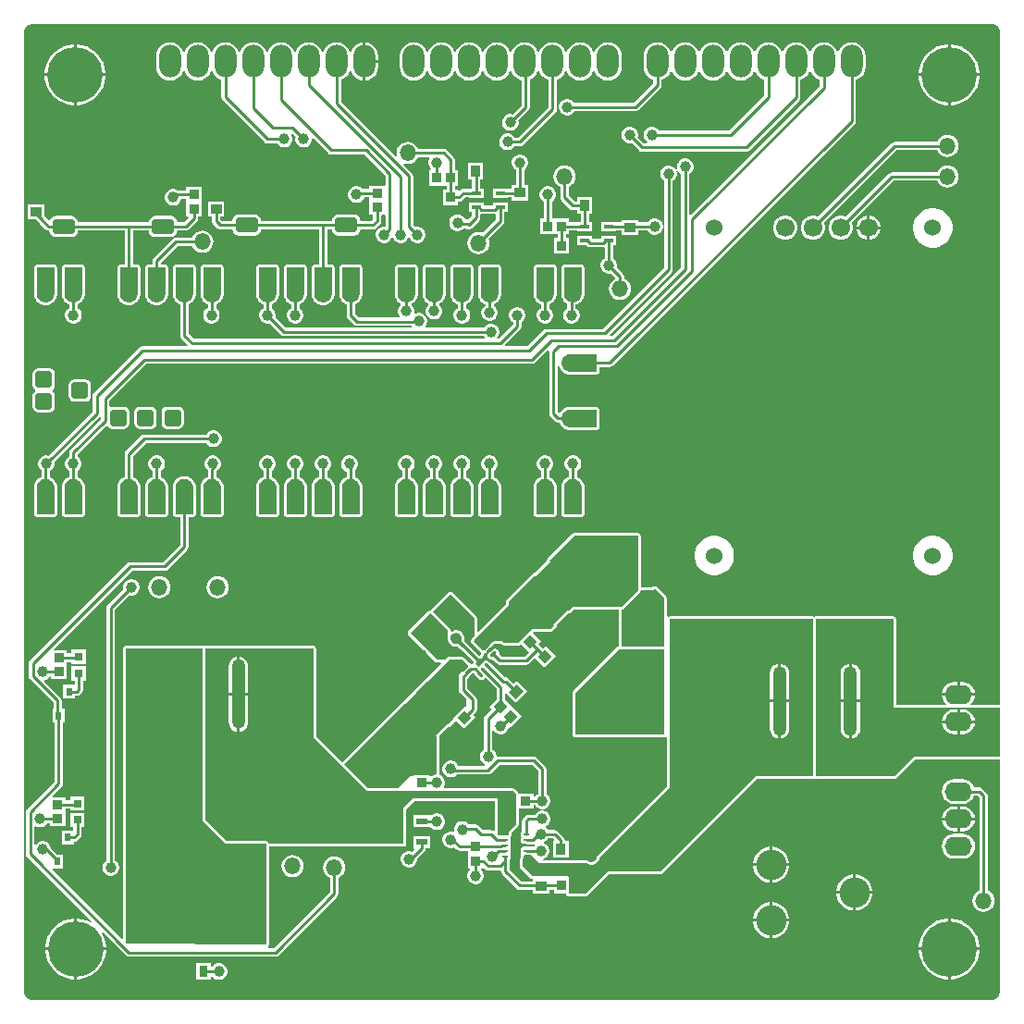
<source format=gtl>
G04*
G04 #@! TF.GenerationSoftware,Altium Limited,Altium Designer,22.9.1 (49)*
G04*
G04 Layer_Physical_Order=1*
G04 Layer_Color=255*
%FSLAX25Y25*%
%MOIN*%
G70*
G04*
G04 #@! TF.SameCoordinates,9D3E2428-DCC5-4340-9D25-80E916FAB4BD*
G04*
G04*
G04 #@! TF.FilePolarity,Positive*
G04*
G01*
G75*
%ADD10C,0.01000*%
G04:AMPARAMS|DCode=20|XSize=9.84mil|YSize=19.68mil|CornerRadius=1.97mil|HoleSize=0mil|Usage=FLASHONLY|Rotation=270.000|XOffset=0mil|YOffset=0mil|HoleType=Round|Shape=RoundedRectangle|*
%AMROUNDEDRECTD20*
21,1,0.00984,0.01575,0,0,270.0*
21,1,0.00591,0.01968,0,0,270.0*
1,1,0.00394,-0.00787,-0.00295*
1,1,0.00394,-0.00787,0.00295*
1,1,0.00394,0.00787,0.00295*
1,1,0.00394,0.00787,-0.00295*
%
%ADD20ROUNDEDRECTD20*%
%ADD21R,0.03740X0.03347*%
%ADD22R,0.08661X0.05512*%
%ADD23R,0.03347X0.03740*%
%ADD24R,0.03937X0.03543*%
G04:AMPARAMS|DCode=25|XSize=39.37mil|YSize=35.43mil|CornerRadius=0mil|HoleSize=0mil|Usage=FLASHONLY|Rotation=225.000|XOffset=0mil|YOffset=0mil|HoleType=Round|Shape=Rectangle|*
%AMROTATEDRECTD25*
4,1,4,0.00139,0.02645,0.02645,0.00139,-0.00139,-0.02645,-0.02645,-0.00139,0.00139,0.02645,0.0*
%
%ADD25ROTATEDRECTD25*%

%ADD26R,0.04134X0.02362*%
%ADD27R,0.03543X0.03937*%
G04:AMPARAMS|DCode=28|XSize=55.12mil|YSize=51.18mil|CornerRadius=0mil|HoleSize=0mil|Usage=FLASHONLY|Rotation=225.000|XOffset=0mil|YOffset=0mil|HoleType=Round|Shape=Rectangle|*
%AMROTATEDRECTD28*
4,1,4,0.00139,0.03758,0.03758,0.00139,-0.00139,-0.03758,-0.03758,-0.00139,0.00139,0.03758,0.0*
%
%ADD28ROTATEDRECTD28*%

G04:AMPARAMS|DCode=29|XSize=37.4mil|YSize=33.47mil|CornerRadius=0mil|HoleSize=0mil|Usage=FLASHONLY|Rotation=225.000|XOffset=0mil|YOffset=0mil|HoleType=Round|Shape=Rectangle|*
%AMROTATEDRECTD29*
4,1,4,0.00139,0.02506,0.02506,0.00139,-0.00139,-0.02506,-0.02506,-0.00139,0.00139,0.02506,0.0*
%
%ADD29ROTATEDRECTD29*%

G04:AMPARAMS|DCode=30|XSize=23.62mil|YSize=9.84mil|CornerRadius=1.97mil|HoleSize=0mil|Usage=FLASHONLY|Rotation=135.000|XOffset=0mil|YOffset=0mil|HoleType=Round|Shape=RoundedRectangle|*
%AMROUNDEDRECTD30*
21,1,0.02362,0.00591,0,0,135.0*
21,1,0.01968,0.00984,0,0,135.0*
1,1,0.00394,-0.00487,0.00905*
1,1,0.00394,0.00905,-0.00487*
1,1,0.00394,0.00487,-0.00905*
1,1,0.00394,-0.00905,0.00487*
%
%ADD30ROUNDEDRECTD30*%
G04:AMPARAMS|DCode=31|XSize=9.84mil|YSize=23.62mil|CornerRadius=1.97mil|HoleSize=0mil|Usage=FLASHONLY|Rotation=135.000|XOffset=0mil|YOffset=0mil|HoleType=Round|Shape=RoundedRectangle|*
%AMROUNDEDRECTD31*
21,1,0.00984,0.01968,0,0,135.0*
21,1,0.00591,0.02362,0,0,135.0*
1,1,0.00394,0.00487,0.00905*
1,1,0.00394,0.00905,0.00487*
1,1,0.00394,-0.00487,-0.00905*
1,1,0.00394,-0.00905,-0.00487*
%
%ADD31ROUNDEDRECTD31*%
G04:AMPARAMS|DCode=32|XSize=47.24mil|YSize=68.9mil|CornerRadius=0mil|HoleSize=0mil|Usage=FLASHONLY|Rotation=225.000|XOffset=0mil|YOffset=0mil|HoleType=Round|Shape=Rectangle|*
%AMROTATEDRECTD32*
4,1,4,-0.00766,0.04106,0.04106,-0.00766,0.00766,-0.04106,-0.04106,0.00766,-0.00766,0.04106,0.0*
%
%ADD32ROTATEDRECTD32*%

%ADD33P,0.06681X4X360.0*%
%ADD34P,0.06681X4X90.0*%
%ADD35R,0.09843X0.03937*%
%ADD36R,0.03937X0.09843*%
G04:AMPARAMS|DCode=37|XSize=98.43mil|YSize=39.37mil|CornerRadius=4.92mil|HoleSize=0mil|Usage=FLASHONLY|Rotation=90.000|XOffset=0mil|YOffset=0mil|HoleType=Round|Shape=RoundedRectangle|*
%AMROUNDEDRECTD37*
21,1,0.09843,0.02953,0,0,90.0*
21,1,0.08858,0.03937,0,0,90.0*
1,1,0.00984,0.01476,0.04429*
1,1,0.00984,0.01476,-0.04429*
1,1,0.00984,-0.01476,-0.04429*
1,1,0.00984,-0.01476,0.04429*
%
%ADD37ROUNDEDRECTD37*%
G04:AMPARAMS|DCode=38|XSize=59.06mil|YSize=59.06mil|CornerRadius=8.86mil|HoleSize=0mil|Usage=FLASHONLY|Rotation=90.000|XOffset=0mil|YOffset=0mil|HoleType=Round|Shape=RoundedRectangle|*
%AMROUNDEDRECTD38*
21,1,0.05906,0.04134,0,0,90.0*
21,1,0.04134,0.05906,0,0,90.0*
1,1,0.01772,0.02067,0.02067*
1,1,0.01772,0.02067,-0.02067*
1,1,0.01772,-0.02067,-0.02067*
1,1,0.01772,-0.02067,0.02067*
%
%ADD38ROUNDEDRECTD38*%
G04:AMPARAMS|DCode=39|XSize=55.12mil|YSize=82.68mil|CornerRadius=13.78mil|HoleSize=0mil|Usage=FLASHONLY|Rotation=90.000|XOffset=0mil|YOffset=0mil|HoleType=Round|Shape=RoundedRectangle|*
%AMROUNDEDRECTD39*
21,1,0.05512,0.05512,0,0,90.0*
21,1,0.02756,0.08268,0,0,90.0*
1,1,0.02756,0.02756,0.01378*
1,1,0.02756,0.02756,-0.01378*
1,1,0.02756,-0.02756,-0.01378*
1,1,0.02756,-0.02756,0.01378*
%
%ADD39ROUNDEDRECTD39*%
%ADD40R,0.03150X0.03937*%
%ADD41R,0.03347X0.01378*%
%ADD42R,0.03150X0.03150*%
%ADD43R,0.02362X0.02953*%
%ADD71C,0.10945*%
G04:AMPARAMS|DCode=76|XSize=33.07mil|YSize=94.49mil|CornerRadius=1.98mil|HoleSize=0mil|Usage=FLASHONLY|Rotation=180.000|XOffset=0mil|YOffset=0mil|HoleType=Round|Shape=RoundedRectangle|*
%AMROUNDEDRECTD76*
21,1,0.03307,0.09052,0,0,180.0*
21,1,0.02910,0.09449,0,0,180.0*
1,1,0.00397,-0.01455,0.04526*
1,1,0.00397,0.01455,0.04526*
1,1,0.00397,0.01455,-0.04526*
1,1,0.00397,-0.01455,-0.04526*
%
%ADD76ROUNDEDRECTD76*%
G04:AMPARAMS|DCode=77|XSize=33.47mil|YSize=27.56mil|CornerRadius=4mil|HoleSize=0mil|Usage=FLASHONLY|Rotation=135.000|XOffset=0mil|YOffset=0mil|HoleType=Round|Shape=RoundedRectangle|*
%AMROUNDEDRECTD77*
21,1,0.03347,0.01957,0,0,135.0*
21,1,0.02547,0.02756,0,0,135.0*
1,1,0.00799,-0.00209,0.01592*
1,1,0.00799,0.01592,-0.00209*
1,1,0.00799,0.00209,-0.01592*
1,1,0.00799,-0.01592,0.00209*
%
%ADD77ROUNDEDRECTD77*%
G04:AMPARAMS|DCode=78|XSize=57.09mil|YSize=13.78mil|CornerRadius=3.93mil|HoleSize=0mil|Usage=FLASHONLY|Rotation=135.000|XOffset=0mil|YOffset=0mil|HoleType=Round|Shape=RoundedRectangle|*
%AMROUNDEDRECTD78*
21,1,0.05709,0.00593,0,0,135.0*
21,1,0.04923,0.01378,0,0,135.0*
1,1,0.00785,-0.01531,0.01950*
1,1,0.00785,0.01950,-0.01531*
1,1,0.00785,0.01531,-0.01950*
1,1,0.00785,-0.01950,0.01531*
%
%ADD78ROUNDEDRECTD78*%
G04:AMPARAMS|DCode=79|XSize=70.87mil|YSize=13.78mil|CornerRadius=3.93mil|HoleSize=0mil|Usage=FLASHONLY|Rotation=135.000|XOffset=0mil|YOffset=0mil|HoleType=Round|Shape=RoundedRectangle|*
%AMROUNDEDRECTD79*
21,1,0.07087,0.00593,0,0,135.0*
21,1,0.06301,0.01378,0,0,135.0*
1,1,0.00785,-0.02018,0.02437*
1,1,0.00785,0.02437,-0.02018*
1,1,0.00785,0.02018,-0.02437*
1,1,0.00785,-0.02437,0.02018*
%
%ADD79ROUNDEDRECTD79*%
%ADD80C,0.06693*%
%ADD81C,0.06000*%
%ADD82O,0.05906X0.05906*%
%ADD83O,0.04921X0.25000*%
%ADD84C,0.20000*%
%ADD85O,0.05906X0.05906*%
%ADD86O,0.09843X0.06890*%
%ADD87O,0.07874X0.11811*%
%ADD88C,0.03937*%
%ADD89C,0.01968*%
G36*
X351366Y352742D02*
X352191Y352191D01*
X352742Y351366D01*
X352923Y350459D01*
X352910Y350394D01*
Y107520D01*
X342574D01*
X342413Y107993D01*
X342647Y108172D01*
X343359Y109101D01*
X343807Y110182D01*
X343894Y110842D01*
X338000D01*
X332106D01*
X332193Y110182D01*
X332641Y109101D01*
X333353Y108172D01*
X333587Y107993D01*
X333426Y107520D01*
X315520D01*
Y138500D01*
X315442Y138890D01*
X315221Y139221D01*
X314890Y139442D01*
X314500Y139520D01*
X286500D01*
X286110Y139442D01*
X285990Y139362D01*
X285871Y139442D01*
X285480Y139520D01*
X234000D01*
X233610Y139442D01*
X233520Y139382D01*
X233020Y139649D01*
Y146000D01*
X232942Y146390D01*
X232721Y146721D01*
X229221Y150221D01*
X228890Y150442D01*
X228500Y150520D01*
X228110Y150442D01*
X227779Y150221D01*
X227578Y150020D01*
X223520D01*
Y168500D01*
X223442Y168890D01*
X223221Y169221D01*
X222890Y169442D01*
X222500Y169520D01*
X199500D01*
X199110Y169442D01*
X198779Y169221D01*
X189935Y160377D01*
X189714Y160046D01*
X189636Y159656D01*
X189662Y159525D01*
X185475Y155338D01*
X185344Y155364D01*
X184954Y155286D01*
X184623Y155065D01*
X181935Y152377D01*
X181714Y152046D01*
X181710Y152027D01*
X176973Y147290D01*
X176954Y147286D01*
X176623Y147065D01*
X175279Y145721D01*
X175058Y145390D01*
X174980Y145000D01*
Y143922D01*
X164981Y133923D01*
X164520Y134115D01*
Y139000D01*
X164442Y139390D01*
X164221Y139721D01*
X161721Y142221D01*
X155721Y148221D01*
X155390Y148442D01*
X155000Y148520D01*
X154610Y148442D01*
X154279Y148221D01*
X148000Y141942D01*
X147779Y141611D01*
X147761Y141520D01*
X147500D01*
X147110Y141442D01*
X146779Y141221D01*
X139779Y134221D01*
X139558Y133890D01*
X139480Y133500D01*
X139558Y133110D01*
X139779Y132779D01*
X145133Y127425D01*
X145244Y127351D01*
X145344Y127263D01*
X145697Y127059D01*
X146060Y126697D01*
X146263Y126344D01*
X146351Y126244D01*
X146425Y126133D01*
X149279Y123279D01*
X149610Y123058D01*
X150000Y122980D01*
X151385D01*
X151576Y122519D01*
X149878Y120820D01*
X149878Y120820D01*
X149657Y120489D01*
X149644Y120424D01*
X146075Y116856D01*
X146011Y116843D01*
X146011Y116843D01*
X146011Y116843D01*
X145680Y116622D01*
X145680Y116622D01*
X141878Y112820D01*
X141878Y112820D01*
X141657Y112489D01*
X141657Y112489D01*
X141657Y112489D01*
X141644Y112425D01*
X138075Y108856D01*
X138011Y108843D01*
X137680Y108622D01*
X116000Y86942D01*
X106520Y96422D01*
Y128000D01*
X106442Y128390D01*
X106221Y128721D01*
X105890Y128942D01*
X105500Y129020D01*
X66520D01*
X66129Y128942D01*
X66010Y128862D01*
X65890Y128942D01*
X65500Y129020D01*
X38000D01*
X37610Y128942D01*
X37279Y128721D01*
X37058Y128390D01*
X36980Y128000D01*
Y23336D01*
X36518Y23144D01*
X11470Y48193D01*
X11677Y48693D01*
X15441D01*
Y53646D01*
X13242D01*
X10958Y55929D01*
X10766Y56646D01*
X10375Y57323D01*
X9823Y57875D01*
X9146Y58266D01*
X8391Y58469D01*
X7609D01*
X6854Y58266D01*
X6177Y57875D01*
X5625Y57323D01*
X5529Y57158D01*
X5029Y57292D01*
Y63633D01*
X5529Y63921D01*
X5854Y63734D01*
X6609Y63532D01*
X7391D01*
X8146Y63734D01*
X8823Y64125D01*
X9375Y64677D01*
X9545Y64971D01*
X10526D01*
Y63863D01*
X16266D01*
Y70125D01*
X17925D01*
Y69473D01*
X23075D01*
Y74623D01*
X17925D01*
Y73184D01*
X16266D01*
Y74328D01*
X11644D01*
X11453Y74790D01*
X14841Y78178D01*
X15173Y78675D01*
X15289Y79260D01*
Y101193D01*
X15941D01*
Y106146D01*
X14884D01*
Y109146D01*
X14767Y109731D01*
X14436Y110227D01*
X8595Y116068D01*
X8744Y116626D01*
X9146Y116734D01*
X9823Y117125D01*
X10375Y117677D01*
X10545Y117971D01*
X11026D01*
Y116827D01*
X16767D01*
Y123089D01*
X18425D01*
Y122331D01*
X23575D01*
Y127480D01*
X18425D01*
Y126147D01*
X16767D01*
Y127291D01*
X12107D01*
X11916Y127753D01*
X40134Y155971D01*
X52000D01*
X52585Y156087D01*
X53081Y156419D01*
X60081Y163419D01*
X60413Y163915D01*
X60529Y164500D01*
Y175422D01*
X62170D01*
X62560Y175500D01*
X62891Y175721D01*
X63112Y176052D01*
X63190Y176442D01*
Y186305D01*
X63164Y186436D01*
X63155Y186569D01*
X62940Y187370D01*
X62881Y187490D01*
X62839Y187616D01*
X62424Y188335D01*
X62336Y188435D01*
X62262Y188546D01*
X61676Y189132D01*
X61564Y189206D01*
X61464Y189294D01*
X60746Y189709D01*
X60620Y189752D01*
X60500Y189811D01*
X59699Y190025D01*
X59566Y190034D01*
X59435Y190060D01*
X58606D01*
X58475Y190034D01*
X58342Y190025D01*
X57541Y189811D01*
X57421Y189752D01*
X57295Y189709D01*
X56577Y189294D01*
X56477Y189206D01*
X56366Y189132D01*
X55779Y188546D01*
X55705Y188435D01*
X55617Y188335D01*
X55203Y187616D01*
X55160Y187490D01*
X55101Y187370D01*
X54886Y186569D01*
X54877Y186436D01*
X54851Y186305D01*
X54851Y185891D01*
Y176442D01*
X54929Y176052D01*
X55150Y175721D01*
X55481Y175500D01*
X55871Y175422D01*
X57471D01*
Y165134D01*
X51367Y159029D01*
X39500D01*
X38915Y158913D01*
X38418Y158581D01*
X3419Y123581D01*
X3087Y123085D01*
X2971Y122500D01*
Y118000D01*
X3087Y117415D01*
X3419Y116919D01*
X11825Y108512D01*
Y106146D01*
X11579D01*
Y101193D01*
X12230D01*
Y79893D01*
X2419Y70081D01*
X2087Y69585D01*
X1971Y69000D01*
Y54000D01*
X2087Y53415D01*
X2419Y52919D01*
X25732Y29605D01*
X25435Y29195D01*
X24093Y29879D01*
X22446Y30414D01*
X20736Y30685D01*
X20370D01*
Y20185D01*
X30870D01*
Y20551D01*
X30599Y22261D01*
X30064Y23908D01*
X29380Y25250D01*
X29790Y25547D01*
X38004Y17333D01*
X38500Y17001D01*
X39086Y16885D01*
X91914D01*
X92500Y17001D01*
X92996Y17333D01*
X114081Y38419D01*
X114413Y38915D01*
X114529Y39500D01*
Y45355D01*
X114993Y45547D01*
X115819Y46181D01*
X116453Y47007D01*
X116851Y47968D01*
X116987Y49000D01*
X116851Y50032D01*
X116453Y50993D01*
X115819Y51819D01*
X114993Y52453D01*
X114032Y52851D01*
X113000Y52987D01*
X111968Y52851D01*
X111007Y52453D01*
X110181Y51819D01*
X109547Y50993D01*
X109149Y50032D01*
X109013Y49000D01*
X109149Y47968D01*
X109547Y47007D01*
X110181Y46181D01*
X111007Y45547D01*
X111471Y45355D01*
Y40134D01*
X91281Y19944D01*
X89277D01*
X89141Y20215D01*
X89127Y20444D01*
X89213Y20500D01*
X89216Y20504D01*
X89221Y20507D01*
X89328Y20668D01*
X89438Y20828D01*
X89439Y20833D01*
X89442Y20838D01*
X89480Y21028D01*
X89520Y21217D01*
X89518Y21223D01*
X89520Y21228D01*
Y56480D01*
X138000D01*
X138390Y56558D01*
X138721Y56779D01*
X138942Y57110D01*
X139020Y57500D01*
Y70078D01*
X141922Y72980D01*
X170980D01*
Y62316D01*
X170480Y62149D01*
X170085Y62413D01*
X169500Y62529D01*
X166688D01*
X165136Y64081D01*
X164640Y64413D01*
X164054Y64529D01*
X161650D01*
X161625Y64573D01*
X161073Y65125D01*
X160396Y65516D01*
X159641Y65719D01*
X158859D01*
X158104Y65516D01*
X157427Y65125D01*
X156875Y64573D01*
X156484Y63896D01*
X156281Y63141D01*
Y62359D01*
X156320Y62215D01*
X155905Y61831D01*
X155391Y61968D01*
X154609D01*
X153854Y61766D01*
X153177Y61375D01*
X152625Y60823D01*
X152234Y60146D01*
X152032Y59391D01*
Y58609D01*
X152234Y57854D01*
X152625Y57177D01*
X153177Y56625D01*
X153854Y56234D01*
X154609Y56032D01*
X155391D01*
X156146Y56234D01*
X156265Y56302D01*
X157090Y55477D01*
X157586Y55146D01*
X158171Y55030D01*
X161130D01*
Y48768D01*
X161896D01*
X161933Y48716D01*
X162070Y48268D01*
X161625Y47823D01*
X161234Y47146D01*
X161031Y46391D01*
Y45609D01*
X161234Y44854D01*
X161625Y44177D01*
X162177Y43625D01*
X162854Y43234D01*
X163609Y43031D01*
X164391D01*
X165146Y43234D01*
X165823Y43625D01*
X166375Y44177D01*
X166766Y44854D01*
X166969Y45609D01*
Y46391D01*
X166766Y47146D01*
X166375Y47823D01*
X165930Y48268D01*
X166067Y48716D01*
X166104Y48768D01*
X166870D01*
X166870Y48768D01*
Y48768D01*
X167308Y48598D01*
X167488Y48419D01*
X167984Y48087D01*
X168569Y47971D01*
X173000D01*
X173230Y47782D01*
Y47740D01*
X173347Y47155D01*
X173678Y46659D01*
X178919Y41419D01*
X179415Y41087D01*
X180000Y40971D01*
X184531D01*
Y39543D01*
X190469D01*
Y40971D01*
X192268D01*
Y39630D01*
X196114D01*
X196601Y39519D01*
X196644Y39381D01*
X196672Y39240D01*
X196704Y39193D01*
X196720Y39139D01*
X196813Y39029D01*
X196893Y38909D01*
X196940Y38878D01*
X196976Y38835D01*
X197104Y38768D01*
X197224Y38688D01*
X197279Y38677D01*
X197329Y38651D01*
X197775Y38521D01*
X197919Y38508D01*
X198060Y38480D01*
X203500D01*
X203890Y38558D01*
X204221Y38779D01*
X211922Y46480D01*
X230500D01*
X230890Y46558D01*
X231221Y46779D01*
X265422Y80980D01*
X285480D01*
X285871Y81058D01*
X285990Y81138D01*
X286110Y81058D01*
X286500Y80980D01*
X315000D01*
X315390Y81058D01*
X315721Y81279D01*
X322422Y87980D01*
X352910D01*
Y3937D01*
X352923Y3871D01*
X352742Y2964D01*
X352191Y2139D01*
X351366Y1588D01*
X350459Y1408D01*
X350394Y1421D01*
X3937D01*
X3871Y1408D01*
X2964Y1588D01*
X2139Y2139D01*
X1588Y2964D01*
X1408Y3871D01*
X1421Y3937D01*
Y350394D01*
X1408Y350459D01*
X1588Y351366D01*
X2139Y352191D01*
X2964Y352742D01*
X3871Y352923D01*
X3937Y352910D01*
X350394D01*
X350459Y352923D01*
X351366Y352742D01*
D02*
G37*
G36*
X60236Y188826D02*
X60954Y188411D01*
X61541Y187825D01*
X61956Y187107D01*
X62170Y186305D01*
Y185891D01*
Y176442D01*
X55871Y176442D01*
Y185891D01*
X55871Y186305D01*
X56086Y187107D01*
X56500Y187825D01*
X57087Y188411D01*
X57805Y188826D01*
X58606Y189040D01*
X59435D01*
X60236Y188826D01*
D02*
G37*
G36*
X222500Y149000D02*
X216500Y143000D01*
X199000D01*
X197656Y141656D01*
X197366Y141945D01*
X192055Y136634D01*
X192344Y136344D01*
X191000Y135000D01*
X184500D01*
X183779Y134279D01*
X183758Y134301D01*
X179699Y130242D01*
X179299Y130000D01*
X174368D01*
X174287Y130081D01*
X173791Y130413D01*
X173205Y130529D01*
X170753D01*
X170168Y130413D01*
X169671Y130081D01*
X167942Y128353D01*
X167942Y128352D01*
X167903Y128294D01*
X167256Y127647D01*
X167178Y127529D01*
X166559Y127442D01*
X163354Y130646D01*
X163500Y131000D01*
X176000Y143500D01*
Y145000D01*
X177344Y146344D01*
X177407Y146282D01*
X182718Y151593D01*
X182656Y151656D01*
X185344Y154344D01*
X185634Y154055D01*
X190945Y159366D01*
X190656Y159656D01*
X199500Y168500D01*
X222500D01*
Y149000D01*
D02*
G37*
G36*
X215480Y128739D02*
X215389Y128721D01*
X215305Y128665D01*
X215213Y128627D01*
X215142Y128556D01*
X215058Y128500D01*
X199279Y112721D01*
X199058Y112390D01*
X198980Y112000D01*
Y97000D01*
X199058Y96610D01*
X199279Y96279D01*
X199610Y96058D01*
X200000Y95980D01*
X232000D01*
X232390Y96058D01*
X232480Y96118D01*
X232980Y95851D01*
Y78422D01*
X207933Y53375D01*
X207712Y53044D01*
X207684Y52903D01*
X207669Y52873D01*
X207501Y52248D01*
X207245Y51803D01*
X206882Y51441D01*
X206437Y51184D01*
X205942Y51051D01*
X205429D01*
X204933Y51184D01*
X204588Y51383D01*
X204524Y51405D01*
X204468Y51442D01*
X204338Y51468D01*
X204211Y51511D01*
X204144Y51507D01*
X204078Y51520D01*
X187947D01*
X187928Y51547D01*
X187926Y51579D01*
X188158Y52103D01*
X188646Y52234D01*
X189323Y52625D01*
X189875Y53177D01*
X190266Y53854D01*
X190469Y54609D01*
Y55391D01*
X190266Y56146D01*
X189875Y56823D01*
X189323Y57375D01*
X188705Y57732D01*
X188671Y58000D01*
X188705Y58268D01*
X189323Y58625D01*
X189875Y59177D01*
X190045Y59471D01*
X191867D01*
X192407Y58930D01*
X192215Y58469D01*
X191914D01*
Y52531D01*
X197457D01*
Y58469D01*
X196215D01*
Y58815D01*
X196098Y59400D01*
X195767Y59896D01*
X193581Y62081D01*
X193085Y62413D01*
X192500Y62529D01*
X190045D01*
X189875Y62823D01*
X189397Y63301D01*
X189376Y63647D01*
X189424Y63894D01*
X189823Y64125D01*
X190375Y64677D01*
X190766Y65354D01*
X190969Y66109D01*
Y66891D01*
X190766Y67646D01*
X190375Y68323D01*
X189823Y68875D01*
X189146Y69266D01*
X188391Y69468D01*
X187609D01*
X186854Y69266D01*
X186177Y68875D01*
X185625Y68323D01*
X185455Y68029D01*
X183000D01*
X182415Y67913D01*
X181919Y67581D01*
X181159Y66822D01*
X180827Y66325D01*
X180711Y65740D01*
Y62176D01*
X180590Y62095D01*
X180325Y61699D01*
X180233Y61232D01*
Y60642D01*
X180325Y60175D01*
X180474Y59953D01*
X180325Y59731D01*
X180233Y59264D01*
Y58673D01*
X180325Y58206D01*
X180590Y57810D01*
X180986Y57546D01*
X181453Y57453D01*
X182171D01*
X182240Y57439D01*
X184724D01*
X185111Y57516D01*
X185357Y57055D01*
X185125Y56823D01*
X184973Y56561D01*
X182288D01*
X182248Y56569D01*
X182139Y56547D01*
X181453D01*
X180986Y56454D01*
X180590Y56190D01*
X180325Y55794D01*
X180233Y55327D01*
Y54736D01*
X180325Y54269D01*
X180474Y54047D01*
X180336Y53841D01*
X180278Y53770D01*
X180263Y53722D01*
X180235Y53680D01*
X180206Y53533D01*
X180162Y53389D01*
X180167Y53339D01*
X180157Y53290D01*
Y52574D01*
X180114Y52354D01*
X180058Y52271D01*
X180038Y52172D01*
X180000Y52080D01*
Y51979D01*
X179980Y51881D01*
Y49500D01*
X180058Y49110D01*
X180279Y48779D01*
X183779Y45279D01*
X184110Y45058D01*
X184500Y44980D01*
X184531D01*
Y44029D01*
X180633D01*
X176289Y48374D01*
Y51824D01*
X176410Y51905D01*
X176675Y52301D01*
X176768Y52768D01*
Y53358D01*
X176675Y53825D01*
X176526Y54047D01*
X176675Y54269D01*
X176768Y54736D01*
Y55327D01*
X176675Y55794D01*
X176526Y56016D01*
X176675Y56238D01*
X176768Y56705D01*
Y57295D01*
X176675Y57762D01*
X176526Y57984D01*
X176675Y58206D01*
X176768Y58673D01*
Y59264D01*
X176675Y59731D01*
X176526Y59953D01*
X176664Y60159D01*
X176722Y60230D01*
X176737Y60278D01*
X176765Y60320D01*
X176794Y60467D01*
X176838Y60611D01*
X176833Y60661D01*
X176843Y60711D01*
Y61426D01*
X176876Y61596D01*
X176916Y61655D01*
X177018Y61723D01*
X177064Y61732D01*
X177148Y61788D01*
X177241Y61826D01*
X177312Y61897D01*
X177395Y61953D01*
X179221Y63779D01*
X179442Y64110D01*
X179520Y64500D01*
Y70209D01*
X184870D01*
Y71471D01*
X185455D01*
X185625Y71177D01*
X186177Y70625D01*
X186854Y70234D01*
X187609Y70031D01*
X188391D01*
X189146Y70234D01*
X189823Y70625D01*
X190375Y71177D01*
X190766Y71854D01*
X190969Y72609D01*
Y73391D01*
X190766Y74146D01*
X190375Y74823D01*
X189823Y75375D01*
X189529Y75545D01*
Y84500D01*
X189413Y85085D01*
X189081Y85581D01*
X186081Y88581D01*
X185585Y88913D01*
X185000Y89029D01*
X171905D01*
X171855Y89019D01*
X171468Y89337D01*
Y89391D01*
X171266Y90146D01*
X170875Y90823D01*
X170323Y91375D01*
X170029Y91545D01*
Y98208D01*
X170529Y98342D01*
X170625Y98177D01*
X171177Y97625D01*
X171854Y97234D01*
X172609Y97031D01*
X173391D01*
X174146Y97234D01*
X174823Y97625D01*
X175375Y98177D01*
X175766Y98854D01*
X175896Y99338D01*
X176450Y99491D01*
X176480Y99461D01*
X180539Y103520D01*
X176758Y107301D01*
X174529Y109529D01*
Y111565D01*
X175029Y111773D01*
X178482Y108320D01*
X182680Y112518D01*
X178760Y116438D01*
X177743Y115420D01*
X176101Y117062D01*
X175605Y117394D01*
X175020Y117510D01*
X174545D01*
X169479Y122576D01*
X169420Y122615D01*
X168773Y123262D01*
X168377Y123527D01*
X167910Y123619D01*
X167443Y123527D01*
X167047Y123262D01*
X166630Y122845D01*
X166365Y122449D01*
X166313Y122187D01*
X166051Y122135D01*
X165656Y121870D01*
X165238Y121453D01*
X165053Y121434D01*
X164906Y121581D01*
X164409Y121913D01*
X164295Y121936D01*
X164077Y122489D01*
X164213Y122691D01*
X164321Y123234D01*
X164213Y123778D01*
X163905Y124238D01*
X160423Y127720D01*
X159963Y128027D01*
X159699Y128080D01*
X159558Y128221D01*
X159227Y128442D01*
X158943Y128498D01*
X158173Y129269D01*
X158062Y129343D01*
X157962Y129431D01*
X157898Y129453D01*
X157842Y129490D01*
X157712Y129516D01*
X157585Y129559D01*
X157518Y129554D01*
X157452Y129568D01*
X157369Y129551D01*
X156743D01*
X156248Y129684D01*
X155803Y129940D01*
X155440Y130303D01*
X155184Y130748D01*
X155051Y131243D01*
Y131870D01*
X155068Y131952D01*
X155054Y132018D01*
X155059Y132085D01*
X155020Y132201D01*
Y132620D01*
X155049Y132685D01*
X155224Y132867D01*
X155520Y133046D01*
X155590Y133040D01*
X155604Y133044D01*
X155620Y133043D01*
X155794Y133102D01*
X155970Y133156D01*
X155982Y133166D01*
X155997Y133171D01*
X156248Y133316D01*
X156743Y133449D01*
X157257D01*
X157752Y133316D01*
X158197Y133060D01*
X158560Y132697D01*
X158816Y132252D01*
X158949Y131757D01*
Y131243D01*
X158896Y131046D01*
X158887Y130913D01*
X158861Y130782D01*
X158874Y130716D01*
X158870Y130649D01*
X158913Y130523D01*
X158939Y130392D01*
X158976Y130336D01*
X158998Y130272D01*
X159086Y130172D01*
X159160Y130061D01*
X160420Y128801D01*
X160472Y128537D01*
X160780Y128076D01*
X164261Y124595D01*
X164722Y124287D01*
X165266Y124179D01*
X165809Y124287D01*
X166270Y124595D01*
X166689Y125014D01*
X166996Y125475D01*
X167104Y126018D01*
X167145Y126340D01*
X167691Y126448D01*
X168154Y126758D01*
X169537Y128141D01*
X169847Y128604D01*
X169899Y128867D01*
X170321Y129289D01*
X170565Y129453D01*
X170853Y129510D01*
X173105D01*
X173393Y129453D01*
X173637Y129289D01*
X173647Y129279D01*
X173978Y129058D01*
X174368Y128980D01*
X179299D01*
X179376Y128996D01*
X179453Y128992D01*
X179569Y129034D01*
X179690Y129058D01*
X179754Y129101D01*
X179827Y129128D01*
X180227Y129369D01*
X180318Y129453D01*
X180420Y129521D01*
X183199Y126742D01*
X181517Y125061D01*
X174566D01*
X174563Y125062D01*
X173396D01*
X172466Y125991D01*
X172541Y126366D01*
X172448Y126833D01*
X172183Y127229D01*
X171766Y127647D01*
X171370Y127911D01*
X170903Y128004D01*
X170436Y127911D01*
X170040Y127647D01*
X169393Y127000D01*
X169334Y126961D01*
X169295Y126902D01*
X168648Y126255D01*
X168384Y125859D01*
X168291Y125392D01*
X168384Y124925D01*
X168648Y124529D01*
X169066Y124111D01*
X169462Y123847D01*
X169929Y123754D01*
X170303Y123829D01*
X171681Y122451D01*
X172177Y122119D01*
X172763Y122003D01*
X174559D01*
X174563Y122002D01*
X182150D01*
X182736Y122118D01*
X183232Y122450D01*
X185362Y124580D01*
X188861Y121080D01*
X192920Y125139D01*
X189139Y128920D01*
X188191Y127972D01*
X187391Y128772D01*
X187391Y128772D01*
X186591Y129572D01*
X187539Y130520D01*
X184500Y133558D01*
X184922Y133980D01*
X191000D01*
X191390Y134058D01*
X191721Y134279D01*
X193065Y135623D01*
X193286Y135954D01*
X193364Y136344D01*
X193338Y136475D01*
X197525Y140662D01*
X197656Y140636D01*
X198046Y140714D01*
X198377Y140935D01*
X199422Y141980D01*
X215480D01*
Y128739D01*
D02*
G37*
G36*
X232000Y146000D02*
Y128500D01*
X227370D01*
Y128614D01*
X221630D01*
Y128500D01*
X216500D01*
Y141980D01*
X216890Y142058D01*
X217221Y142279D01*
X223221Y148279D01*
X223442Y148610D01*
X223520Y149000D01*
X228000D01*
X228500Y149500D01*
X232000Y146000D01*
D02*
G37*
G36*
X161000Y141500D02*
X163500Y139000D01*
Y132500D01*
X163529Y132471D01*
X162779Y131721D01*
X162558Y131390D01*
X162412Y131037D01*
X162334Y130646D01*
X162412Y130256D01*
X162633Y129926D01*
X165838Y126720D01*
X165898Y126680D01*
X165946Y126626D01*
X166056Y126268D01*
X166053Y126099D01*
X166036Y126043D01*
X166031Y126031D01*
X165464Y125464D01*
X161815Y129112D01*
X161355Y129420D01*
X161216Y129447D01*
X159881Y130782D01*
X159968Y131109D01*
Y131891D01*
X159766Y132646D01*
X159375Y133323D01*
X158823Y133875D01*
X158146Y134266D01*
X157391Y134468D01*
X156609D01*
X155854Y134266D01*
X155487Y134054D01*
X155020Y134194D01*
Y134500D01*
X154942Y134890D01*
X154721Y135221D01*
X148721Y141221D01*
X155000Y147500D01*
X161000Y141500D01*
D02*
G37*
G36*
X154000Y134500D02*
X154000Y132000D01*
X154048Y131952D01*
X154032Y131891D01*
Y131109D01*
X154234Y130354D01*
X154625Y129677D01*
X155177Y129125D01*
X155854Y128734D01*
X156609Y128532D01*
X157391D01*
X157452Y128548D01*
X158500Y127500D01*
X158837D01*
X159053Y127284D01*
X159081Y127145D01*
X159388Y126685D01*
X163036Y123036D01*
X162522Y122522D01*
X162483Y122504D01*
X162207Y122470D01*
X161925Y122517D01*
X159721Y124721D01*
X159390Y124942D01*
X159000Y125020D01*
X154500D01*
X154110Y124942D01*
X153779Y124721D01*
X153058Y124000D01*
X150000D01*
X147146Y126854D01*
X146875Y127323D01*
X146323Y127875D01*
X145854Y128146D01*
X140500Y133500D01*
X147500Y140500D01*
X148000D01*
X154000Y134500D01*
D02*
G37*
G36*
X161204Y121796D02*
X161182Y121581D01*
X160181Y120580D01*
X160148Y120558D01*
X158419Y118829D01*
X158087Y118333D01*
X157971Y117747D01*
Y113000D01*
X158087Y112415D01*
X158419Y111919D01*
X160500Y109837D01*
Y107266D01*
X160139Y106920D01*
X160139D01*
X156080Y102861D01*
X156221Y102721D01*
X154099Y100599D01*
X153897Y100801D01*
X150097Y97000D01*
X150000D01*
Y96903D01*
X149699Y96603D01*
X150000Y96302D01*
Y82468D01*
X149609D01*
X148854Y82266D01*
X148393Y82000D01*
X147370D01*
Y82173D01*
X141630D01*
Y82000D01*
X140500D01*
X136020Y77520D01*
X125422D01*
X116721Y86221D01*
X138401Y107901D01*
X138482Y107820D01*
X142680Y112018D01*
X142599Y112099D01*
X146401Y115901D01*
X146482Y115820D01*
X150680Y120018D01*
X150599Y120099D01*
X154500Y124000D01*
X159000D01*
X161204Y121796D01*
D02*
G37*
G36*
X164532Y117629D02*
X164591Y117590D01*
X165238Y116943D01*
X165634Y116678D01*
X166101Y116586D01*
X166568Y116678D01*
X166964Y116943D01*
X167381Y117360D01*
X167567Y117379D01*
X171471Y113475D01*
Y109251D01*
X169080Y106861D01*
X169889Y106052D01*
X167419Y103581D01*
X167087Y103085D01*
X166971Y102500D01*
Y91545D01*
X166677Y91375D01*
X166125Y90823D01*
X165734Y90146D01*
X165532Y89391D01*
Y88609D01*
X165734Y87854D01*
X166125Y87177D01*
X166677Y86625D01*
X167274Y86280D01*
X167387Y86051D01*
X167452Y85690D01*
X167329Y85529D01*
X157797D01*
X157766Y85646D01*
X157375Y86323D01*
X156823Y86875D01*
X156146Y87266D01*
X155391Y87468D01*
X154609D01*
X153854Y87266D01*
X153177Y86875D01*
X152625Y86323D01*
X152234Y85646D01*
X152032Y84891D01*
Y84109D01*
X152234Y83354D01*
X152625Y82677D01*
X153177Y82125D01*
X153854Y81734D01*
X154609Y81532D01*
X155391D01*
X156146Y81734D01*
X156823Y82125D01*
X157169Y82471D01*
X168405D01*
X168991Y82587D01*
X169487Y82919D01*
X172539Y85971D01*
X184367D01*
X186471Y83867D01*
Y75545D01*
X186177Y75375D01*
X185625Y74823D01*
X185455Y74529D01*
X184870D01*
Y75555D01*
X179509D01*
X179442Y75890D01*
X179221Y76221D01*
X178221Y77221D01*
X177890Y77442D01*
X177500Y77520D01*
X152862D01*
X152573Y78020D01*
X152766Y78354D01*
X152969Y79109D01*
Y79891D01*
X152766Y80646D01*
X152375Y81323D01*
X151823Y81875D01*
X151146Y82266D01*
X150988Y82309D01*
X151020Y82468D01*
Y96302D01*
X150990Y96451D01*
X154123Y99584D01*
X154489Y99657D01*
X154820Y99878D01*
X156941Y102000D01*
X159861Y99080D01*
X163920Y103139D01*
X163111Y103948D01*
X164081Y104919D01*
X164413Y105415D01*
X164529Y106000D01*
Y109500D01*
X164413Y110085D01*
X164081Y110581D01*
X161029Y113634D01*
Y117114D01*
X162288Y118372D01*
X162321Y118395D01*
X162897Y118971D01*
X163191D01*
X164532Y117629D01*
D02*
G37*
G36*
X216110Y127558D02*
X216500Y127480D01*
X221630D01*
X222020Y127558D01*
X222075Y127595D01*
X226925D01*
X226980Y127558D01*
X227370Y127480D01*
X232000D01*
Y97000D01*
X200000D01*
Y112000D01*
X215779Y127779D01*
X216110Y127558D01*
D02*
G37*
G36*
X314500Y106500D02*
X352910D01*
Y89000D01*
X322000D01*
X315000Y82000D01*
X286500D01*
Y138500D01*
X314500D01*
Y106500D01*
D02*
G37*
G36*
X105500Y96000D02*
X125000Y76500D01*
X177500D01*
X178500Y75500D01*
Y64500D01*
X176674Y62674D01*
X176577Y62655D01*
X176181Y62390D01*
X175916Y61994D01*
X175823Y61526D01*
Y60711D01*
X175547Y60484D01*
X174829D01*
X174760Y60498D01*
X172165D01*
X172000Y60663D01*
Y74000D01*
X141500D01*
X138000Y70500D01*
Y57500D01*
X89520D01*
X89442Y57890D01*
X89221Y58221D01*
X88890Y58442D01*
X88500Y58520D01*
X74422D01*
X66520Y66422D01*
Y128000D01*
X105500D01*
Y96000D01*
D02*
G37*
G36*
X285480Y82000D02*
X265000D01*
X230500Y47500D01*
X211500D01*
X203500Y39500D01*
X198060D01*
X197614Y39630D01*
Y45370D01*
X197500D01*
Y45500D01*
X197000Y46000D01*
X184500D01*
X181000Y49500D01*
Y51881D01*
X181084Y52006D01*
X181177Y52474D01*
Y53290D01*
X181453Y53516D01*
X182171D01*
X182240Y53502D01*
X183998D01*
X187000Y50500D01*
X204078D01*
X204539Y50234D01*
X205294Y50032D01*
X206076D01*
X206831Y50234D01*
X207508Y50625D01*
X208061Y51177D01*
X208451Y51854D01*
X208654Y52609D01*
Y52654D01*
X234000Y78000D01*
Y138500D01*
X285480D01*
Y82000D01*
D02*
G37*
G36*
X65500Y66000D02*
X74000Y57500D01*
X88500D01*
Y21228D01*
X38000Y21777D01*
Y128000D01*
X65500D01*
Y66000D01*
D02*
G37*
%LPC*%
G36*
X299500Y346448D02*
X298211Y346278D01*
X297010Y345781D01*
X295979Y344990D01*
X295188Y343958D01*
X294771Y342952D01*
X294229D01*
X293812Y343958D01*
X293021Y344990D01*
X291990Y345781D01*
X290789Y346278D01*
X289500Y346448D01*
X288211Y346278D01*
X287010Y345781D01*
X285979Y344990D01*
X285188Y343958D01*
X284771Y342952D01*
X284229D01*
X283812Y343958D01*
X283021Y344990D01*
X281990Y345781D01*
X280789Y346278D01*
X279500Y346448D01*
X278211Y346278D01*
X277010Y345781D01*
X275979Y344990D01*
X275187Y343958D01*
X274771Y342952D01*
X274229D01*
X273813Y343958D01*
X273021Y344990D01*
X271990Y345781D01*
X270789Y346278D01*
X269500Y346448D01*
X268211Y346278D01*
X267010Y345781D01*
X265979Y344990D01*
X265188Y343958D01*
X264771Y342952D01*
X264229D01*
X263812Y343958D01*
X263021Y344990D01*
X261990Y345781D01*
X260789Y346278D01*
X259500Y346448D01*
X258211Y346278D01*
X257010Y345781D01*
X255979Y344990D01*
X255188Y343958D01*
X254771Y342952D01*
X254229D01*
X253813Y343958D01*
X253021Y344990D01*
X251990Y345781D01*
X250789Y346278D01*
X249500Y346448D01*
X248211Y346278D01*
X247010Y345781D01*
X245979Y344990D01*
X245187Y343958D01*
X244771Y342952D01*
X244229D01*
X243812Y343958D01*
X243021Y344990D01*
X241990Y345781D01*
X240789Y346278D01*
X239500Y346448D01*
X238211Y346278D01*
X237010Y345781D01*
X235979Y344990D01*
X235188Y343958D01*
X234771Y342952D01*
X234229D01*
X233812Y343958D01*
X233021Y344990D01*
X231990Y345781D01*
X230789Y346278D01*
X229500Y346448D01*
X228211Y346278D01*
X227010Y345781D01*
X225979Y344990D01*
X225187Y343958D01*
X224690Y342757D01*
X224520Y341469D01*
Y337531D01*
X224690Y336243D01*
X225187Y335042D01*
X225979Y334010D01*
X227010Y333219D01*
X227971Y332821D01*
Y331633D01*
X220866Y324529D01*
X199545D01*
X199375Y324823D01*
X198823Y325375D01*
X198146Y325766D01*
X197391Y325969D01*
X196609D01*
X195854Y325766D01*
X195177Y325375D01*
X194625Y324823D01*
X194234Y324146D01*
X194032Y323391D01*
Y322609D01*
X194234Y321854D01*
X194625Y321177D01*
X195177Y320625D01*
X195854Y320234D01*
X196609Y320031D01*
X197391D01*
X198146Y320234D01*
X198823Y320625D01*
X199375Y321177D01*
X199545Y321471D01*
X221500D01*
X222085Y321587D01*
X222581Y321919D01*
X230581Y329919D01*
X230913Y330415D01*
X231029Y331000D01*
Y332821D01*
X231990Y333219D01*
X233021Y334010D01*
X233812Y335042D01*
X234229Y336048D01*
X234771D01*
X235188Y335042D01*
X235979Y334010D01*
X237010Y333219D01*
X238211Y332722D01*
X239500Y332552D01*
X240789Y332722D01*
X241990Y333219D01*
X243021Y334010D01*
X243812Y335042D01*
X244229Y336048D01*
X244771D01*
X245187Y335042D01*
X245979Y334010D01*
X247010Y333219D01*
X248211Y332722D01*
X249500Y332552D01*
X250789Y332722D01*
X251990Y333219D01*
X253021Y334010D01*
X253813Y335042D01*
X254229Y336048D01*
X254771D01*
X255188Y335042D01*
X255979Y334010D01*
X257010Y333219D01*
X258211Y332722D01*
X259500Y332552D01*
X260789Y332722D01*
X261990Y333219D01*
X263021Y334010D01*
X263812Y335042D01*
X264229Y336048D01*
X264771D01*
X265188Y335042D01*
X265979Y334010D01*
X267010Y333219D01*
X267971Y332821D01*
Y327133D01*
X255366Y314529D01*
X230045D01*
X229875Y314823D01*
X229323Y315375D01*
X228646Y315766D01*
X227891Y315968D01*
X227109D01*
X226354Y315766D01*
X225677Y315375D01*
X225125Y314823D01*
X224734Y314146D01*
X224532Y313391D01*
Y312609D01*
X224734Y311854D01*
X225125Y311177D01*
X225677Y310625D01*
X225842Y310529D01*
X225708Y310029D01*
X224634D01*
X222381Y312282D01*
X222468Y312609D01*
Y313391D01*
X222266Y314146D01*
X221875Y314823D01*
X221323Y315375D01*
X220646Y315766D01*
X219891Y315968D01*
X219109D01*
X218354Y315766D01*
X217677Y315375D01*
X217125Y314823D01*
X216734Y314146D01*
X216531Y313391D01*
Y312609D01*
X216734Y311854D01*
X217125Y311177D01*
X217677Y310625D01*
X218354Y310234D01*
X219109Y310032D01*
X219891D01*
X220218Y310119D01*
X222919Y307419D01*
X223415Y307087D01*
X224000Y306971D01*
X261500D01*
X262085Y307087D01*
X262581Y307419D01*
X280581Y325419D01*
X280913Y325915D01*
X281029Y326500D01*
Y332821D01*
X281990Y333219D01*
X283021Y334010D01*
X283812Y335042D01*
X284229Y336048D01*
X284771D01*
X285188Y335042D01*
X285979Y334010D01*
X287010Y333219D01*
X287971Y332821D01*
Y330633D01*
X241491Y284154D01*
X241029Y284346D01*
Y298955D01*
X241323Y299125D01*
X241875Y299677D01*
X242266Y300354D01*
X242469Y301109D01*
Y301891D01*
X242266Y302646D01*
X241875Y303323D01*
X241323Y303875D01*
X240646Y304266D01*
X239891Y304468D01*
X239109D01*
X238354Y304266D01*
X237677Y303875D01*
X237125Y303323D01*
X236734Y302646D01*
X236531Y301891D01*
Y301109D01*
X236734Y300354D01*
X237125Y299677D01*
X237677Y299125D01*
X237971Y298955D01*
Y265134D01*
X213367Y240529D01*
X212346D01*
X212154Y240991D01*
X234581Y263419D01*
X234913Y263915D01*
X235029Y264500D01*
Y296455D01*
X235323Y296625D01*
X235875Y297177D01*
X236266Y297854D01*
X236469Y298609D01*
Y299391D01*
X236266Y300146D01*
X235875Y300823D01*
X235323Y301375D01*
X234646Y301766D01*
X233891Y301969D01*
X233109D01*
X232354Y301766D01*
X231677Y301375D01*
X231125Y300823D01*
X230734Y300146D01*
X230532Y299391D01*
Y298609D01*
X230734Y297854D01*
X231125Y297177D01*
X231677Y296625D01*
X231971Y296455D01*
Y265134D01*
X209866Y243029D01*
X189500D01*
X188915Y242913D01*
X188419Y242581D01*
X182702Y236865D01*
X174735D01*
X174528Y237365D01*
X180081Y242919D01*
X180413Y243415D01*
X180529Y244000D01*
Y245455D01*
X180823Y245625D01*
X181375Y246177D01*
X181766Y246854D01*
X181968Y247609D01*
Y248391D01*
X181766Y249146D01*
X181375Y249823D01*
X180823Y250375D01*
X180146Y250766D01*
X179391Y250969D01*
X178609D01*
X177854Y250766D01*
X177177Y250375D01*
X176625Y249823D01*
X176234Y249146D01*
X176031Y248391D01*
Y247609D01*
X176234Y246854D01*
X176625Y246177D01*
X177177Y245625D01*
X177471Y245455D01*
Y244634D01*
X172397Y239559D01*
X171921Y239610D01*
X171746Y240048D01*
X171875Y240177D01*
X172266Y240854D01*
X172468Y241609D01*
Y242391D01*
X172266Y243146D01*
X171875Y243823D01*
X171323Y244375D01*
X170646Y244766D01*
X169891Y244969D01*
X169109D01*
X168354Y244766D01*
X167677Y244375D01*
X167125Y243823D01*
X166955Y243529D01*
X146112D01*
X145921Y243991D01*
X145991Y244061D01*
X146382Y244738D01*
X146584Y245493D01*
Y246275D01*
X146382Y247030D01*
X145991Y247707D01*
X145439Y248260D01*
X144762Y248650D01*
X144007Y248853D01*
X143225D01*
X142470Y248650D01*
X142344Y248577D01*
X141914Y248907D01*
X141969Y249109D01*
Y249891D01*
X141766Y250646D01*
X141375Y251323D01*
X141025Y251673D01*
X141066Y252250D01*
X141089Y252287D01*
X141464Y252503D01*
X141565Y252591D01*
X141675Y252665D01*
X142262Y253252D01*
X142336Y253363D01*
X142424Y253463D01*
X142839Y254181D01*
X142881Y254307D01*
X142940Y254427D01*
X143155Y255228D01*
X143164Y255361D01*
X143190Y255492D01*
Y265355D01*
X143112Y265745D01*
X142891Y266076D01*
X142560Y266297D01*
X142170Y266375D01*
X135871Y266375D01*
X135481Y266297D01*
X135150Y266076D01*
X134929Y265745D01*
X134851Y265355D01*
X134851Y255492D01*
X134877Y255361D01*
X134886Y255228D01*
X135101Y254427D01*
X135160Y254307D01*
X135203Y254181D01*
X135617Y253463D01*
X135705Y253363D01*
X135779Y253252D01*
X136366Y252665D01*
X136477Y252591D01*
X136577Y252503D01*
X136923Y252303D01*
X136959Y252243D01*
X136989Y251688D01*
X136625Y251323D01*
X136234Y250646D01*
X136031Y249891D01*
Y249109D01*
X136234Y248354D01*
X136570Y247773D01*
X136393Y247272D01*
X121890D01*
X120529Y248634D01*
Y252001D01*
X120620Y252046D01*
X120746Y252089D01*
X121464Y252503D01*
X121565Y252591D01*
X121676Y252665D01*
X122262Y253252D01*
X122336Y253363D01*
X122424Y253463D01*
X122839Y254181D01*
X122881Y254307D01*
X122940Y254427D01*
X123155Y255228D01*
X123164Y255361D01*
X123190Y255492D01*
Y255907D01*
X123190Y255907D01*
Y265355D01*
X123112Y265745D01*
X122891Y266076D01*
X122560Y266297D01*
X122170Y266375D01*
X115871D01*
X115481Y266297D01*
X115150Y266076D01*
X114929Y265745D01*
X114851Y265355D01*
Y255492D01*
X114877Y255361D01*
X114886Y255228D01*
X115101Y254427D01*
X115160Y254307D01*
X115203Y254181D01*
X115617Y253463D01*
X115705Y253363D01*
X115779Y253252D01*
X116366Y252665D01*
X116477Y252591D01*
X116577Y252503D01*
X117295Y252089D01*
X117421Y252046D01*
X117471Y252021D01*
Y248000D01*
X117587Y247415D01*
X117919Y246919D01*
X120176Y244662D01*
X120672Y244330D01*
X121257Y244214D01*
X140880D01*
X141005Y244029D01*
X140740Y243529D01*
X95634D01*
X91881Y247282D01*
X91969Y247609D01*
Y248391D01*
X91766Y249146D01*
X91375Y249823D01*
X90823Y250375D01*
X90529Y250545D01*
Y252001D01*
X90620Y252046D01*
X90746Y252089D01*
X91464Y252503D01*
X91565Y252591D01*
X91676Y252665D01*
X92262Y253252D01*
X92336Y253363D01*
X92424Y253463D01*
X92839Y254181D01*
X92881Y254307D01*
X92940Y254427D01*
X93155Y255228D01*
X93164Y255361D01*
X93190Y255492D01*
X93190Y265355D01*
X93112Y265745D01*
X92891Y266076D01*
X92560Y266297D01*
X92170Y266375D01*
X85871Y266375D01*
X85481Y266297D01*
X85150Y266076D01*
X84929Y265745D01*
X84851Y265355D01*
Y255907D01*
X84851Y255907D01*
Y255492D01*
X84877Y255361D01*
X84886Y255228D01*
X85101Y254427D01*
X85160Y254307D01*
X85203Y254181D01*
X85617Y253463D01*
X85705Y253363D01*
X85779Y253252D01*
X86366Y252665D01*
X86477Y252591D01*
X86577Y252503D01*
X87295Y252089D01*
X87421Y252046D01*
X87471Y252021D01*
Y250545D01*
X87177Y250375D01*
X86625Y249823D01*
X86234Y249146D01*
X86032Y248391D01*
Y247609D01*
X86234Y246854D01*
X86625Y246177D01*
X87177Y245625D01*
X87854Y245234D01*
X88609Y245031D01*
X89391D01*
X89718Y245119D01*
X93919Y240919D01*
X94415Y240587D01*
X95000Y240471D01*
X166955D01*
X167125Y240177D01*
X167272Y240029D01*
X167065Y239529D01*
X62469D01*
X60613Y241385D01*
Y249468D01*
Y252042D01*
X60620Y252046D01*
X60746Y252089D01*
X61464Y252503D01*
X61564Y252591D01*
X61676Y252665D01*
X62262Y253252D01*
X62336Y253363D01*
X62424Y253463D01*
X62839Y254181D01*
X62881Y254307D01*
X62940Y254427D01*
X63155Y255228D01*
X63164Y255361D01*
X63190Y255492D01*
Y265355D01*
X63112Y265745D01*
X62891Y266076D01*
X62560Y266297D01*
X62170Y266375D01*
X55871Y266375D01*
X55481Y266297D01*
X55150Y266076D01*
X54929Y265745D01*
X54851Y265355D01*
Y255907D01*
X54851Y255492D01*
X54877Y255361D01*
X54886Y255228D01*
X55101Y254427D01*
X55160Y254307D01*
X55203Y254181D01*
X55617Y253463D01*
X55705Y253363D01*
X55779Y253252D01*
X56366Y252665D01*
X56477Y252591D01*
X56577Y252503D01*
X57295Y252089D01*
X57421Y252046D01*
X57541Y251987D01*
X57554Y251983D01*
Y249805D01*
X57471Y249385D01*
X57554Y248965D01*
Y240752D01*
X57671Y240167D01*
X58002Y239670D01*
X60308Y237365D01*
X60101Y236865D01*
X43835D01*
X43250Y236748D01*
X42754Y236417D01*
X26419Y220081D01*
X26087Y219585D01*
X25971Y219000D01*
Y213342D01*
X10010Y197381D01*
X9683Y197468D01*
X8901D01*
X8146Y197266D01*
X7469Y196875D01*
X6916Y196323D01*
X6526Y195646D01*
X6323Y194891D01*
Y194109D01*
X6526Y193354D01*
X6916Y192677D01*
X7469Y192125D01*
X7554Y192076D01*
Y189814D01*
X7541Y189811D01*
X7421Y189752D01*
X7295Y189709D01*
X6577Y189294D01*
X6477Y189206D01*
X6366Y189132D01*
X5779Y188546D01*
X5705Y188435D01*
X5617Y188335D01*
X5203Y187616D01*
X5160Y187490D01*
X5101Y187370D01*
X4886Y186569D01*
X4877Y186436D01*
X4851Y186305D01*
X4851Y185891D01*
Y176442D01*
X4929Y176052D01*
X5150Y175721D01*
X5481Y175500D01*
X5871Y175422D01*
X12170D01*
X12560Y175500D01*
X12891Y175721D01*
X13112Y176052D01*
X13190Y176442D01*
Y186305D01*
X13164Y186436D01*
X13155Y186569D01*
X12940Y187370D01*
X12881Y187490D01*
X12839Y187616D01*
X12424Y188335D01*
X12336Y188435D01*
X12262Y188546D01*
X11676Y189132D01*
X11564Y189206D01*
X11464Y189294D01*
X10746Y189709D01*
X10620Y189752D01*
X10613Y189755D01*
Y191835D01*
X11114Y192125D01*
X11667Y192677D01*
X12058Y193354D01*
X12260Y194109D01*
Y194891D01*
X12173Y195218D01*
X28471Y211516D01*
X28908Y211379D01*
X28971Y211331D01*
Y210633D01*
X17919Y199581D01*
X17587Y199085D01*
X17471Y198500D01*
Y197045D01*
X17177Y196875D01*
X16625Y196323D01*
X16234Y195646D01*
X16032Y194891D01*
Y194109D01*
X16234Y193354D01*
X16625Y192677D01*
X17177Y192125D01*
X17554Y191907D01*
Y189814D01*
X17541Y189811D01*
X17421Y189752D01*
X17295Y189709D01*
X16577Y189294D01*
X16477Y189206D01*
X16366Y189132D01*
X15779Y188546D01*
X15705Y188435D01*
X15617Y188334D01*
X15203Y187616D01*
X15160Y187490D01*
X15101Y187370D01*
X14886Y186569D01*
X14877Y186436D01*
X14851Y186305D01*
Y185891D01*
X14851Y185891D01*
Y176442D01*
X14929Y176052D01*
X15150Y175721D01*
X15481Y175500D01*
X15871Y175422D01*
X22170Y175422D01*
X22560Y175500D01*
X22891Y175721D01*
X23112Y176052D01*
X23190Y176442D01*
X23190Y186305D01*
X23164Y186436D01*
X23155Y186569D01*
X22940Y187370D01*
X22881Y187490D01*
X22839Y187616D01*
X22424Y188334D01*
X22336Y188435D01*
X22262Y188546D01*
X21676Y189132D01*
X21565Y189206D01*
X21464Y189294D01*
X20746Y189709D01*
X20620Y189752D01*
X20613Y189755D01*
Y192004D01*
X20823Y192125D01*
X21375Y192677D01*
X21766Y193354D01*
X21969Y194109D01*
Y194891D01*
X21766Y195646D01*
X21375Y196323D01*
X20823Y196875D01*
X20529Y197045D01*
Y197866D01*
X30862Y208199D01*
X31454Y208084D01*
X31731Y207669D01*
X32355Y207252D01*
X33091Y207105D01*
X37225D01*
X37960Y207252D01*
X38584Y207669D01*
X39001Y208293D01*
X39147Y209028D01*
Y213162D01*
X39001Y213898D01*
X38584Y214522D01*
X37960Y214939D01*
X37225Y215085D01*
X33091D01*
X32529Y214973D01*
X32029Y215277D01*
Y217367D01*
X45134Y230471D01*
X184270D01*
X184856Y230587D01*
X185352Y230919D01*
X189972Y235539D01*
X190083Y235524D01*
X190482Y234965D01*
X190471Y234910D01*
Y212500D01*
X190587Y211915D01*
X190919Y211419D01*
X192520Y209817D01*
X193016Y209486D01*
X193601Y209369D01*
X194220D01*
X194254Y209299D01*
X194297Y209173D01*
X194712Y208455D01*
X194800Y208355D01*
X194874Y208244D01*
X195460Y207657D01*
X195571Y207583D01*
X195671Y207495D01*
X196390Y207081D01*
X196516Y207038D01*
X196635Y206979D01*
X197437Y206764D01*
X197570Y206755D01*
X197700Y206729D01*
X207564D01*
X207954Y206807D01*
X208285Y207028D01*
X208506Y207359D01*
X208583Y207749D01*
X208583Y214048D01*
X208506Y214438D01*
X208285Y214769D01*
X207954Y214990D01*
X207564Y215068D01*
X197700Y215068D01*
X197570Y215042D01*
X197436Y215033D01*
X196635Y214818D01*
X196516Y214759D01*
X196390Y214717D01*
X195671Y214302D01*
X195571Y214214D01*
X195460Y214140D01*
X194874Y213554D01*
X194800Y213443D01*
X194712Y213342D01*
X194461Y212909D01*
X193897Y212814D01*
X193529Y213146D01*
Y229972D01*
X194029Y230038D01*
X194195Y229419D01*
X194254Y229299D01*
X194297Y229173D01*
X194712Y228455D01*
X194800Y228355D01*
X194874Y228244D01*
X195460Y227657D01*
X195571Y227583D01*
X195671Y227495D01*
X196390Y227081D01*
X196516Y227038D01*
X196635Y226979D01*
X197437Y226764D01*
X197570Y226755D01*
X197700Y226729D01*
X207564Y226729D01*
X207954Y226807D01*
X208285Y227028D01*
X208506Y227359D01*
X208583Y227749D01*
Y229369D01*
X212399D01*
X212984Y229486D01*
X213480Y229817D01*
X300582Y316919D01*
X300913Y317415D01*
X301029Y318000D01*
Y332821D01*
X301990Y333219D01*
X303021Y334010D01*
X303813Y335042D01*
X304310Y336243D01*
X304480Y337531D01*
Y341469D01*
X304310Y342757D01*
X303813Y343958D01*
X303021Y344990D01*
X301990Y345781D01*
X300789Y346278D01*
X299500Y346448D01*
D02*
G37*
G36*
X211712D02*
X210423Y346278D01*
X209222Y345781D01*
X208190Y344990D01*
X207399Y343958D01*
X206982Y342952D01*
X206441D01*
X206024Y343958D01*
X205233Y344990D01*
X204201Y345781D01*
X203000Y346278D01*
X201712Y346448D01*
X200423Y346278D01*
X199222Y345781D01*
X198190Y344990D01*
X197399Y343958D01*
X196982Y342952D01*
X196441D01*
X196024Y343958D01*
X195233Y344990D01*
X194201Y345781D01*
X193000Y346278D01*
X191712Y346448D01*
X190423Y346278D01*
X189222Y345781D01*
X188190Y344990D01*
X187399Y343958D01*
X186982Y342952D01*
X186441D01*
X186024Y343958D01*
X185233Y344990D01*
X184201Y345781D01*
X183000Y346278D01*
X181712Y346448D01*
X180423Y346278D01*
X179222Y345781D01*
X178191Y344990D01*
X177399Y343958D01*
X176982Y342952D01*
X176441D01*
X176024Y343958D01*
X175233Y344990D01*
X174201Y345781D01*
X173001Y346278D01*
X171712Y346448D01*
X170423Y346278D01*
X169222Y345781D01*
X168191Y344990D01*
X167399Y343958D01*
X166982Y342952D01*
X166441D01*
X166024Y343958D01*
X165233Y344990D01*
X164201Y345781D01*
X163000Y346278D01*
X161712Y346448D01*
X160423Y346278D01*
X159222Y345781D01*
X158191Y344990D01*
X157399Y343958D01*
X156982Y342952D01*
X156441D01*
X156024Y343958D01*
X155233Y344990D01*
X154201Y345781D01*
X153000Y346278D01*
X151712Y346448D01*
X150423Y346278D01*
X149222Y345781D01*
X148190Y344990D01*
X147399Y343958D01*
X146982Y342952D01*
X146441D01*
X146024Y343958D01*
X145233Y344990D01*
X144201Y345781D01*
X143000Y346278D01*
X141712Y346448D01*
X140423Y346278D01*
X139222Y345781D01*
X138190Y344990D01*
X137399Y343958D01*
X136902Y342757D01*
X136732Y341469D01*
Y337531D01*
X136902Y336243D01*
X137399Y335042D01*
X138190Y334010D01*
X139222Y333219D01*
X140423Y332722D01*
X141712Y332552D01*
X143000Y332722D01*
X144201Y333219D01*
X145233Y334010D01*
X146024Y335042D01*
X146441Y336048D01*
X146982D01*
X147399Y335042D01*
X148190Y334010D01*
X149222Y333219D01*
X150423Y332722D01*
X151712Y332552D01*
X153000Y332722D01*
X154201Y333219D01*
X155233Y334010D01*
X156024Y335042D01*
X156441Y336048D01*
X156982D01*
X157399Y335042D01*
X158191Y334010D01*
X159222Y333219D01*
X160423Y332722D01*
X161712Y332552D01*
X163000Y332722D01*
X164201Y333219D01*
X165233Y334010D01*
X166024Y335042D01*
X166441Y336048D01*
X166982D01*
X167399Y335042D01*
X168191Y334010D01*
X169222Y333219D01*
X170423Y332722D01*
X171712Y332552D01*
X173001Y332722D01*
X174201Y333219D01*
X175233Y334010D01*
X176024Y335042D01*
X176441Y336048D01*
X176982D01*
X177399Y335042D01*
X178191Y334010D01*
X179222Y333219D01*
X180423Y332722D01*
X180471Y332715D01*
Y323634D01*
X177218Y320381D01*
X176891Y320468D01*
X176109D01*
X175354Y320266D01*
X174677Y319875D01*
X174125Y319323D01*
X173734Y318646D01*
X173531Y317891D01*
Y317109D01*
X173734Y316354D01*
X174125Y315677D01*
X174677Y315125D01*
X175354Y314734D01*
X176109Y314531D01*
X176891D01*
X177646Y314734D01*
X178323Y315125D01*
X178875Y315677D01*
X179266Y316354D01*
X179469Y317109D01*
Y317891D01*
X179381Y318218D01*
X183081Y321919D01*
X183413Y322415D01*
X183529Y323000D01*
Y332941D01*
X184201Y333219D01*
X185233Y334010D01*
X186024Y335042D01*
X186441Y336048D01*
X186982D01*
X187399Y335042D01*
X188190Y334010D01*
X189222Y333219D01*
X190182Y332821D01*
Y322845D01*
X179367Y312029D01*
X178045D01*
X177875Y312323D01*
X177323Y312875D01*
X176646Y313266D01*
X175891Y313469D01*
X175109D01*
X174354Y313266D01*
X173677Y312875D01*
X173125Y312323D01*
X172734Y311646D01*
X172531Y310891D01*
Y310109D01*
X172734Y309354D01*
X173125Y308677D01*
X173677Y308125D01*
X174354Y307734D01*
X175109Y307531D01*
X175891D01*
X176646Y307734D01*
X177323Y308125D01*
X177875Y308677D01*
X178045Y308971D01*
X180000D01*
X180585Y309087D01*
X181081Y309419D01*
X192793Y321130D01*
X193125Y321626D01*
X193241Y322212D01*
Y332821D01*
X194201Y333219D01*
X195233Y334010D01*
X196024Y335042D01*
X196441Y336048D01*
X196982D01*
X197399Y335042D01*
X198190Y334010D01*
X199222Y333219D01*
X200423Y332722D01*
X201712Y332552D01*
X203000Y332722D01*
X204201Y333219D01*
X205233Y334010D01*
X206024Y335042D01*
X206441Y336048D01*
X206982D01*
X207399Y335042D01*
X208190Y334010D01*
X209222Y333219D01*
X210423Y332722D01*
X211712Y332552D01*
X213000Y332722D01*
X214201Y333219D01*
X215233Y334010D01*
X216024Y335042D01*
X216522Y336243D01*
X216691Y337531D01*
Y341469D01*
X216522Y342757D01*
X216024Y343958D01*
X215233Y344990D01*
X214201Y345781D01*
X213000Y346278D01*
X211712Y346448D01*
D02*
G37*
G36*
X113923D02*
X112634Y346278D01*
X111433Y345781D01*
X110402Y344990D01*
X109611Y343958D01*
X109194Y342952D01*
X108653D01*
X108236Y343958D01*
X107444Y344990D01*
X106413Y345781D01*
X105212Y346278D01*
X103923Y346448D01*
X102634Y346278D01*
X101433Y345781D01*
X100402Y344990D01*
X99611Y343958D01*
X99194Y342952D01*
X98653D01*
X98236Y343958D01*
X97444Y344990D01*
X96413Y345781D01*
X95212Y346278D01*
X93923Y346448D01*
X92634Y346278D01*
X91433Y345781D01*
X90402Y344990D01*
X89611Y343958D01*
X89194Y342952D01*
X88653D01*
X88236Y343958D01*
X87444Y344990D01*
X86413Y345781D01*
X85212Y346278D01*
X83923Y346448D01*
X82634Y346278D01*
X81433Y345781D01*
X80402Y344990D01*
X79611Y343958D01*
X79194Y342952D01*
X78653D01*
X78236Y343958D01*
X77444Y344990D01*
X76413Y345781D01*
X75212Y346278D01*
X73923Y346448D01*
X72634Y346278D01*
X71433Y345781D01*
X70402Y344990D01*
X69611Y343958D01*
X69194Y342952D01*
X68653D01*
X68236Y343958D01*
X67444Y344990D01*
X66413Y345781D01*
X65212Y346278D01*
X63923Y346448D01*
X62634Y346278D01*
X61433Y345781D01*
X60402Y344990D01*
X59611Y343958D01*
X59194Y342952D01*
X58653D01*
X58236Y343958D01*
X57444Y344990D01*
X56413Y345781D01*
X55212Y346278D01*
X53923Y346448D01*
X52634Y346278D01*
X51433Y345781D01*
X50402Y344990D01*
X49611Y343958D01*
X49113Y342757D01*
X48944Y341469D01*
Y337531D01*
X49113Y336243D01*
X49611Y335042D01*
X50402Y334010D01*
X51433Y333219D01*
X52634Y332722D01*
X53923Y332552D01*
X55212Y332722D01*
X56413Y333219D01*
X57444Y334010D01*
X58236Y335042D01*
X58653Y336048D01*
X59194D01*
X59611Y335042D01*
X60402Y334010D01*
X61433Y333219D01*
X62634Y332722D01*
X63923Y332552D01*
X65212Y332722D01*
X66413Y333219D01*
X67444Y334010D01*
X68236Y335042D01*
X68653Y336048D01*
X69194D01*
X69611Y335042D01*
X70402Y334010D01*
X71433Y333219D01*
X72394Y332821D01*
Y326577D01*
X72510Y325992D01*
X72842Y325495D01*
X87919Y310419D01*
X88415Y310087D01*
X89000Y309971D01*
X92455D01*
X92625Y309677D01*
X93177Y309125D01*
X93854Y308734D01*
X94609Y308531D01*
X95391D01*
X96146Y308734D01*
X96823Y309125D01*
X97375Y309677D01*
X97766Y310354D01*
X97969Y311109D01*
Y311891D01*
X97766Y312646D01*
X97468Y313162D01*
X97869Y313469D01*
X99119Y312218D01*
X99032Y311891D01*
Y311109D01*
X99234Y310354D01*
X99625Y309677D01*
X100177Y309125D01*
X100854Y308734D01*
X101609Y308531D01*
X102391D01*
X103146Y308734D01*
X103823Y309125D01*
X104375Y309677D01*
X104766Y310354D01*
X104969Y311109D01*
Y311662D01*
X105468Y311869D01*
X110919Y306419D01*
X111415Y306087D01*
X112000Y305971D01*
X123866D01*
X131471Y298366D01*
Y295191D01*
X131370Y294732D01*
X130971Y294732D01*
X125630D01*
Y293588D01*
X123169D01*
X122852Y293905D01*
X122175Y294296D01*
X121420Y294498D01*
X120639D01*
X119884Y294296D01*
X119207Y293905D01*
X118654Y293352D01*
X118263Y292675D01*
X118061Y291920D01*
Y291139D01*
X118263Y290384D01*
X118654Y289707D01*
X119207Y289154D01*
X119884Y288763D01*
X120639Y288561D01*
X121420D01*
X122175Y288763D01*
X122852Y289154D01*
X123405Y289707D01*
X123796Y290384D01*
X123835Y290530D01*
X125630D01*
Y284268D01*
X126971D01*
Y282633D01*
X126366Y282029D01*
X122477D01*
X122323Y282806D01*
X121797Y283592D01*
X121010Y284118D01*
X120083Y284302D01*
X114571D01*
X113643Y284118D01*
X112856Y283592D01*
X112331Y282806D01*
X112177Y282029D01*
X86650D01*
X86496Y282806D01*
X85970Y283592D01*
X85184Y284118D01*
X84256Y284302D01*
X78744D01*
X77816Y284118D01*
X77030Y283592D01*
X76504Y282806D01*
X76350Y282029D01*
X72687D01*
X71997Y282719D01*
Y283571D01*
X73436D01*
Y289114D01*
X67499D01*
Y283571D01*
X68938D01*
Y282086D01*
X69054Y281501D01*
X69386Y281004D01*
X70972Y279419D01*
X71468Y279087D01*
X72053Y278971D01*
X76350D01*
X76504Y278194D01*
X77030Y277408D01*
X77816Y276882D01*
X78744Y276697D01*
X84256D01*
X85184Y276882D01*
X85970Y277408D01*
X86496Y278194D01*
X86650Y278971D01*
X107554D01*
Y266375D01*
X105871D01*
X105481Y266297D01*
X105150Y266076D01*
X104929Y265745D01*
X104851Y265355D01*
Y255907D01*
X104851Y255907D01*
Y255492D01*
X104877Y255361D01*
X104886Y255228D01*
X105101Y254427D01*
X105160Y254307D01*
X105203Y254181D01*
X105617Y253463D01*
X105705Y253363D01*
X105779Y253252D01*
X106366Y252665D01*
X106477Y252591D01*
X106577Y252503D01*
X107295Y252089D01*
X107421Y252046D01*
X107541Y251987D01*
X108342Y251772D01*
X108475Y251763D01*
X108606Y251737D01*
X109435D01*
X109566Y251763D01*
X109699Y251772D01*
X110500Y251987D01*
X110620Y252046D01*
X110746Y252089D01*
X111464Y252503D01*
X111565Y252591D01*
X111676Y252665D01*
X112262Y253252D01*
X112336Y253363D01*
X112424Y253463D01*
X112839Y254181D01*
X112881Y254307D01*
X112940Y254427D01*
X113155Y255228D01*
X113164Y255361D01*
X113190Y255492D01*
X113190Y265355D01*
X113112Y265745D01*
X112891Y266076D01*
X112560Y266297D01*
X112170Y266375D01*
X110613D01*
Y278971D01*
X112177D01*
X112331Y278194D01*
X112856Y277408D01*
X113643Y276882D01*
X114571Y276697D01*
X120083D01*
X121010Y276882D01*
X121797Y277408D01*
X122323Y278194D01*
X122477Y278971D01*
X127000D01*
X127585Y279087D01*
X128081Y279419D01*
X129581Y280919D01*
X129913Y281415D01*
X130029Y282000D01*
Y283914D01*
X130383Y284268D01*
X131370Y284268D01*
X131471Y283809D01*
Y280030D01*
X131391Y279969D01*
X130609D01*
X129854Y279766D01*
X129177Y279375D01*
X128625Y278823D01*
X128234Y278146D01*
X128032Y277391D01*
Y276609D01*
X128234Y275854D01*
X128625Y275177D01*
X129177Y274625D01*
X129854Y274234D01*
X130609Y274031D01*
X131391D01*
X132146Y274234D01*
X132823Y274625D01*
X133375Y275177D01*
X133732Y275795D01*
X134000Y275829D01*
X134268Y275795D01*
X134625Y275177D01*
X135177Y274625D01*
X135854Y274234D01*
X136609Y274031D01*
X137391D01*
X138146Y274234D01*
X138823Y274625D01*
X139375Y275177D01*
X139732Y275795D01*
X140000Y275829D01*
X140268Y275795D01*
X140625Y275177D01*
X141177Y274625D01*
X141854Y274234D01*
X142609Y274031D01*
X143391D01*
X144146Y274234D01*
X144823Y274625D01*
X145375Y275177D01*
X145766Y275854D01*
X145968Y276609D01*
Y277391D01*
X145766Y278146D01*
X145375Y278823D01*
X144823Y279375D01*
X144146Y279766D01*
X143391Y279969D01*
X142609D01*
X142282Y279881D01*
X141529Y280633D01*
Y298140D01*
X141413Y298725D01*
X141081Y299221D01*
X138001Y302301D01*
X138285Y302725D01*
X138468Y302649D01*
X139500Y302513D01*
X140532Y302649D01*
X141493Y303047D01*
X142319Y303681D01*
X142953Y304507D01*
X143145Y304971D01*
X147133D01*
X147421Y304471D01*
X147234Y304146D01*
X147031Y303391D01*
Y302609D01*
X147234Y301854D01*
X147625Y301177D01*
X147932Y300870D01*
X147725Y300370D01*
X147209D01*
Y294630D01*
X153471D01*
Y293370D01*
X152327D01*
Y287630D01*
X157673D01*
Y288971D01*
X158000D01*
X158585Y289087D01*
X159081Y289419D01*
X160193Y290530D01*
X161496D01*
Y290370D01*
X166842D01*
Y293748D01*
X165699D01*
Y297031D01*
X166772D01*
Y302969D01*
X161228D01*
Y297031D01*
X162640D01*
Y293748D01*
X161496D01*
Y293588D01*
X159559D01*
X158974Y293472D01*
X158478Y293140D01*
X158135Y292798D01*
X157673Y292989D01*
Y293370D01*
X156529D01*
Y294630D01*
X157673D01*
Y300370D01*
X156529D01*
Y304000D01*
X156413Y304585D01*
X156081Y305081D01*
X153581Y307581D01*
X153085Y307913D01*
X152500Y308029D01*
X143145D01*
X142953Y308493D01*
X142319Y309319D01*
X141493Y309953D01*
X140532Y310351D01*
X139500Y310487D01*
X138468Y310351D01*
X137507Y309953D01*
X136681Y309319D01*
X136047Y308493D01*
X135649Y307532D01*
X135513Y306500D01*
X135649Y305468D01*
X135725Y305285D01*
X135301Y305001D01*
X115453Y324850D01*
Y332821D01*
X116413Y333219D01*
X117444Y334010D01*
X118236Y335042D01*
X118653Y336048D01*
X119194D01*
X119611Y335042D01*
X120402Y334010D01*
X121433Y333219D01*
X122634Y332722D01*
X123423Y332618D01*
Y339500D01*
Y346382D01*
X122634Y346278D01*
X121433Y345781D01*
X120402Y344990D01*
X119611Y343958D01*
X119194Y342952D01*
X118653D01*
X118236Y343958D01*
X117444Y344990D01*
X116413Y345781D01*
X115212Y346278D01*
X113923Y346448D01*
D02*
G37*
G36*
X124423Y346382D02*
Y340000D01*
X128903D01*
Y341469D01*
X128733Y342757D01*
X128236Y343958D01*
X127444Y344990D01*
X126413Y345781D01*
X125212Y346278D01*
X124423Y346382D01*
D02*
G37*
G36*
X335511Y345646D02*
X335146D01*
Y335146D01*
X345646D01*
Y335511D01*
X345375Y337222D01*
X344840Y338868D01*
X344054Y340411D01*
X343036Y341812D01*
X341812Y343036D01*
X340411Y344054D01*
X338868Y344840D01*
X337222Y345375D01*
X335511Y345646D01*
D02*
G37*
G36*
X334146D02*
X333780D01*
X332070Y345375D01*
X330423Y344840D01*
X328880Y344054D01*
X327480Y343036D01*
X326255Y341812D01*
X325238Y340411D01*
X324452Y338868D01*
X323917Y337222D01*
X323646Y335511D01*
Y335146D01*
X334146D01*
Y345646D01*
D02*
G37*
G36*
X20551D02*
X20185D01*
Y335146D01*
X30685D01*
Y335511D01*
X30414Y337222D01*
X29879Y338868D01*
X29093Y340411D01*
X28075Y341812D01*
X26851Y343036D01*
X25450Y344054D01*
X23908Y344840D01*
X22261Y345375D01*
X20551Y345646D01*
D02*
G37*
G36*
X19185D02*
X18819D01*
X17109Y345375D01*
X15462Y344840D01*
X13920Y344054D01*
X12519Y343036D01*
X11295Y341812D01*
X10277Y340411D01*
X9491Y338868D01*
X8956Y337222D01*
X8685Y335511D01*
Y335146D01*
X19185D01*
Y345646D01*
D02*
G37*
G36*
X128903Y339000D02*
X124423D01*
Y332618D01*
X125212Y332722D01*
X126413Y333219D01*
X127444Y334010D01*
X128236Y335042D01*
X128733Y336243D01*
X128903Y337531D01*
Y339000D01*
D02*
G37*
G36*
X345646Y334146D02*
X335146D01*
Y323646D01*
X335511D01*
X337222Y323917D01*
X338868Y324452D01*
X340411Y325238D01*
X341812Y326255D01*
X343036Y327480D01*
X344054Y328880D01*
X344840Y330423D01*
X345375Y332070D01*
X345646Y333780D01*
Y334146D01*
D02*
G37*
G36*
X334146D02*
X323646D01*
Y333780D01*
X323917Y332070D01*
X324452Y330423D01*
X325238Y328880D01*
X326255Y327480D01*
X327480Y326255D01*
X328880Y325238D01*
X330423Y324452D01*
X332070Y323917D01*
X333780Y323646D01*
X334146D01*
Y334146D01*
D02*
G37*
G36*
X30685D02*
X20185D01*
Y323646D01*
X20551D01*
X22261Y323917D01*
X23908Y324452D01*
X25450Y325238D01*
X26851Y326255D01*
X28075Y327480D01*
X29093Y328880D01*
X29879Y330423D01*
X30414Y332070D01*
X30685Y333780D01*
Y334146D01*
D02*
G37*
G36*
X19185D02*
X8685D01*
Y333780D01*
X8956Y332070D01*
X9491Y330423D01*
X10277Y328880D01*
X11295Y327480D01*
X12519Y326255D01*
X13920Y325238D01*
X15462Y324452D01*
X17109Y323917D01*
X18819Y323646D01*
X19185D01*
Y334146D01*
D02*
G37*
G36*
X334000Y312987D02*
X332968Y312851D01*
X332007Y312453D01*
X331181Y311819D01*
X330547Y310993D01*
X330355Y310529D01*
X315063D01*
X314478Y310413D01*
X313982Y310081D01*
X287401Y283501D01*
X287268Y283578D01*
X286163Y283874D01*
X285018D01*
X283913Y283578D01*
X282922Y283006D01*
X282113Y282196D01*
X281540Y281205D01*
X281244Y280100D01*
Y278955D01*
X281540Y277850D01*
X282113Y276859D01*
X282922Y276049D01*
X283913Y275477D01*
X285018Y275181D01*
X286163D01*
X287268Y275477D01*
X288259Y276049D01*
X289069Y276859D01*
X289641Y277850D01*
X289937Y278955D01*
Y280100D01*
X289641Y281205D01*
X289564Y281338D01*
X315697Y307471D01*
X330355D01*
X330547Y307007D01*
X331181Y306181D01*
X332007Y305547D01*
X332968Y305149D01*
X334000Y305013D01*
X335032Y305149D01*
X335993Y305547D01*
X336819Y306181D01*
X337453Y307007D01*
X337851Y307968D01*
X337987Y309000D01*
X337851Y310032D01*
X337453Y310993D01*
X336819Y311819D01*
X335993Y312453D01*
X335032Y312851D01*
X334000Y312987D01*
D02*
G37*
G36*
Y301987D02*
X332968Y301851D01*
X332007Y301453D01*
X331181Y300819D01*
X330547Y299993D01*
X330355Y299529D01*
X314063D01*
X313478Y299413D01*
X312982Y299081D01*
X297401Y283501D01*
X297268Y283578D01*
X296163Y283874D01*
X295018D01*
X293913Y283578D01*
X292922Y283006D01*
X292112Y282196D01*
X291540Y281205D01*
X291244Y280100D01*
Y278955D01*
X291540Y277850D01*
X292112Y276859D01*
X292922Y276049D01*
X293913Y275477D01*
X295018Y275181D01*
X296163D01*
X297268Y275477D01*
X298259Y276049D01*
X299069Y276859D01*
X299641Y277850D01*
X299937Y278955D01*
Y280100D01*
X299641Y281205D01*
X299564Y281338D01*
X314697Y296471D01*
X330355D01*
X330547Y296007D01*
X331181Y295181D01*
X332007Y294547D01*
X332968Y294149D01*
X334000Y294013D01*
X335032Y294149D01*
X335993Y294547D01*
X336819Y295181D01*
X337453Y296007D01*
X337851Y296968D01*
X337987Y298000D01*
X337851Y299032D01*
X337453Y299993D01*
X336819Y300819D01*
X335993Y301453D01*
X335032Y301851D01*
X334000Y301987D01*
D02*
G37*
G36*
X180405Y305971D02*
X179623D01*
X178868Y305769D01*
X178191Y305378D01*
X177639Y304826D01*
X177248Y304149D01*
X177046Y303394D01*
Y302612D01*
X177248Y301857D01*
X177639Y301180D01*
X178191Y300627D01*
X178471Y300466D01*
Y294929D01*
X177032D01*
Y293588D01*
X175504D01*
Y293748D01*
X170158D01*
Y290370D01*
X175504D01*
Y290530D01*
X177032D01*
Y289386D01*
X182968D01*
Y294929D01*
X181529D01*
Y300450D01*
X181837Y300627D01*
X182390Y301180D01*
X182780Y301857D01*
X182983Y302612D01*
Y303394D01*
X182780Y304149D01*
X182390Y304826D01*
X181837Y305378D01*
X181160Y305769D01*
X180405Y305971D01*
D02*
G37*
G36*
X65370Y294232D02*
X59630D01*
Y293088D01*
X56454D01*
X56146Y293266D01*
X55391Y293468D01*
X54609D01*
X53854Y293266D01*
X53177Y292875D01*
X52625Y292323D01*
X52234Y291646D01*
X52031Y290891D01*
Y290109D01*
X52234Y289354D01*
X52625Y288677D01*
X53177Y288125D01*
X53854Y287734D01*
X54609Y287531D01*
X55391D01*
X56146Y287734D01*
X56823Y288125D01*
X57375Y288677D01*
X57766Y289354D01*
X57947Y290030D01*
X59630D01*
Y283768D01*
X60398D01*
X60605Y283268D01*
X58867Y281529D01*
X56564D01*
X56409Y282306D01*
X55884Y283092D01*
X55097Y283618D01*
X54169Y283803D01*
X48658D01*
X47730Y283618D01*
X46943Y283092D01*
X46417Y282306D01*
X46263Y281529D01*
X20737D01*
X20583Y282306D01*
X20057Y283092D01*
X19270Y283618D01*
X18342Y283803D01*
X12831D01*
X11903Y283618D01*
X11116Y283092D01*
X10654Y282401D01*
X10107Y282241D01*
X9498Y282850D01*
X9490Y282890D01*
X9158Y283387D01*
X8468Y284076D01*
Y288114D01*
X2531D01*
Y282571D01*
X5648D01*
X6656Y281563D01*
X6664Y281523D01*
X6995Y281027D01*
X9104Y278919D01*
X9600Y278587D01*
X10185Y278471D01*
X10436D01*
X10591Y277694D01*
X11116Y276908D01*
X11903Y276382D01*
X12831Y276198D01*
X18342D01*
X19270Y276382D01*
X20057Y276908D01*
X20583Y277694D01*
X20737Y278471D01*
X37554D01*
Y266375D01*
X35871D01*
X35481Y266297D01*
X35150Y266076D01*
X34929Y265745D01*
X34851Y265355D01*
Y255907D01*
X34851Y255492D01*
X34877Y255361D01*
X34886Y255228D01*
X35101Y254427D01*
X35160Y254307D01*
X35203Y254181D01*
X35617Y253463D01*
X35705Y253363D01*
X35779Y253252D01*
X36366Y252665D01*
X36477Y252591D01*
X36577Y252503D01*
X37295Y252089D01*
X37421Y252046D01*
X37541Y251987D01*
X38342Y251772D01*
X38475Y251763D01*
X38606Y251737D01*
X39435D01*
X39566Y251763D01*
X39699Y251772D01*
X40500Y251987D01*
X40620Y252046D01*
X40746Y252089D01*
X41464Y252503D01*
X41565Y252591D01*
X41675Y252665D01*
X42262Y253252D01*
X42336Y253363D01*
X42424Y253463D01*
X42839Y254181D01*
X42881Y254307D01*
X42940Y254427D01*
X43155Y255228D01*
X43164Y255361D01*
X43190Y255492D01*
Y265355D01*
X43112Y265745D01*
X42891Y266076D01*
X42560Y266297D01*
X42170Y266375D01*
X40613D01*
Y278471D01*
X46263D01*
X46417Y277694D01*
X46943Y276908D01*
X47730Y276382D01*
X48658Y276198D01*
X54169D01*
X55097Y276382D01*
X55884Y276908D01*
X56409Y277694D01*
X56564Y278471D01*
X59500D01*
X60085Y278587D01*
X60581Y278919D01*
X63581Y281919D01*
X63913Y282415D01*
X64029Y283000D01*
Y283768D01*
X65370D01*
Y288886D01*
Y294232D01*
D02*
G37*
G36*
X175504Y288630D02*
X170158D01*
Y287561D01*
X166842D01*
Y288630D01*
X161496D01*
Y285252D01*
X162640D01*
Y283803D01*
X161271Y282434D01*
X161053Y282477D01*
X160254D01*
X160241Y282526D01*
X159850Y283203D01*
X159297Y283755D01*
X158620Y284146D01*
X157865Y284348D01*
X157084D01*
X156329Y284146D01*
X155652Y283755D01*
X155099Y283203D01*
X154708Y282526D01*
X154506Y281771D01*
Y280989D01*
X154708Y280234D01*
X155099Y279557D01*
X155652Y279004D01*
X156329Y278614D01*
X157084Y278411D01*
X157865D01*
X158620Y278614D01*
X159297Y279004D01*
X159711Y279418D01*
X160419D01*
X160915Y279087D01*
X161500Y278971D01*
X162085Y279087D01*
X162581Y279419D01*
X165251Y282088D01*
X165582Y282584D01*
X165699Y283169D01*
Y284203D01*
X166063Y284502D01*
X170937D01*
X171301Y284203D01*
Y282464D01*
X166496Y277659D01*
X166032Y277851D01*
X165000Y277987D01*
X163968Y277851D01*
X163007Y277453D01*
X162181Y276819D01*
X161547Y275993D01*
X161149Y275032D01*
X161013Y274000D01*
X161149Y272968D01*
X161547Y272007D01*
X162181Y271181D01*
X163007Y270547D01*
X163968Y270149D01*
X165000Y270013D01*
X166032Y270149D01*
X166993Y270547D01*
X167819Y271181D01*
X168453Y272007D01*
X168851Y272968D01*
X168987Y274000D01*
X168851Y275032D01*
X168659Y275496D01*
X173912Y280749D01*
X174244Y281245D01*
X174360Y281831D01*
Y285252D01*
X175504D01*
Y288630D01*
D02*
G37*
G36*
X196000Y301987D02*
X194968Y301851D01*
X194007Y301453D01*
X193181Y300819D01*
X192547Y299993D01*
X192149Y299032D01*
X192013Y298000D01*
X192149Y296968D01*
X192547Y296007D01*
X193181Y295181D01*
X194007Y294547D01*
X194471Y294355D01*
Y290500D01*
X194587Y289915D01*
X194919Y289419D01*
X197919Y286419D01*
X198415Y286087D01*
X199000Y285971D01*
X200571D01*
Y284531D01*
X201809D01*
Y281748D01*
X200665D01*
Y281588D01*
X197732D01*
Y282870D01*
X191529D01*
Y288955D01*
X191823Y289125D01*
X192375Y289677D01*
X192766Y290354D01*
X192968Y291109D01*
Y291891D01*
X192766Y292646D01*
X192375Y293323D01*
X191823Y293875D01*
X191146Y294266D01*
X190391Y294468D01*
X189609D01*
X188854Y294266D01*
X188177Y293875D01*
X187625Y293323D01*
X187234Y292646D01*
X187031Y291891D01*
Y291109D01*
X187234Y290354D01*
X187625Y289677D01*
X188177Y289125D01*
X188471Y288955D01*
Y282870D01*
X187268D01*
Y277130D01*
X193530D01*
Y275870D01*
X192386D01*
Y270130D01*
X197732D01*
Y275870D01*
X196588D01*
Y277130D01*
X197732D01*
Y278530D01*
X200665D01*
Y278370D01*
X206012D01*
Y281748D01*
X204868D01*
Y284531D01*
X206114D01*
Y290469D01*
X200571D01*
Y289029D01*
X199634D01*
X197529Y291133D01*
Y294355D01*
X197993Y294547D01*
X198819Y295181D01*
X199453Y296007D01*
X199851Y296968D01*
X199987Y298000D01*
X199851Y299032D01*
X199453Y299993D01*
X198819Y300819D01*
X197993Y301453D01*
X197032Y301851D01*
X196000Y301987D01*
D02*
G37*
G36*
X228891Y282968D02*
X228109D01*
X227354Y282766D01*
X226677Y282375D01*
X226125Y281823D01*
X225955Y281529D01*
X222468D01*
Y282429D01*
X216531D01*
Y281588D01*
X214673D01*
Y281748D01*
X209327D01*
Y278370D01*
X214673D01*
Y278530D01*
X216531D01*
Y276886D01*
X222468D01*
Y278471D01*
X225955D01*
X226125Y278177D01*
X226677Y277625D01*
X227354Y277234D01*
X228109Y277031D01*
X228891D01*
X229646Y277234D01*
X230323Y277625D01*
X230875Y278177D01*
X231266Y278854D01*
X231469Y279609D01*
Y280391D01*
X231266Y281146D01*
X230875Y281823D01*
X230323Y282375D01*
X229646Y282766D01*
X228891Y282968D01*
D02*
G37*
G36*
X306163Y283874D02*
X306090D01*
Y280028D01*
X309937D01*
Y280100D01*
X309641Y281205D01*
X309069Y282196D01*
X308259Y283006D01*
X307268Y283578D01*
X306163Y283874D01*
D02*
G37*
G36*
X305090D02*
X305018D01*
X303913Y283578D01*
X302922Y283006D01*
X302113Y282196D01*
X301540Y281205D01*
X301244Y280100D01*
Y280028D01*
X305090D01*
Y283874D01*
D02*
G37*
G36*
X214673Y276630D02*
X209327D01*
Y275561D01*
X206012D01*
Y276630D01*
X200665D01*
Y273252D01*
X203849D01*
X204151Y272950D01*
X204647Y272619D01*
X205232Y272502D01*
X210106D01*
X210471Y272203D01*
Y268545D01*
X210177Y268375D01*
X209625Y267823D01*
X209234Y267146D01*
X209032Y266391D01*
Y265609D01*
X209234Y264854D01*
X209625Y264177D01*
X210177Y263625D01*
X210854Y263234D01*
X211609Y263032D01*
X212391D01*
X212718Y263119D01*
X214245Y261593D01*
X214135Y261006D01*
X214007Y260953D01*
X213181Y260319D01*
X212547Y259493D01*
X212149Y258532D01*
X212013Y257500D01*
X212149Y256468D01*
X212547Y255507D01*
X213181Y254681D01*
X214007Y254047D01*
X214968Y253649D01*
X216000Y253513D01*
X217032Y253649D01*
X217993Y254047D01*
X218819Y254681D01*
X219453Y255507D01*
X219851Y256468D01*
X219987Y257500D01*
X219851Y258532D01*
X219453Y259493D01*
X218819Y260319D01*
X217993Y260953D01*
X217529Y261145D01*
Y262000D01*
X217413Y262585D01*
X217081Y263081D01*
X214881Y265282D01*
X214968Y265609D01*
Y266391D01*
X214766Y267146D01*
X214375Y267823D01*
X213823Y268375D01*
X213529Y268545D01*
Y273252D01*
X214673D01*
Y276630D01*
D02*
G37*
G36*
X309937Y279028D02*
X306090D01*
Y275181D01*
X306163D01*
X307268Y275477D01*
X308259Y276049D01*
X309069Y276859D01*
X309641Y277850D01*
X309937Y278955D01*
Y279028D01*
D02*
G37*
G36*
X305090D02*
X301244D01*
Y278955D01*
X301540Y277850D01*
X302113Y276859D01*
X302922Y276049D01*
X303913Y275477D01*
X305018Y275181D01*
X305090D01*
Y279028D01*
D02*
G37*
G36*
X276163Y283874D02*
X275018D01*
X273913Y283578D01*
X272922Y283006D01*
X272112Y282196D01*
X271540Y281205D01*
X271244Y280100D01*
Y278955D01*
X271540Y277850D01*
X272112Y276859D01*
X272922Y276049D01*
X273913Y275477D01*
X275018Y275181D01*
X276163D01*
X277268Y275477D01*
X278259Y276049D01*
X279069Y276859D01*
X279641Y277850D01*
X279937Y278955D01*
Y280100D01*
X279641Y281205D01*
X279069Y282196D01*
X278259Y283006D01*
X277268Y283578D01*
X276163Y283874D01*
D02*
G37*
G36*
X329440Y286630D02*
X328041D01*
X326669Y286357D01*
X325376Y285822D01*
X324213Y285044D01*
X323223Y284055D01*
X322446Y282892D01*
X321911Y281599D01*
X321638Y280227D01*
Y278828D01*
X321911Y277456D01*
X322446Y276163D01*
X323223Y275000D01*
X324213Y274011D01*
X325376Y273234D01*
X326669Y272698D01*
X328041Y272425D01*
X329440D01*
X330812Y272698D01*
X332104Y273234D01*
X333268Y274011D01*
X334257Y275000D01*
X335034Y276163D01*
X335570Y277456D01*
X335842Y278828D01*
Y280227D01*
X335570Y281599D01*
X335034Y282892D01*
X334257Y284055D01*
X333268Y285044D01*
X332104Y285822D01*
X330812Y286357D01*
X329440Y286630D01*
D02*
G37*
G36*
X65500Y278487D02*
X64468Y278351D01*
X63507Y277953D01*
X62681Y277319D01*
X62047Y276493D01*
X61855Y276029D01*
X56000D01*
X55415Y275913D01*
X54919Y275581D01*
X48002Y268665D01*
X47671Y268169D01*
X47554Y267584D01*
Y266375D01*
X45871D01*
X45481Y266297D01*
X45150Y266076D01*
X44929Y265745D01*
X44851Y265355D01*
X44851Y255492D01*
X44877Y255361D01*
X44886Y255228D01*
X45101Y254427D01*
X45160Y254307D01*
X45203Y254181D01*
X45617Y253463D01*
X45705Y253363D01*
X45779Y253252D01*
X46366Y252665D01*
X46477Y252591D01*
X46577Y252503D01*
X47295Y252089D01*
X47421Y252046D01*
X47541Y251987D01*
X48342Y251772D01*
X48475Y251763D01*
X48606Y251737D01*
X49435D01*
X49566Y251763D01*
X49699Y251772D01*
X50500Y251987D01*
X50620Y252046D01*
X50746Y252089D01*
X51464Y252503D01*
X51565Y252591D01*
X51675Y252665D01*
X52262Y253252D01*
X52336Y253363D01*
X52424Y253463D01*
X52839Y254181D01*
X52881Y254307D01*
X52940Y254427D01*
X53155Y255228D01*
X53164Y255361D01*
X53190Y255492D01*
Y265355D01*
X53112Y265745D01*
X52891Y266076D01*
X52560Y266297D01*
X52170Y266375D01*
X50613D01*
Y266950D01*
X56634Y272971D01*
X61855D01*
X62047Y272507D01*
X62681Y271681D01*
X63507Y271047D01*
X64468Y270649D01*
X65500Y270513D01*
X66532Y270649D01*
X67493Y271047D01*
X68319Y271681D01*
X68953Y272507D01*
X69351Y273468D01*
X69487Y274500D01*
X69351Y275532D01*
X68953Y276493D01*
X68319Y277319D01*
X67493Y277953D01*
X66532Y278351D01*
X65500Y278487D01*
D02*
G37*
G36*
X5871Y266375D02*
X5481Y266297D01*
X5150Y266076D01*
X4929Y265745D01*
X4851Y265355D01*
Y255907D01*
X4851Y255907D01*
Y255492D01*
X4877Y255361D01*
X4886Y255228D01*
X5101Y254427D01*
X5160Y254307D01*
X5203Y254181D01*
X5617Y253463D01*
X5705Y253363D01*
X5779Y253252D01*
X6366Y252665D01*
X6477Y252591D01*
X6577Y252503D01*
X7295Y252089D01*
X7421Y252046D01*
X7541Y251987D01*
X8342Y251772D01*
X8475Y251763D01*
X8606Y251737D01*
X9435D01*
X9566Y251763D01*
X9699Y251772D01*
X10500Y251987D01*
X10620Y252046D01*
X10746Y252089D01*
X11464Y252503D01*
X11564Y252591D01*
X11676Y252665D01*
X12262Y253252D01*
X12336Y253363D01*
X12424Y253463D01*
X12839Y254181D01*
X12881Y254307D01*
X12940Y254427D01*
X13155Y255228D01*
X13164Y255361D01*
X13190Y255492D01*
Y265355D01*
X13112Y265745D01*
X12891Y266076D01*
X12560Y266297D01*
X12170Y266375D01*
X5871Y266375D01*
D02*
G37*
G36*
X145871D02*
X145481Y266297D01*
X145150Y266076D01*
X144929Y265745D01*
X144851Y265355D01*
X144851Y255907D01*
X144851Y255907D01*
Y255492D01*
X144877Y255361D01*
X144886Y255228D01*
X145101Y254427D01*
X145160Y254307D01*
X145203Y254181D01*
X145617Y253463D01*
X145705Y253363D01*
X145779Y253252D01*
X146366Y252665D01*
X146477Y252591D01*
X146577Y252503D01*
X146923Y252303D01*
X146959Y252243D01*
X146990Y251688D01*
X146625Y251323D01*
X146234Y250646D01*
X146031Y249891D01*
Y249109D01*
X146234Y248354D01*
X146625Y247677D01*
X147177Y247125D01*
X147854Y246734D01*
X148609Y246532D01*
X149391D01*
X150146Y246734D01*
X150823Y247125D01*
X151375Y247677D01*
X151766Y248354D01*
X151969Y249109D01*
Y249891D01*
X151766Y250646D01*
X151375Y251323D01*
X151026Y251673D01*
X151066Y252250D01*
X151089Y252287D01*
X151464Y252503D01*
X151565Y252591D01*
X151675Y252665D01*
X152262Y253252D01*
X152336Y253363D01*
X152424Y253463D01*
X152839Y254181D01*
X152881Y254307D01*
X152940Y254427D01*
X153155Y255228D01*
X153164Y255361D01*
X153190Y255492D01*
Y265355D01*
X153112Y265745D01*
X152891Y266076D01*
X152560Y266297D01*
X152170Y266375D01*
X145871Y266375D01*
D02*
G37*
G36*
X172170D02*
X165871D01*
X165481Y266297D01*
X165150Y266076D01*
X164929Y265745D01*
X164851Y265355D01*
Y255907D01*
X164851Y255492D01*
X164877Y255361D01*
X164886Y255228D01*
X165101Y254427D01*
X165160Y254307D01*
X165203Y254181D01*
X165617Y253463D01*
X165705Y253363D01*
X165779Y253252D01*
X166366Y252665D01*
X166477Y252591D01*
X166577Y252503D01*
X167295Y252089D01*
X167421Y252046D01*
X167471Y252021D01*
Y251482D01*
X167177Y251312D01*
X166625Y250760D01*
X166234Y250083D01*
X166032Y249328D01*
Y248546D01*
X166234Y247791D01*
X166625Y247114D01*
X167177Y246562D01*
X167854Y246171D01*
X168609Y245969D01*
X169391D01*
X170146Y246171D01*
X170823Y246562D01*
X171375Y247114D01*
X171766Y247791D01*
X171968Y248546D01*
Y249328D01*
X171766Y250083D01*
X171375Y250760D01*
X170823Y251312D01*
X170529Y251482D01*
Y252001D01*
X170620Y252046D01*
X170746Y252089D01*
X171464Y252503D01*
X171565Y252591D01*
X171676Y252665D01*
X172262Y253252D01*
X172336Y253363D01*
X172424Y253463D01*
X172839Y254181D01*
X172881Y254307D01*
X172940Y254427D01*
X173155Y255228D01*
X173164Y255361D01*
X173190Y255492D01*
Y255907D01*
X173190Y255907D01*
X173190Y265355D01*
X173112Y265745D01*
X172891Y266076D01*
X172560Y266297D01*
X172170Y266375D01*
D02*
G37*
G36*
X202170Y266375D02*
X195871Y266375D01*
X195481Y266297D01*
X195150Y266076D01*
X194929Y265745D01*
X194851Y265355D01*
Y255907D01*
X194851Y255907D01*
Y255492D01*
X194877Y255361D01*
X194886Y255228D01*
X195101Y254427D01*
X195160Y254307D01*
X195203Y254181D01*
X195617Y253463D01*
X195705Y253363D01*
X195779Y253252D01*
X196366Y252665D01*
X196477Y252591D01*
X196577Y252503D01*
X197057Y252226D01*
Y250595D01*
X196677Y250375D01*
X196125Y249823D01*
X195734Y249146D01*
X195531Y248391D01*
Y247609D01*
X195734Y246854D01*
X196125Y246177D01*
X196677Y245625D01*
X197354Y245234D01*
X198109Y245031D01*
X198891D01*
X199646Y245234D01*
X200323Y245625D01*
X200875Y246177D01*
X201266Y246854D01*
X201468Y247609D01*
Y248391D01*
X201266Y249146D01*
X200875Y249823D01*
X200323Y250375D01*
X200116Y250495D01*
Y251884D01*
X200500Y251987D01*
X200620Y252046D01*
X200746Y252089D01*
X201464Y252503D01*
X201565Y252591D01*
X201676Y252665D01*
X202262Y253252D01*
X202336Y253363D01*
X202424Y253463D01*
X202839Y254181D01*
X202881Y254307D01*
X202940Y254427D01*
X203155Y255228D01*
X203164Y255361D01*
X203190Y255492D01*
Y255907D01*
X203190Y255907D01*
Y265355D01*
X203112Y265745D01*
X202891Y266076D01*
X202560Y266297D01*
X202170Y266375D01*
D02*
G37*
G36*
X192170Y266375D02*
X185871D01*
X185481Y266297D01*
X185150Y266076D01*
X184929Y265745D01*
X184851Y265355D01*
Y255907D01*
X184851Y255492D01*
X184877Y255361D01*
X184886Y255228D01*
X185101Y254427D01*
X185160Y254307D01*
X185203Y254181D01*
X185617Y253463D01*
X185705Y253363D01*
X185779Y253252D01*
X186366Y252665D01*
X186477Y252591D01*
X186577Y252503D01*
X187295Y252089D01*
X187421Y252046D01*
X187541Y251987D01*
X187554Y251983D01*
Y250593D01*
X187177Y250375D01*
X186625Y249823D01*
X186234Y249146D01*
X186031Y248391D01*
Y247609D01*
X186234Y246854D01*
X186625Y246177D01*
X187177Y245625D01*
X187854Y245234D01*
X188609Y245031D01*
X189391D01*
X190146Y245234D01*
X190823Y245625D01*
X191375Y246177D01*
X191766Y246854D01*
X191969Y247609D01*
Y248391D01*
X191766Y249146D01*
X191375Y249823D01*
X190823Y250375D01*
X190613Y250497D01*
Y252042D01*
X190620Y252046D01*
X190746Y252089D01*
X191464Y252503D01*
X191565Y252591D01*
X191675Y252665D01*
X192262Y253252D01*
X192336Y253363D01*
X192424Y253463D01*
X192839Y254181D01*
X192881Y254307D01*
X192940Y254427D01*
X193155Y255228D01*
X193164Y255361D01*
X193190Y255492D01*
Y265355D01*
X193112Y265745D01*
X192891Y266076D01*
X192560Y266297D01*
X192170Y266375D01*
D02*
G37*
G36*
X162170Y266375D02*
X155871Y266375D01*
X155481Y266297D01*
X155150Y266076D01*
X154929Y265745D01*
X154851Y265355D01*
Y255907D01*
X154851Y255492D01*
X154877Y255361D01*
X154886Y255228D01*
X155101Y254427D01*
X155160Y254307D01*
X155203Y254181D01*
X155617Y253463D01*
X155705Y253363D01*
X155779Y253252D01*
X156366Y252665D01*
X156477Y252591D01*
X156577Y252503D01*
X157295Y252089D01*
X157421Y252046D01*
X157541Y251987D01*
X157554Y251983D01*
Y250545D01*
X157261Y250375D01*
X156708Y249823D01*
X156317Y249146D01*
X156115Y248391D01*
Y247609D01*
X156317Y246854D01*
X156708Y246177D01*
X157261Y245625D01*
X157938Y245234D01*
X158693Y245031D01*
X159474D01*
X160229Y245234D01*
X160906Y245625D01*
X161459Y246177D01*
X161850Y246854D01*
X162052Y247609D01*
Y248391D01*
X161850Y249146D01*
X161459Y249823D01*
X160906Y250375D01*
X160613Y250545D01*
Y252042D01*
X160620Y252046D01*
X160746Y252089D01*
X161464Y252503D01*
X161565Y252591D01*
X161676Y252665D01*
X162262Y253252D01*
X162336Y253363D01*
X162424Y253463D01*
X162839Y254181D01*
X162881Y254307D01*
X162940Y254427D01*
X163155Y255228D01*
X163164Y255361D01*
X163190Y255492D01*
Y255907D01*
X163190Y255907D01*
X163190Y265355D01*
X163112Y265745D01*
X162891Y266076D01*
X162560Y266297D01*
X162170Y266375D01*
D02*
G37*
G36*
X102170Y266375D02*
X95871D01*
X95481Y266297D01*
X95150Y266076D01*
X94929Y265745D01*
X94851Y265355D01*
Y255492D01*
X94877Y255361D01*
X94886Y255228D01*
X95101Y254427D01*
X95160Y254307D01*
X95203Y254181D01*
X95617Y253463D01*
X95705Y253363D01*
X95779Y253252D01*
X96366Y252665D01*
X96477Y252591D01*
X96577Y252503D01*
X97295Y252089D01*
X97421Y252046D01*
X97471Y252021D01*
Y250545D01*
X97177Y250375D01*
X96625Y249823D01*
X96234Y249146D01*
X96031Y248391D01*
Y247609D01*
X96234Y246854D01*
X96625Y246177D01*
X97177Y245625D01*
X97854Y245234D01*
X98609Y245031D01*
X99391D01*
X100146Y245234D01*
X100823Y245625D01*
X101375Y246177D01*
X101766Y246854D01*
X101969Y247609D01*
Y248391D01*
X101766Y249146D01*
X101375Y249823D01*
X100823Y250375D01*
X100529Y250545D01*
Y252001D01*
X100620Y252046D01*
X100746Y252089D01*
X101464Y252503D01*
X101565Y252591D01*
X101675Y252665D01*
X102262Y253252D01*
X102336Y253363D01*
X102424Y253463D01*
X102839Y254181D01*
X102881Y254307D01*
X102940Y254427D01*
X103155Y255228D01*
X103164Y255361D01*
X103190Y255492D01*
Y255907D01*
X103190Y255907D01*
X103190Y265355D01*
X103112Y265745D01*
X102891Y266076D01*
X102560Y266297D01*
X102170Y266375D01*
D02*
G37*
G36*
X65871D02*
X65481Y266297D01*
X65150Y266076D01*
X64929Y265745D01*
X64851Y265355D01*
X64851Y255907D01*
X64851Y255492D01*
X64877Y255361D01*
X64886Y255228D01*
X65101Y254427D01*
X65160Y254307D01*
X65203Y254181D01*
X65617Y253463D01*
X65705Y253363D01*
X65779Y253252D01*
X66366Y252665D01*
X66477Y252591D01*
X66577Y252503D01*
X67295Y252089D01*
X67421Y252046D01*
X67541Y251987D01*
X67554Y251983D01*
Y250713D01*
X66969Y250375D01*
X66416Y249823D01*
X66026Y249146D01*
X65823Y248391D01*
Y247609D01*
X66026Y246854D01*
X66416Y246177D01*
X66969Y245625D01*
X67646Y245234D01*
X68401Y245031D01*
X69183D01*
X69938Y245234D01*
X70614Y245625D01*
X71167Y246177D01*
X71558Y246854D01*
X71760Y247609D01*
Y248391D01*
X71558Y249146D01*
X71167Y249823D01*
X70614Y250375D01*
X70613Y250376D01*
Y252042D01*
X70620Y252046D01*
X70746Y252089D01*
X71464Y252503D01*
X71565Y252591D01*
X71675Y252665D01*
X72262Y253252D01*
X72336Y253363D01*
X72424Y253463D01*
X72839Y254181D01*
X72881Y254307D01*
X72940Y254427D01*
X73155Y255228D01*
X73164Y255361D01*
X73190Y255492D01*
Y265355D01*
X73112Y265745D01*
X72891Y266076D01*
X72560Y266297D01*
X72170Y266375D01*
X65871Y266375D01*
D02*
G37*
G36*
X22170Y266375D02*
X15871Y266375D01*
X15481Y266297D01*
X15150Y266076D01*
X14929Y265745D01*
X14851Y265355D01*
Y255907D01*
X14851Y255907D01*
Y255492D01*
X14877Y255361D01*
X14886Y255228D01*
X15101Y254427D01*
X15160Y254307D01*
X15203Y254181D01*
X15617Y253463D01*
X15705Y253363D01*
X15779Y253252D01*
X16366Y252665D01*
X16477Y252591D01*
X16577Y252503D01*
X17295Y252089D01*
X17421Y252046D01*
X17541Y251987D01*
X17554Y251983D01*
Y250545D01*
X17261Y250375D01*
X16708Y249823D01*
X16317Y249146D01*
X16115Y248391D01*
Y247609D01*
X16317Y246854D01*
X16708Y246177D01*
X17261Y245625D01*
X17938Y245234D01*
X18693Y245031D01*
X19474D01*
X20229Y245234D01*
X20906Y245625D01*
X21459Y246177D01*
X21850Y246854D01*
X22052Y247609D01*
Y248391D01*
X21850Y249146D01*
X21459Y249823D01*
X20906Y250375D01*
X20613Y250545D01*
Y252042D01*
X20620Y252046D01*
X20746Y252089D01*
X21464Y252503D01*
X21565Y252591D01*
X21676Y252665D01*
X22262Y253252D01*
X22336Y253363D01*
X22424Y253463D01*
X22839Y254181D01*
X22881Y254307D01*
X22940Y254427D01*
X23155Y255228D01*
X23164Y255361D01*
X23190Y255492D01*
X23190Y265355D01*
X23112Y265745D01*
X22891Y266076D01*
X22560Y266297D01*
X22170Y266375D01*
D02*
G37*
G36*
X23445Y224927D02*
X19311D01*
X18575Y224781D01*
X17952Y224364D01*
X17535Y223740D01*
X17388Y223005D01*
Y218871D01*
X17535Y218135D01*
X17952Y217511D01*
X18575Y217094D01*
X19311Y216948D01*
X23445D01*
X24181Y217094D01*
X24804Y217511D01*
X25221Y218135D01*
X25368Y218871D01*
Y223005D01*
X25221Y223740D01*
X24804Y224364D01*
X24181Y224781D01*
X23445Y224927D01*
D02*
G37*
G36*
X10453Y228864D02*
X6319D01*
X5583Y228718D01*
X4959Y228301D01*
X4543Y227677D01*
X4396Y226942D01*
Y222808D01*
X4543Y222072D01*
X4959Y221448D01*
X5273Y221238D01*
Y220637D01*
X4959Y220427D01*
X4543Y219803D01*
X4396Y219068D01*
Y214934D01*
X4543Y214198D01*
X4959Y213574D01*
X5583Y213157D01*
X6319Y213011D01*
X10453D01*
X11188Y213157D01*
X11812Y213574D01*
X12229Y214198D01*
X12376Y214934D01*
Y219068D01*
X12229Y219803D01*
X11812Y220427D01*
X11498Y220637D01*
Y221238D01*
X11812Y221448D01*
X12229Y222072D01*
X12376Y222808D01*
Y226942D01*
X12229Y227677D01*
X11812Y228301D01*
X11188Y228718D01*
X10453Y228864D01*
D02*
G37*
G36*
X56910Y215085D02*
X52776D01*
X52040Y214939D01*
X51416Y214522D01*
X50999Y213898D01*
X50853Y213162D01*
Y209028D01*
X50999Y208293D01*
X51416Y207669D01*
X52040Y207252D01*
X52776Y207105D01*
X56910D01*
X57645Y207252D01*
X58269Y207669D01*
X58686Y208293D01*
X58832Y209028D01*
Y213162D01*
X58686Y213898D01*
X58269Y214522D01*
X57645Y214939D01*
X56910Y215085D01*
D02*
G37*
G36*
X47067D02*
X42933D01*
X42197Y214939D01*
X41574Y214522D01*
X41157Y213898D01*
X41010Y213162D01*
Y209028D01*
X41157Y208293D01*
X41574Y207669D01*
X42197Y207252D01*
X42933Y207105D01*
X47067D01*
X47803Y207252D01*
X48426Y207669D01*
X48843Y208293D01*
X48990Y209028D01*
Y213162D01*
X48843Y213898D01*
X48426Y214522D01*
X47803Y214939D01*
X47067Y215085D01*
D02*
G37*
G36*
X69891Y206469D02*
X69109D01*
X68354Y206266D01*
X67677Y205875D01*
X67125Y205323D01*
X66955Y205029D01*
X44500D01*
X43915Y204913D01*
X43419Y204581D01*
X38002Y199165D01*
X37671Y198669D01*
X37554Y198084D01*
Y189814D01*
X37541Y189811D01*
X37421Y189752D01*
X37295Y189709D01*
X36577Y189294D01*
X36477Y189206D01*
X36366Y189132D01*
X35779Y188546D01*
X35705Y188435D01*
X35617Y188335D01*
X35203Y187616D01*
X35160Y187490D01*
X35101Y187370D01*
X34886Y186569D01*
X34877Y186436D01*
X34851Y186305D01*
X34851Y185891D01*
Y176442D01*
X34929Y176052D01*
X35150Y175721D01*
X35481Y175500D01*
X35871Y175422D01*
X42170Y175422D01*
X42560Y175500D01*
X42891Y175721D01*
X43112Y176052D01*
X43190Y176442D01*
Y186305D01*
X43164Y186436D01*
X43155Y186569D01*
X42940Y187370D01*
X42881Y187490D01*
X42839Y187616D01*
X42424Y188335D01*
X42336Y188435D01*
X42262Y188546D01*
X41675Y189132D01*
X41565Y189206D01*
X41464Y189294D01*
X40746Y189709D01*
X40620Y189752D01*
X40613Y189755D01*
Y197450D01*
X45134Y201971D01*
X66955D01*
X67125Y201677D01*
X67677Y201125D01*
X68354Y200734D01*
X69109Y200532D01*
X69891D01*
X70646Y200734D01*
X71323Y201125D01*
X71875Y201677D01*
X72266Y202354D01*
X72469Y203109D01*
Y203891D01*
X72266Y204646D01*
X71875Y205323D01*
X71323Y205875D01*
X70646Y206266D01*
X69891Y206469D01*
D02*
G37*
G36*
X199474Y197468D02*
X198693D01*
X197938Y197266D01*
X197261Y196875D01*
X196708Y196323D01*
X196317Y195646D01*
X196115Y194891D01*
Y194109D01*
X196317Y193354D01*
X196708Y192677D01*
X197261Y192125D01*
X197554Y191955D01*
Y189814D01*
X197541Y189811D01*
X197421Y189752D01*
X197295Y189709D01*
X196577Y189294D01*
X196477Y189206D01*
X196366Y189132D01*
X195779Y188546D01*
X195705Y188435D01*
X195617Y188335D01*
X195203Y187616D01*
X195160Y187490D01*
X195101Y187370D01*
X194886Y186569D01*
X194877Y186436D01*
X194851Y186305D01*
Y185891D01*
X194851Y185891D01*
Y176442D01*
X194929Y176052D01*
X195150Y175721D01*
X195481Y175500D01*
X195871Y175422D01*
X202170Y175422D01*
X202560Y175500D01*
X202891Y175721D01*
X203112Y176052D01*
X203190Y176442D01*
Y185891D01*
X203190Y185891D01*
Y186305D01*
X203164Y186436D01*
X203155Y186569D01*
X202940Y187370D01*
X202881Y187490D01*
X202839Y187616D01*
X202424Y188335D01*
X202336Y188435D01*
X202262Y188546D01*
X201676Y189132D01*
X201565Y189206D01*
X201464Y189294D01*
X200746Y189709D01*
X200620Y189752D01*
X200613Y189755D01*
Y191955D01*
X200906Y192125D01*
X201459Y192677D01*
X201850Y193354D01*
X202052Y194109D01*
Y194891D01*
X201850Y195646D01*
X201459Y196323D01*
X200906Y196875D01*
X200229Y197266D01*
X199474Y197468D01*
D02*
G37*
G36*
X189391D02*
X188609D01*
X187854Y197266D01*
X187177Y196875D01*
X186625Y196323D01*
X186234Y195646D01*
X186031Y194891D01*
Y194109D01*
X186234Y193354D01*
X186625Y192677D01*
X187177Y192125D01*
X187554Y191907D01*
Y189814D01*
X187541Y189811D01*
X187421Y189752D01*
X187295Y189709D01*
X186577Y189294D01*
X186477Y189206D01*
X186366Y189132D01*
X185779Y188546D01*
X185705Y188435D01*
X185617Y188334D01*
X185203Y187616D01*
X185160Y187490D01*
X185101Y187370D01*
X184886Y186569D01*
X184877Y186436D01*
X184851Y186305D01*
X184851Y185891D01*
Y176442D01*
X184929Y176052D01*
X185150Y175721D01*
X185481Y175500D01*
X185871Y175422D01*
X192170D01*
X192560Y175500D01*
X192891Y175721D01*
X193112Y176052D01*
X193190Y176442D01*
Y186305D01*
X193164Y186436D01*
X193155Y186569D01*
X192940Y187370D01*
X192881Y187490D01*
X192839Y187616D01*
X192424Y188334D01*
X192336Y188435D01*
X192262Y188546D01*
X191675Y189132D01*
X191565Y189206D01*
X191464Y189294D01*
X190746Y189709D01*
X190620Y189752D01*
X190613Y189755D01*
Y192004D01*
X190823Y192125D01*
X191375Y192677D01*
X191766Y193354D01*
X191969Y194109D01*
Y194891D01*
X191766Y195646D01*
X191375Y196323D01*
X190823Y196875D01*
X190146Y197266D01*
X189391Y197468D01*
D02*
G37*
G36*
X159474D02*
X158693D01*
X157938Y197266D01*
X157261Y196875D01*
X156708Y196323D01*
X156317Y195646D01*
X156115Y194891D01*
Y194109D01*
X156317Y193354D01*
X156708Y192677D01*
X157261Y192125D01*
X157554Y191955D01*
Y189814D01*
X157541Y189811D01*
X157421Y189752D01*
X157295Y189709D01*
X156577Y189294D01*
X156477Y189206D01*
X156366Y189132D01*
X155779Y188546D01*
X155705Y188435D01*
X155617Y188334D01*
X155203Y187616D01*
X155160Y187490D01*
X155101Y187370D01*
X154886Y186569D01*
X154877Y186436D01*
X154851Y186305D01*
X154851Y185891D01*
Y176442D01*
X154929Y176052D01*
X155150Y175721D01*
X155481Y175500D01*
X155871Y175422D01*
X162170Y175422D01*
X162560Y175500D01*
X162891Y175721D01*
X163112Y176052D01*
X163190Y176442D01*
X163190Y185891D01*
X163190Y185891D01*
Y186305D01*
X163164Y186436D01*
X163155Y186569D01*
X162940Y187370D01*
X162881Y187490D01*
X162839Y187616D01*
X162424Y188334D01*
X162336Y188435D01*
X162262Y188546D01*
X161676Y189132D01*
X161565Y189206D01*
X161464Y189294D01*
X160746Y189709D01*
X160620Y189752D01*
X160613Y189755D01*
Y191955D01*
X160906Y192125D01*
X161459Y192677D01*
X161850Y193354D01*
X162052Y194109D01*
Y194891D01*
X161850Y195646D01*
X161459Y196323D01*
X160906Y196875D01*
X160229Y197266D01*
X159474Y197468D01*
D02*
G37*
G36*
X109391D02*
X108609D01*
X107854Y197266D01*
X107177Y196875D01*
X106625Y196323D01*
X106234Y195646D01*
X106032Y194891D01*
Y194109D01*
X106234Y193354D01*
X106625Y192677D01*
X107177Y192125D01*
X107554Y191907D01*
Y189814D01*
X107541Y189811D01*
X107421Y189752D01*
X107295Y189709D01*
X106577Y189294D01*
X106477Y189206D01*
X106366Y189132D01*
X105779Y188546D01*
X105705Y188435D01*
X105617Y188334D01*
X105203Y187616D01*
X105160Y187490D01*
X105101Y187370D01*
X104886Y186569D01*
X104877Y186436D01*
X104851Y186305D01*
Y185891D01*
X104851Y185891D01*
Y176442D01*
X104929Y176052D01*
X105150Y175721D01*
X105481Y175500D01*
X105871Y175422D01*
X112170Y175422D01*
X112560Y175500D01*
X112891Y175721D01*
X113112Y176052D01*
X113190Y176442D01*
X113190Y186305D01*
X113164Y186436D01*
X113155Y186569D01*
X112940Y187370D01*
X112881Y187490D01*
X112839Y187616D01*
X112424Y188334D01*
X112336Y188435D01*
X112262Y188546D01*
X111676Y189132D01*
X111565Y189206D01*
X111464Y189294D01*
X110746Y189709D01*
X110620Y189752D01*
X110613Y189755D01*
Y192004D01*
X110823Y192125D01*
X111375Y192677D01*
X111766Y193354D01*
X111969Y194109D01*
Y194891D01*
X111766Y195646D01*
X111375Y196323D01*
X110823Y196875D01*
X110146Y197266D01*
X109391Y197468D01*
D02*
G37*
G36*
X99391D02*
X98609D01*
X97854Y197266D01*
X97177Y196875D01*
X96625Y196323D01*
X96234Y195646D01*
X96031Y194891D01*
Y194109D01*
X96234Y193354D01*
X96625Y192677D01*
X97177Y192125D01*
X97554Y191907D01*
Y189814D01*
X97541Y189811D01*
X97421Y189752D01*
X97295Y189709D01*
X96577Y189294D01*
X96477Y189206D01*
X96366Y189132D01*
X95779Y188546D01*
X95705Y188435D01*
X95617Y188334D01*
X95203Y187616D01*
X95160Y187490D01*
X95101Y187370D01*
X94886Y186569D01*
X94877Y186436D01*
X94851Y186305D01*
Y176442D01*
X94929Y176052D01*
X95150Y175721D01*
X95481Y175500D01*
X95871Y175422D01*
X102170D01*
X102560Y175500D01*
X102891Y175721D01*
X103112Y176052D01*
X103190Y176442D01*
Y185891D01*
X103190Y185891D01*
Y186305D01*
X103164Y186436D01*
X103155Y186569D01*
X102940Y187370D01*
X102881Y187490D01*
X102839Y187616D01*
X102424Y188334D01*
X102336Y188435D01*
X102262Y188546D01*
X101675Y189132D01*
X101565Y189206D01*
X101464Y189294D01*
X100746Y189709D01*
X100620Y189752D01*
X100613Y189755D01*
Y192004D01*
X100823Y192125D01*
X101375Y192677D01*
X101766Y193354D01*
X101969Y194109D01*
Y194891D01*
X101766Y195646D01*
X101375Y196323D01*
X100823Y196875D01*
X100146Y197266D01*
X99391Y197468D01*
D02*
G37*
G36*
X89391D02*
X88609D01*
X87854Y197266D01*
X87177Y196875D01*
X86625Y196323D01*
X86234Y195646D01*
X86032Y194891D01*
Y194109D01*
X86234Y193354D01*
X86625Y192677D01*
X87177Y192125D01*
X87554Y191907D01*
Y189814D01*
X87541Y189811D01*
X87421Y189752D01*
X87295Y189709D01*
X86577Y189294D01*
X86477Y189206D01*
X86366Y189132D01*
X85779Y188546D01*
X85705Y188435D01*
X85617Y188335D01*
X85203Y187616D01*
X85160Y187490D01*
X85101Y187370D01*
X84886Y186569D01*
X84877Y186436D01*
X84851Y186305D01*
X84851Y185891D01*
Y176442D01*
X84929Y176052D01*
X85150Y175721D01*
X85481Y175500D01*
X85871Y175422D01*
X92170D01*
X92560Y175500D01*
X92891Y175721D01*
X93112Y176052D01*
X93190Y176442D01*
X93190Y186305D01*
X93164Y186436D01*
X93155Y186569D01*
X92940Y187370D01*
X92881Y187490D01*
X92839Y187616D01*
X92424Y188335D01*
X92336Y188435D01*
X92262Y188546D01*
X91676Y189132D01*
X91565Y189206D01*
X91464Y189294D01*
X90746Y189709D01*
X90620Y189752D01*
X90613Y189755D01*
Y192004D01*
X90823Y192125D01*
X91375Y192677D01*
X91766Y193354D01*
X91969Y194109D01*
Y194891D01*
X91766Y195646D01*
X91375Y196323D01*
X90823Y196875D01*
X90146Y197266D01*
X89391Y197468D01*
D02*
G37*
G36*
X69683D02*
X68901D01*
X68146Y197266D01*
X67469Y196875D01*
X66916Y196323D01*
X66526Y195646D01*
X66323Y194891D01*
Y194109D01*
X66526Y193354D01*
X66916Y192677D01*
X67469Y192125D01*
X67554Y192076D01*
Y189814D01*
X67541Y189811D01*
X67421Y189752D01*
X67295Y189709D01*
X66577Y189294D01*
X66477Y189206D01*
X66366Y189132D01*
X65779Y188546D01*
X65705Y188435D01*
X65617Y188334D01*
X65203Y187616D01*
X65160Y187490D01*
X65101Y187370D01*
X64886Y186569D01*
X64877Y186436D01*
X64851Y186305D01*
X64851Y185891D01*
X64851Y176442D01*
X64929Y176052D01*
X65150Y175721D01*
X65481Y175500D01*
X65871Y175422D01*
X72170D01*
X72560Y175500D01*
X72891Y175721D01*
X73112Y176052D01*
X73190Y176442D01*
Y186305D01*
X73164Y186436D01*
X73155Y186569D01*
X72940Y187370D01*
X72881Y187490D01*
X72839Y187616D01*
X72424Y188334D01*
X72336Y188435D01*
X72262Y188546D01*
X71675Y189132D01*
X71565Y189206D01*
X71464Y189294D01*
X70746Y189709D01*
X70620Y189752D01*
X70613Y189755D01*
Y191835D01*
X71114Y192125D01*
X71667Y192677D01*
X72058Y193354D01*
X72260Y194109D01*
Y194891D01*
X72058Y195646D01*
X71667Y196323D01*
X71114Y196875D01*
X70438Y197266D01*
X69683Y197468D01*
D02*
G37*
G36*
X49474D02*
X48693D01*
X47938Y197266D01*
X47261Y196875D01*
X46708Y196323D01*
X46317Y195646D01*
X46115Y194891D01*
Y194109D01*
X46317Y193354D01*
X46708Y192677D01*
X47261Y192125D01*
X47554Y191955D01*
Y189814D01*
X47541Y189811D01*
X47421Y189752D01*
X47295Y189709D01*
X46577Y189294D01*
X46477Y189206D01*
X46366Y189132D01*
X45779Y188546D01*
X45705Y188435D01*
X45617Y188334D01*
X45203Y187616D01*
X45160Y187490D01*
X45101Y187370D01*
X44886Y186569D01*
X44877Y186436D01*
X44851Y186305D01*
X44851Y176442D01*
X44929Y176052D01*
X45150Y175721D01*
X45481Y175500D01*
X45871Y175422D01*
X52170D01*
X52560Y175500D01*
X52891Y175721D01*
X53112Y176052D01*
X53190Y176442D01*
Y186305D01*
X53164Y186436D01*
X53155Y186569D01*
X52940Y187370D01*
X52881Y187490D01*
X52839Y187616D01*
X52424Y188334D01*
X52336Y188435D01*
X52262Y188546D01*
X51675Y189132D01*
X51565Y189206D01*
X51464Y189294D01*
X50746Y189709D01*
X50620Y189752D01*
X50613Y189755D01*
Y191955D01*
X50906Y192125D01*
X51459Y192677D01*
X51850Y193354D01*
X52052Y194109D01*
Y194891D01*
X51850Y195646D01*
X51459Y196323D01*
X50906Y196875D01*
X50229Y197266D01*
X49474Y197468D01*
D02*
G37*
G36*
X169391D02*
X168609D01*
X167854Y197266D01*
X167177Y196875D01*
X166625Y196323D01*
X166234Y195646D01*
X166032Y194891D01*
Y194109D01*
X166234Y193354D01*
X166625Y192677D01*
X167177Y192125D01*
X167554Y191907D01*
Y189814D01*
X167541Y189811D01*
X167421Y189752D01*
X167295Y189709D01*
X166577Y189294D01*
X166477Y189206D01*
X166366Y189132D01*
X165779Y188546D01*
X165705Y188435D01*
X165617Y188335D01*
X165203Y187616D01*
X165160Y187490D01*
X165101Y187370D01*
X164886Y186569D01*
X164877Y186436D01*
X164851Y186305D01*
X164851Y185891D01*
Y176442D01*
X164929Y176052D01*
X165150Y175721D01*
X165481Y175500D01*
X165871Y175422D01*
X172170Y175422D01*
X172560Y175500D01*
X172891Y175721D01*
X173112Y176052D01*
X173190Y176442D01*
Y186305D01*
X173164Y186436D01*
X173155Y186569D01*
X172940Y187370D01*
X172881Y187490D01*
X172839Y187616D01*
X172424Y188335D01*
X172336Y188435D01*
X172262Y188546D01*
X171676Y189132D01*
X171565Y189206D01*
X171464Y189294D01*
X170746Y189709D01*
X170620Y189752D01*
X170613Y189755D01*
Y192004D01*
X170823Y192125D01*
X171375Y192677D01*
X171766Y193354D01*
X171968Y194109D01*
Y194891D01*
X171766Y195646D01*
X171375Y196323D01*
X170823Y196875D01*
X170146Y197266D01*
X169391Y197468D01*
D02*
G37*
G36*
X149391D02*
X148609D01*
X147854Y197266D01*
X147177Y196875D01*
X146625Y196323D01*
X146234Y195646D01*
X146031Y194891D01*
Y194109D01*
X146234Y193354D01*
X146625Y192677D01*
X147177Y192125D01*
X147554Y191907D01*
Y189814D01*
X147541Y189811D01*
X147421Y189752D01*
X147295Y189709D01*
X146577Y189294D01*
X146477Y189206D01*
X146366Y189132D01*
X145779Y188546D01*
X145705Y188435D01*
X145617Y188335D01*
X145203Y187616D01*
X145160Y187490D01*
X145101Y187370D01*
X144886Y186569D01*
X144877Y186436D01*
X144851Y186305D01*
X144851Y185891D01*
Y176442D01*
X144929Y176052D01*
X145150Y175721D01*
X145481Y175500D01*
X145871Y175422D01*
X152170Y175422D01*
X152560Y175500D01*
X152891Y175721D01*
X153112Y176052D01*
X153190Y176442D01*
Y186305D01*
X153164Y186436D01*
X153155Y186569D01*
X152940Y187370D01*
X152881Y187490D01*
X152839Y187616D01*
X152424Y188335D01*
X152336Y188435D01*
X152262Y188546D01*
X151675Y189132D01*
X151565Y189206D01*
X151464Y189294D01*
X150746Y189709D01*
X150620Y189752D01*
X150613Y189755D01*
Y192004D01*
X150823Y192125D01*
X151375Y192677D01*
X151766Y193354D01*
X151969Y194109D01*
Y194891D01*
X151766Y195646D01*
X151375Y196323D01*
X150823Y196875D01*
X150146Y197266D01*
X149391Y197468D01*
D02*
G37*
G36*
X139474D02*
X138693D01*
X137938Y197266D01*
X137261Y196875D01*
X136708Y196323D01*
X136317Y195646D01*
X136115Y194891D01*
Y194109D01*
X136317Y193354D01*
X136708Y192677D01*
X137261Y192125D01*
X137554Y191955D01*
Y189814D01*
X137541Y189811D01*
X137421Y189752D01*
X137295Y189709D01*
X136577Y189294D01*
X136477Y189206D01*
X136366Y189132D01*
X135779Y188546D01*
X135705Y188435D01*
X135617Y188335D01*
X135203Y187616D01*
X135160Y187490D01*
X135101Y187370D01*
X134886Y186569D01*
X134877Y186436D01*
X134851Y186305D01*
X134851Y176442D01*
X134929Y176052D01*
X135150Y175721D01*
X135481Y175500D01*
X135871Y175422D01*
X142170Y175422D01*
X142560Y175500D01*
X142891Y175721D01*
X143112Y176052D01*
X143190Y176442D01*
Y186305D01*
X143164Y186436D01*
X143155Y186569D01*
X142940Y187370D01*
X142881Y187490D01*
X142839Y187616D01*
X142424Y188335D01*
X142336Y188435D01*
X142262Y188546D01*
X141675Y189132D01*
X141565Y189206D01*
X141464Y189294D01*
X140746Y189709D01*
X140620Y189752D01*
X140613Y189755D01*
Y191955D01*
X140906Y192125D01*
X141459Y192677D01*
X141850Y193354D01*
X142052Y194109D01*
Y194891D01*
X141850Y195646D01*
X141459Y196323D01*
X140906Y196875D01*
X140229Y197266D01*
X139474Y197468D01*
D02*
G37*
G36*
X118891D02*
X118109D01*
X117354Y197266D01*
X116677Y196875D01*
X116125Y196323D01*
X115734Y195646D01*
X115532Y194891D01*
Y194109D01*
X115734Y193354D01*
X116125Y192677D01*
X116677Y192125D01*
X117354Y191734D01*
X117554Y191680D01*
Y189814D01*
X117541Y189811D01*
X117421Y189752D01*
X117295Y189709D01*
X116577Y189294D01*
X116477Y189206D01*
X116366Y189132D01*
X115779Y188546D01*
X115705Y188435D01*
X115617Y188335D01*
X115203Y187616D01*
X115160Y187490D01*
X115101Y187370D01*
X114886Y186569D01*
X114877Y186436D01*
X114851Y186305D01*
X114851Y185891D01*
Y176442D01*
X114929Y176052D01*
X115150Y175721D01*
X115481Y175500D01*
X115871Y175422D01*
X122170Y175422D01*
X122560Y175500D01*
X122891Y175721D01*
X123112Y176052D01*
X123190Y176442D01*
Y186305D01*
X123164Y186436D01*
X123155Y186569D01*
X122940Y187370D01*
X122881Y187490D01*
X122839Y187616D01*
X122424Y188335D01*
X122336Y188435D01*
X122262Y188546D01*
X121676Y189132D01*
X121565Y189206D01*
X121464Y189294D01*
X120746Y189709D01*
X120620Y189752D01*
X120613Y189755D01*
Y192415D01*
X120875Y192677D01*
X121266Y193354D01*
X121468Y194109D01*
Y194891D01*
X121266Y195646D01*
X120875Y196323D01*
X120323Y196875D01*
X119646Y197266D01*
X118891Y197468D01*
D02*
G37*
G36*
X329440Y168520D02*
X328041D01*
X326669Y168247D01*
X325376Y167711D01*
X324213Y166934D01*
X323223Y165945D01*
X322446Y164781D01*
X321911Y163489D01*
X321638Y162117D01*
Y160718D01*
X321911Y159346D01*
X322446Y158053D01*
X323223Y156890D01*
X324213Y155901D01*
X325376Y155123D01*
X326669Y154588D01*
X328041Y154315D01*
X329440D01*
X330812Y154588D01*
X332104Y155123D01*
X333268Y155901D01*
X334257Y156890D01*
X335034Y158053D01*
X335570Y159346D01*
X335842Y160718D01*
Y162117D01*
X335570Y163489D01*
X335034Y164781D01*
X334257Y165945D01*
X333268Y166934D01*
X332104Y167711D01*
X330812Y168247D01*
X329440Y168520D01*
D02*
G37*
G36*
X250699D02*
X249301D01*
X247928Y168247D01*
X246636Y167711D01*
X245473Y166934D01*
X244483Y165945D01*
X243706Y164781D01*
X243171Y163489D01*
X242898Y162117D01*
Y160718D01*
X243171Y159346D01*
X243706Y158053D01*
X244483Y156890D01*
X245473Y155901D01*
X246636Y155123D01*
X247928Y154588D01*
X249301Y154315D01*
X250699D01*
X252072Y154588D01*
X253364Y155123D01*
X254527Y155901D01*
X255517Y156890D01*
X256294Y158053D01*
X256829Y159346D01*
X257102Y160718D01*
Y162117D01*
X256829Y163489D01*
X256294Y164781D01*
X255517Y165945D01*
X254527Y166934D01*
X253364Y167711D01*
X252072Y168247D01*
X250699Y168520D01*
D02*
G37*
G36*
X40391Y152969D02*
X39609D01*
X38854Y152766D01*
X38177Y152375D01*
X37625Y151823D01*
X37234Y151146D01*
X37031Y150391D01*
Y149609D01*
X37119Y149282D01*
X31419Y143581D01*
X31087Y143085D01*
X30971Y142500D01*
Y51545D01*
X30677Y51375D01*
X30125Y50823D01*
X29734Y50146D01*
X29531Y49391D01*
Y48609D01*
X29734Y47854D01*
X30125Y47177D01*
X30677Y46625D01*
X31354Y46234D01*
X32109Y46031D01*
X32891D01*
X33646Y46234D01*
X34323Y46625D01*
X34875Y47177D01*
X35266Y47854D01*
X35469Y48609D01*
Y49391D01*
X35266Y50146D01*
X34875Y50823D01*
X34323Y51375D01*
X34029Y51545D01*
Y141867D01*
X39282Y147119D01*
X39609Y147031D01*
X40391D01*
X41146Y147234D01*
X41823Y147625D01*
X42375Y148177D01*
X42766Y148854D01*
X42968Y149609D01*
Y150391D01*
X42766Y151146D01*
X42375Y151823D01*
X41823Y152375D01*
X41146Y152766D01*
X40391Y152969D01*
D02*
G37*
G36*
X71000Y153987D02*
X69968Y153851D01*
X69007Y153453D01*
X68181Y152819D01*
X67547Y151993D01*
X67149Y151032D01*
X67013Y150000D01*
X67149Y148968D01*
X67547Y148007D01*
X68181Y147181D01*
X69007Y146547D01*
X69968Y146149D01*
X71000Y146013D01*
X72032Y146149D01*
X72993Y146547D01*
X73819Y147181D01*
X74453Y148007D01*
X74851Y148968D01*
X74987Y150000D01*
X74851Y151032D01*
X74453Y151993D01*
X73819Y152819D01*
X72993Y153453D01*
X72032Y153851D01*
X71000Y153987D01*
D02*
G37*
G36*
X50000D02*
X48968Y153851D01*
X48007Y153453D01*
X47181Y152819D01*
X46547Y151993D01*
X46149Y151032D01*
X46013Y150000D01*
X46149Y148968D01*
X46547Y148007D01*
X47181Y147181D01*
X48007Y146547D01*
X48968Y146149D01*
X50000Y146013D01*
X51032Y146149D01*
X51993Y146547D01*
X52819Y147181D01*
X53453Y148007D01*
X53851Y148968D01*
X53987Y150000D01*
X53851Y151032D01*
X53453Y151993D01*
X52819Y152819D01*
X51993Y153453D01*
X51032Y153851D01*
X50000Y153987D01*
D02*
G37*
G36*
X339476Y115826D02*
X338500D01*
Y111842D01*
X343894D01*
X343807Y112503D01*
X343359Y113584D01*
X342647Y114513D01*
X341718Y115225D01*
X340637Y115673D01*
X339476Y115826D01*
D02*
G37*
G36*
X337500D02*
X336524D01*
X335363Y115673D01*
X334282Y115225D01*
X333353Y114513D01*
X332641Y113584D01*
X332193Y112503D01*
X332106Y111842D01*
X337500D01*
Y115826D01*
D02*
G37*
G36*
X23575Y121575D02*
X18425D01*
Y116425D01*
X19471D01*
Y114807D01*
X15319D01*
Y109854D01*
X19681D01*
Y110801D01*
X20331D01*
X20916Y110918D01*
X21412Y111249D01*
X22081Y111919D01*
X22413Y112415D01*
X22529Y113000D01*
Y116425D01*
X23575D01*
Y121575D01*
D02*
G37*
G36*
X150391Y68468D02*
X149609D01*
X148854Y68266D01*
X148177Y67875D01*
X148094Y67793D01*
X147594Y67921D01*
Y67921D01*
X147594Y67921D01*
X141461D01*
Y63559D01*
X147594D01*
X147992Y63310D01*
X148177Y63125D01*
X148854Y62734D01*
X149609Y62532D01*
X150391D01*
X151146Y62734D01*
X151823Y63125D01*
X152375Y63677D01*
X152766Y64354D01*
X152969Y65109D01*
Y65891D01*
X152766Y66646D01*
X152375Y67323D01*
X151823Y67875D01*
X151146Y68266D01*
X150391Y68468D01*
D02*
G37*
G36*
X339476Y70983D02*
X338500D01*
Y67000D01*
X343894D01*
X343807Y67660D01*
X343359Y68742D01*
X342647Y69670D01*
X341718Y70383D01*
X340637Y70831D01*
X339476Y70983D01*
D02*
G37*
G36*
X337500D02*
X336524D01*
X335363Y70831D01*
X334282Y70383D01*
X333353Y69670D01*
X332641Y68742D01*
X332193Y67660D01*
X332106Y67000D01*
X337500D01*
Y70983D01*
D02*
G37*
G36*
X343894Y66000D02*
X338500D01*
Y62017D01*
X339476D01*
X340637Y62169D01*
X341718Y62617D01*
X342647Y63330D01*
X343359Y64258D01*
X343807Y65340D01*
X343894Y66000D01*
D02*
G37*
G36*
X337500D02*
X332106D01*
X332193Y65340D01*
X332641Y64258D01*
X333353Y63330D01*
X334282Y62617D01*
X335363Y62169D01*
X336524Y62017D01*
X337500D01*
Y66000D01*
D02*
G37*
G36*
X23075Y68717D02*
X17925D01*
Y63568D01*
X18971D01*
Y62307D01*
X14819D01*
Y57354D01*
X19181D01*
Y58301D01*
X19331D01*
X19916Y58418D01*
X20412Y58749D01*
X21581Y59919D01*
X21913Y60415D01*
X22029Y61000D01*
Y63568D01*
X23075D01*
Y68717D01*
D02*
G37*
G36*
X147594Y60441D02*
X141461D01*
Y56079D01*
X141762D01*
X141954Y55617D01*
X141112Y54775D01*
X140391Y54969D01*
X139609D01*
X138854Y54766D01*
X138177Y54375D01*
X137625Y53823D01*
X137234Y53146D01*
X137031Y52391D01*
Y51609D01*
X137234Y50854D01*
X137625Y50177D01*
X138177Y49625D01*
X138854Y49234D01*
X139609Y49031D01*
X140391D01*
X141146Y49234D01*
X141823Y49625D01*
X142375Y50177D01*
X142766Y50854D01*
X142968Y51609D01*
Y52306D01*
X145609Y54946D01*
X145941Y55442D01*
X146057Y56028D01*
Y56079D01*
X147594D01*
Y60441D01*
D02*
G37*
G36*
X339476Y61141D02*
X336524D01*
X335363Y60988D01*
X334282Y60540D01*
X333353Y59828D01*
X332641Y58899D01*
X332193Y57818D01*
X332040Y56657D01*
X332193Y55497D01*
X332641Y54416D01*
X333353Y53487D01*
X334282Y52775D01*
X335363Y52327D01*
X336524Y52174D01*
X339476D01*
X340637Y52327D01*
X341718Y52775D01*
X342647Y53487D01*
X343359Y54416D01*
X343807Y55497D01*
X343960Y56657D01*
X343807Y57818D01*
X343359Y58899D01*
X342647Y59828D01*
X341718Y60540D01*
X340637Y60988D01*
X339476Y61141D01*
D02*
G37*
G36*
X271137Y56472D02*
X270999D01*
Y50500D01*
X276972D01*
Y50638D01*
X276723Y51888D01*
X276235Y53066D01*
X275527Y54126D01*
X274625Y55028D01*
X273565Y55736D01*
X272387Y56224D01*
X271137Y56472D01*
D02*
G37*
G36*
X269999D02*
X269862D01*
X268611Y56224D01*
X267433Y55736D01*
X266373Y55028D01*
X265472Y54126D01*
X264763Y53066D01*
X264276Y51888D01*
X264027Y50638D01*
Y50500D01*
X269999D01*
Y56472D01*
D02*
G37*
G36*
X98000Y53487D02*
X96968Y53351D01*
X96007Y52953D01*
X95181Y52319D01*
X94547Y51493D01*
X94149Y50532D01*
X94013Y49500D01*
X94149Y48468D01*
X94547Y47507D01*
X95181Y46681D01*
X96007Y46047D01*
X96968Y45649D01*
X98000Y45513D01*
X99032Y45649D01*
X99993Y46047D01*
X100819Y46681D01*
X101453Y47507D01*
X101851Y48468D01*
X101987Y49500D01*
X101851Y50532D01*
X101453Y51493D01*
X100819Y52319D01*
X99993Y52953D01*
X99032Y53351D01*
X98000Y53487D01*
D02*
G37*
G36*
X276972Y49500D02*
X270999D01*
Y43528D01*
X271137D01*
X272387Y43776D01*
X273565Y44264D01*
X274625Y44973D01*
X275527Y45874D01*
X276235Y46934D01*
X276723Y48112D01*
X276972Y49362D01*
Y49500D01*
D02*
G37*
G36*
X269999D02*
X264027D01*
Y49362D01*
X264276Y48112D01*
X264763Y46934D01*
X265472Y45874D01*
X266373Y44973D01*
X267433Y44264D01*
X268611Y43776D01*
X269862Y43528D01*
X269999D01*
Y49500D01*
D02*
G37*
G36*
X301137Y46472D02*
X300999D01*
Y40500D01*
X306972D01*
Y40637D01*
X306723Y41888D01*
X306235Y43066D01*
X305527Y44126D01*
X304625Y45028D01*
X303565Y45736D01*
X302387Y46224D01*
X301137Y46472D01*
D02*
G37*
G36*
X299999D02*
X299862D01*
X298611Y46224D01*
X297433Y45736D01*
X296373Y45028D01*
X295472Y44126D01*
X294763Y43066D01*
X294275Y41888D01*
X294027Y40637D01*
Y40500D01*
X299999D01*
Y46472D01*
D02*
G37*
G36*
X306972Y39500D02*
X300999D01*
Y33528D01*
X301137D01*
X302387Y33776D01*
X303565Y34264D01*
X304625Y34973D01*
X305527Y35874D01*
X306235Y36934D01*
X306723Y38112D01*
X306972Y39362D01*
Y39500D01*
D02*
G37*
G36*
X299999D02*
X294027D01*
Y39362D01*
X294275Y38112D01*
X294763Y36934D01*
X295472Y35874D01*
X296373Y34973D01*
X297433Y34264D01*
X298611Y33776D01*
X299862Y33528D01*
X299999D01*
Y39500D01*
D02*
G37*
G36*
X339476Y80826D02*
X336524D01*
X335363Y80673D01*
X334282Y80225D01*
X333353Y79513D01*
X332641Y78584D01*
X332193Y77503D01*
X332040Y76343D01*
X332193Y75182D01*
X332641Y74101D01*
X333353Y73172D01*
X334282Y72460D01*
X335363Y72012D01*
X336524Y71859D01*
X339476D01*
X340637Y72012D01*
X341718Y72460D01*
X342647Y73172D01*
X343359Y74101D01*
X343654Y74813D01*
X345024D01*
X345471Y74366D01*
Y40662D01*
X345007Y40470D01*
X344181Y39836D01*
X343547Y39010D01*
X343149Y38049D01*
X343013Y37017D01*
X343149Y35985D01*
X343547Y35023D01*
X344181Y34198D01*
X345007Y33564D01*
X345968Y33166D01*
X347000Y33030D01*
X348032Y33166D01*
X348993Y33564D01*
X349819Y34198D01*
X350453Y35023D01*
X350851Y35985D01*
X350987Y37017D01*
X350851Y38049D01*
X350453Y39010D01*
X349819Y39836D01*
X348993Y40470D01*
X348529Y40662D01*
Y75000D01*
X348413Y75585D01*
X348081Y76081D01*
X346739Y77424D01*
X346243Y77756D01*
X345657Y77872D01*
X343654D01*
X343359Y78584D01*
X342647Y79513D01*
X341718Y80225D01*
X340637Y80673D01*
X339476Y80826D01*
D02*
G37*
G36*
X271137Y36472D02*
X270999D01*
Y30500D01*
X276972D01*
Y30637D01*
X276723Y31888D01*
X276235Y33066D01*
X275527Y34126D01*
X274625Y35028D01*
X273565Y35736D01*
X272387Y36224D01*
X271137Y36472D01*
D02*
G37*
G36*
X269999D02*
X269862D01*
X268611Y36224D01*
X267433Y35736D01*
X266373Y35028D01*
X265472Y34126D01*
X264763Y33066D01*
X264276Y31888D01*
X264027Y30637D01*
Y30500D01*
X269999D01*
Y36472D01*
D02*
G37*
G36*
X276972Y29500D02*
X270999D01*
Y23528D01*
X271137D01*
X272387Y23776D01*
X273565Y24264D01*
X274625Y24972D01*
X275527Y25874D01*
X276235Y26934D01*
X276723Y28112D01*
X276972Y29362D01*
Y29500D01*
D02*
G37*
G36*
X269999D02*
X264027D01*
Y29362D01*
X264276Y28112D01*
X264763Y26934D01*
X265472Y25874D01*
X266373Y24972D01*
X267433Y24264D01*
X268611Y23776D01*
X269862Y23528D01*
X269999D01*
Y29500D01*
D02*
G37*
G36*
X335511Y30685D02*
X335146D01*
Y20185D01*
X345646D01*
Y20551D01*
X345375Y22261D01*
X344840Y23908D01*
X344054Y25450D01*
X343036Y26851D01*
X341812Y28075D01*
X340411Y29093D01*
X338868Y29879D01*
X337222Y30414D01*
X335511Y30685D01*
D02*
G37*
G36*
X334146D02*
X333780D01*
X332070Y30414D01*
X330423Y29879D01*
X328880Y29093D01*
X327480Y28075D01*
X326255Y26851D01*
X325238Y25450D01*
X324452Y23908D01*
X323917Y22261D01*
X323646Y20551D01*
Y20185D01*
X334146D01*
Y30685D01*
D02*
G37*
G36*
X19370D02*
X19004D01*
X17294Y30414D01*
X15648Y29879D01*
X14105Y29093D01*
X12704Y28075D01*
X11480Y26851D01*
X10462Y25450D01*
X9676Y23908D01*
X9141Y22261D01*
X8870Y20551D01*
Y20185D01*
X19370D01*
Y30685D01*
D02*
G37*
G36*
X71891Y14469D02*
X71109D01*
X70354Y14266D01*
X69677Y13875D01*
X69125Y13323D01*
X69075Y13236D01*
X68575Y13370D01*
Y14469D01*
X63425D01*
Y8531D01*
X68575D01*
Y9630D01*
X69075Y9764D01*
X69125Y9677D01*
X69677Y9125D01*
X70354Y8734D01*
X71109Y8531D01*
X71891D01*
X72646Y8734D01*
X73323Y9125D01*
X73875Y9677D01*
X74266Y10354D01*
X74468Y11109D01*
Y11891D01*
X74266Y12646D01*
X73875Y13323D01*
X73323Y13875D01*
X72646Y14266D01*
X71891Y14469D01*
D02*
G37*
G36*
X345646Y19185D02*
X335146D01*
Y8685D01*
X335511D01*
X337222Y8956D01*
X338868Y9491D01*
X340411Y10277D01*
X341812Y11295D01*
X343036Y12519D01*
X344054Y13920D01*
X344840Y15462D01*
X345375Y17109D01*
X345646Y18819D01*
Y19185D01*
D02*
G37*
G36*
X334146D02*
X323646D01*
Y18819D01*
X323917Y17109D01*
X324452Y15462D01*
X325238Y13920D01*
X326255Y12519D01*
X327480Y11295D01*
X328880Y10277D01*
X330423Y9491D01*
X332070Y8956D01*
X333780Y8685D01*
X334146D01*
Y19185D01*
D02*
G37*
G36*
X30870D02*
X20370D01*
Y8685D01*
X20736D01*
X22446Y8956D01*
X24093Y9491D01*
X25635Y10277D01*
X27036Y11295D01*
X28260Y12519D01*
X29278Y13920D01*
X30064Y15462D01*
X30599Y17109D01*
X30870Y18819D01*
Y19185D01*
D02*
G37*
G36*
X19370D02*
X8870D01*
Y18819D01*
X9141Y17109D01*
X9676Y15462D01*
X10462Y13920D01*
X11480Y12519D01*
X12704Y11295D01*
X14105Y10277D01*
X15648Y9491D01*
X17294Y8956D01*
X19004Y8685D01*
X19370D01*
Y19185D01*
D02*
G37*
%LPD*%
G36*
X92170Y255907D02*
Y255492D01*
X91956Y254691D01*
X91541Y253973D01*
X90955Y253386D01*
X90236Y252972D01*
X89435Y252757D01*
X88606D01*
X87805Y252972D01*
X87087Y253386D01*
X86500Y253973D01*
X86086Y254691D01*
X85871Y255492D01*
Y255907D01*
X85871Y255907D01*
Y265355D01*
X92170Y265355D01*
X92170Y255907D01*
D02*
G37*
G36*
X142170Y255907D02*
Y255492D01*
X141956Y254691D01*
X141541Y253973D01*
X140954Y253386D01*
X140236Y252972D01*
X139435Y252757D01*
X138606D01*
X137805Y252972D01*
X137087Y253386D01*
X136500Y253973D01*
X136086Y254691D01*
X135871Y255492D01*
Y255907D01*
X135871Y265355D01*
X142170Y265355D01*
Y255907D01*
D02*
G37*
G36*
X122170D02*
X122170D01*
Y255492D01*
X121956Y254691D01*
X121541Y253973D01*
X120955Y253386D01*
X120236Y252972D01*
X119435Y252757D01*
X118606D01*
X117805Y252972D01*
X117087Y253386D01*
X116500Y253973D01*
X116086Y254691D01*
X115871Y255492D01*
Y255907D01*
Y265355D01*
X122170D01*
Y255907D01*
D02*
G37*
G36*
X62170Y265355D02*
Y255907D01*
Y255492D01*
X61956Y254691D01*
X61541Y253973D01*
X60954Y253386D01*
X60236Y252972D01*
X59435Y252757D01*
X58606D01*
X57805Y252972D01*
X57087Y253386D01*
X56500Y253973D01*
X56086Y254691D01*
X55871Y255492D01*
X55871Y255907D01*
Y265355D01*
X62170Y265355D01*
D02*
G37*
G36*
X207564Y227749D02*
X198115Y227749D01*
X197700D01*
X196899Y227964D01*
X196181Y228378D01*
X195595Y228965D01*
X195180Y229683D01*
X194966Y230484D01*
Y231313D01*
X195180Y232114D01*
X195595Y232833D01*
X196181Y233419D01*
X196899Y233834D01*
X197700Y234048D01*
X207564D01*
X207564Y227749D01*
D02*
G37*
G36*
X207564Y207749D02*
X197700D01*
X196899Y207964D01*
X196181Y208378D01*
X195595Y208965D01*
X195180Y209683D01*
X194966Y210484D01*
Y211313D01*
X195180Y212114D01*
X195595Y212832D01*
X196181Y213419D01*
X196899Y213834D01*
X197700Y214048D01*
X198115D01*
X207564Y214048D01*
X207564Y207749D01*
D02*
G37*
G36*
X20236Y188826D02*
X20955Y188411D01*
X21541Y187825D01*
X21956Y187107D01*
X22170Y186305D01*
Y185891D01*
X22170Y176442D01*
X15871Y176442D01*
Y185891D01*
X15871Y185891D01*
Y186305D01*
X16086Y187107D01*
X16500Y187825D01*
X17087Y188411D01*
X17805Y188826D01*
X18606Y189040D01*
X19435D01*
X20236Y188826D01*
D02*
G37*
G36*
X10236Y188826D02*
X10954Y188411D01*
X11541Y187825D01*
X11956Y187107D01*
X12170Y186305D01*
Y185891D01*
Y185891D01*
Y176442D01*
X5871D01*
Y185891D01*
X5871Y186305D01*
X6086Y187107D01*
X6500Y187825D01*
X7087Y188411D01*
X7805Y188826D01*
X8606Y189040D01*
X9435D01*
X10236Y188826D01*
D02*
G37*
G36*
X112170Y255907D02*
Y255492D01*
X111956Y254691D01*
X111541Y253973D01*
X110954Y253386D01*
X110236Y252972D01*
X109435Y252757D01*
X108606D01*
X107805Y252972D01*
X107087Y253386D01*
X106500Y253973D01*
X106086Y254691D01*
X105871Y255492D01*
Y255907D01*
X105871Y255907D01*
Y265355D01*
X112170Y265355D01*
X112170Y255907D01*
D02*
G37*
G36*
X42170Y265355D02*
Y255907D01*
Y255492D01*
X41956Y254691D01*
X41541Y253973D01*
X40955Y253386D01*
X40236Y252972D01*
X39435Y252757D01*
X38606D01*
X37805Y252972D01*
X37087Y253386D01*
X36500Y253973D01*
X36086Y254691D01*
X35871Y255492D01*
X35871Y255907D01*
Y265355D01*
X42170Y265355D01*
D02*
G37*
G36*
X52170Y255907D02*
Y255492D01*
X51956Y254691D01*
X51541Y253973D01*
X50955Y253386D01*
X50236Y252972D01*
X49435Y252757D01*
X48606D01*
X47805Y252972D01*
X47087Y253386D01*
X46500Y253973D01*
X46086Y254691D01*
X45871Y255492D01*
Y255907D01*
X45871Y265355D01*
X52170Y265355D01*
Y255907D01*
D02*
G37*
G36*
X12170Y265355D02*
Y255907D01*
Y255907D01*
Y255492D01*
X11956Y254691D01*
X11541Y253973D01*
X10954Y253386D01*
X10236Y252972D01*
X9435Y252757D01*
X8606D01*
X7805Y252972D01*
X7087Y253386D01*
X6500Y253973D01*
X6086Y254691D01*
X5871Y255492D01*
Y255907D01*
X5871Y255907D01*
Y265355D01*
X12170Y265355D01*
D02*
G37*
G36*
X152170D02*
Y255907D01*
Y255492D01*
X151956Y254691D01*
X151541Y253973D01*
X150954Y253386D01*
X150236Y252972D01*
X149435Y252757D01*
X148606D01*
X147805Y252972D01*
X147087Y253386D01*
X146500Y253973D01*
X146086Y254691D01*
X145871Y255492D01*
Y255907D01*
X145871Y255907D01*
X145871Y265355D01*
X152170Y265355D01*
D02*
G37*
G36*
X172170Y255907D02*
X172170Y255907D01*
Y255492D01*
X171956Y254691D01*
X171541Y253973D01*
X170955Y253386D01*
X170236Y252972D01*
X169435Y252757D01*
X168606D01*
X167805Y252972D01*
X167087Y253386D01*
X166500Y253973D01*
X166086Y254691D01*
X165871Y255492D01*
X165871Y255907D01*
Y265355D01*
X172170D01*
X172170Y255907D01*
D02*
G37*
G36*
X202170Y255907D02*
X202170Y255907D01*
Y255492D01*
X201956Y254691D01*
X201541Y253973D01*
X200955Y253386D01*
X200236Y252972D01*
X199435Y252757D01*
X198606D01*
X197805Y252972D01*
X197087Y253386D01*
X196500Y253973D01*
X196086Y254691D01*
X195871Y255492D01*
Y255907D01*
X195871Y255907D01*
Y265355D01*
X202170Y265355D01*
Y255907D01*
D02*
G37*
G36*
X192170Y255907D02*
Y255492D01*
X191956Y254691D01*
X191541Y253973D01*
X190954Y253386D01*
X190236Y252972D01*
X189435Y252757D01*
X188606D01*
X187805Y252972D01*
X187087Y253386D01*
X186500Y253973D01*
X186086Y254691D01*
X185871Y255492D01*
X185871Y255907D01*
Y265355D01*
X192170D01*
Y255907D01*
D02*
G37*
G36*
X162170D02*
X162170D01*
Y255492D01*
X161956Y254691D01*
X161541Y253973D01*
X160954Y253386D01*
X160236Y252972D01*
X159435Y252757D01*
X158606D01*
X157805Y252972D01*
X157087Y253386D01*
X156500Y253973D01*
X156086Y254691D01*
X155871Y255492D01*
X155871Y255907D01*
Y265355D01*
X162170Y265355D01*
X162170Y255907D01*
D02*
G37*
G36*
X102170D02*
X102170D01*
Y255492D01*
X101956Y254691D01*
X101541Y253973D01*
X100954Y253386D01*
X100236Y252972D01*
X99435Y252757D01*
X98606D01*
X97805Y252972D01*
X97087Y253386D01*
X96500Y253973D01*
X96086Y254691D01*
X95871Y255492D01*
Y255907D01*
Y265355D01*
X102170D01*
X102170Y255907D01*
D02*
G37*
G36*
X72170Y265355D02*
Y255907D01*
Y255492D01*
X71956Y254691D01*
X71541Y253973D01*
X70955Y253386D01*
X70236Y252972D01*
X69435Y252757D01*
X68606D01*
X67805Y252972D01*
X67087Y253386D01*
X66500Y253973D01*
X66086Y254691D01*
X65871Y255492D01*
X65871Y255907D01*
X65871Y265355D01*
X72170Y265355D01*
D02*
G37*
G36*
X22170Y255907D02*
Y255492D01*
X21956Y254691D01*
X21541Y253973D01*
X20955Y253386D01*
X20236Y252972D01*
X19435Y252757D01*
X18606D01*
X17805Y252972D01*
X17087Y253386D01*
X16500Y253973D01*
X16086Y254691D01*
X15871Y255492D01*
Y255907D01*
X15871Y255907D01*
Y265355D01*
X22170Y265355D01*
X22170Y255907D01*
D02*
G37*
G36*
X40236Y188826D02*
X40955Y188411D01*
X41541Y187825D01*
X41956Y187107D01*
X42170Y186305D01*
Y185891D01*
Y176442D01*
X35871Y176442D01*
Y185891D01*
X35871Y186305D01*
X36086Y187107D01*
X36500Y187825D01*
X37087Y188411D01*
X37805Y188826D01*
X38606Y189040D01*
X39435D01*
X40236Y188826D01*
D02*
G37*
G36*
X200236D02*
X200955Y188411D01*
X201541Y187825D01*
X201956Y187107D01*
X202170Y186305D01*
Y185891D01*
X202170Y185891D01*
Y176442D01*
X195871Y176442D01*
Y185891D01*
X195871D01*
Y186305D01*
X196086Y187107D01*
X196500Y187825D01*
X197087Y188411D01*
X197805Y188826D01*
X198606Y189040D01*
X199435D01*
X200236Y188826D01*
D02*
G37*
G36*
X190236Y188826D02*
X190954Y188411D01*
X191541Y187825D01*
X191956Y187107D01*
X192170Y186305D01*
Y185891D01*
Y176442D01*
X185871D01*
Y185891D01*
X185871Y186305D01*
X186086Y187107D01*
X186500Y187825D01*
X187087Y188411D01*
X187805Y188826D01*
X188606Y189040D01*
X189435D01*
X190236Y188826D01*
D02*
G37*
G36*
X160236D02*
X160954Y188411D01*
X161541Y187825D01*
X161956Y187107D01*
X162170Y186305D01*
Y185891D01*
X162170D01*
X162170Y176442D01*
X155871Y176442D01*
Y185891D01*
X155871Y186305D01*
X156086Y187107D01*
X156500Y187825D01*
X157087Y188411D01*
X157805Y188826D01*
X158606Y189040D01*
X159435D01*
X160236Y188826D01*
D02*
G37*
G36*
X110236D02*
X110954Y188411D01*
X111541Y187825D01*
X111956Y187107D01*
X112170Y186305D01*
Y185891D01*
X112170Y176442D01*
X105871Y176442D01*
Y185891D01*
X105871Y185891D01*
Y186305D01*
X106086Y187107D01*
X106500Y187825D01*
X107087Y188411D01*
X107805Y188826D01*
X108606Y189040D01*
X109435D01*
X110236Y188826D01*
D02*
G37*
G36*
X100236D02*
X100954Y188411D01*
X101541Y187825D01*
X101956Y187107D01*
X102170Y186305D01*
Y185891D01*
X102170D01*
Y176442D01*
X95871D01*
Y185891D01*
Y186305D01*
X96086Y187107D01*
X96500Y187825D01*
X97087Y188411D01*
X97805Y188826D01*
X98606Y189040D01*
X99435D01*
X100236Y188826D01*
D02*
G37*
G36*
X90236Y188826D02*
X90955Y188411D01*
X91541Y187825D01*
X91956Y187107D01*
X92170Y186305D01*
Y185891D01*
X92170Y176442D01*
X85871D01*
Y185891D01*
X85871Y186305D01*
X86086Y187107D01*
X86500Y187825D01*
X87087Y188411D01*
X87805Y188826D01*
X88606Y189040D01*
X89435D01*
X90236Y188826D01*
D02*
G37*
G36*
X70236Y188826D02*
X70955Y188411D01*
X71541Y187825D01*
X71956Y187107D01*
X72170Y186305D01*
Y185891D01*
Y176442D01*
X65871D01*
X65871Y185891D01*
X65871Y186305D01*
X66086Y187107D01*
X66500Y187825D01*
X67087Y188411D01*
X67805Y188826D01*
X68606Y189040D01*
X69435D01*
X70236Y188826D01*
D02*
G37*
G36*
X50236D02*
X50955Y188411D01*
X51541Y187825D01*
X51956Y187107D01*
X52170Y186305D01*
Y185891D01*
Y176442D01*
X45871D01*
X45871Y185891D01*
Y186305D01*
X46086Y187107D01*
X46500Y187825D01*
X47087Y188411D01*
X47805Y188826D01*
X48606Y189040D01*
X49435D01*
X50236Y188826D01*
D02*
G37*
G36*
X170236Y188826D02*
X170955Y188411D01*
X171541Y187825D01*
X171956Y187107D01*
X172170Y186305D01*
Y185891D01*
Y176442D01*
X165871Y176442D01*
Y185891D01*
X165871Y186305D01*
X166086Y187107D01*
X166500Y187825D01*
X167087Y188411D01*
X167805Y188826D01*
X168606Y189040D01*
X169435D01*
X170236Y188826D01*
D02*
G37*
G36*
X150236Y188826D02*
X150954Y188411D01*
X151541Y187825D01*
X151956Y187107D01*
X152170Y186305D01*
Y185891D01*
Y176442D01*
X145871Y176442D01*
Y185891D01*
X145871Y186305D01*
X146086Y187107D01*
X146500Y187825D01*
X147087Y188411D01*
X147805Y188826D01*
X148606Y189040D01*
X149435D01*
X150236Y188826D01*
D02*
G37*
G36*
X140236Y188826D02*
X140954Y188411D01*
X141541Y187825D01*
X141956Y187107D01*
X142170Y186305D01*
Y185891D01*
Y176442D01*
X135871Y176442D01*
X135871Y185891D01*
Y186305D01*
X136086Y187107D01*
X136500Y187825D01*
X137087Y188411D01*
X137805Y188826D01*
X138606Y189040D01*
X139435D01*
X140236Y188826D01*
D02*
G37*
G36*
X120236D02*
X120955Y188411D01*
X121541Y187825D01*
X121956Y187107D01*
X122170Y186305D01*
Y185891D01*
Y176442D01*
X115871Y176442D01*
Y185891D01*
X115871Y186305D01*
X116086Y187107D01*
X116500Y187825D01*
X117087Y188411D01*
X117805Y188826D01*
X118606Y189040D01*
X119435D01*
X120236Y188826D01*
D02*
G37*
%LPC*%
G36*
X299591Y122464D02*
Y109500D01*
X302581D01*
Y119039D01*
X302462Y119943D01*
X302114Y120785D01*
X301559Y121508D01*
X300836Y122062D01*
X299994Y122411D01*
X299591Y122464D01*
D02*
G37*
G36*
X298591D02*
X298187Y122411D01*
X297345Y122062D01*
X296622Y121508D01*
X296068Y120785D01*
X295719Y119943D01*
X295600Y119039D01*
Y109500D01*
X298591D01*
Y122464D01*
D02*
G37*
G36*
X339476Y105983D02*
X338500D01*
Y102000D01*
X343894D01*
X343807Y102660D01*
X343359Y103742D01*
X342647Y104670D01*
X341718Y105383D01*
X340637Y105831D01*
X339476Y105983D01*
D02*
G37*
G36*
X337500D02*
X336524D01*
X335363Y105831D01*
X334282Y105383D01*
X333353Y104670D01*
X332641Y103742D01*
X332193Y102660D01*
X332106Y102000D01*
X337500D01*
Y105983D01*
D02*
G37*
G36*
X343894Y101000D02*
X338500D01*
Y97017D01*
X339476D01*
X340637Y97170D01*
X341718Y97617D01*
X342647Y98330D01*
X343359Y99258D01*
X343807Y100340D01*
X343894Y101000D01*
D02*
G37*
G36*
X337500D02*
X332106D01*
X332193Y100340D01*
X332641Y99258D01*
X333353Y98330D01*
X334282Y97617D01*
X335363Y97170D01*
X336524Y97017D01*
X337500D01*
Y101000D01*
D02*
G37*
G36*
X302581Y108500D02*
X299591D01*
Y95536D01*
X299994Y95589D01*
X300836Y95938D01*
X301559Y96492D01*
X302114Y97215D01*
X302462Y98057D01*
X302581Y98961D01*
Y108500D01*
D02*
G37*
G36*
X298591D02*
X295600D01*
Y98961D01*
X295719Y98057D01*
X296068Y97215D01*
X296622Y96492D01*
X297345Y95938D01*
X298187Y95589D01*
X298591Y95536D01*
Y108500D01*
D02*
G37*
G36*
X79000Y124964D02*
Y112000D01*
X81990D01*
Y121539D01*
X81872Y122443D01*
X81523Y123285D01*
X80968Y124007D01*
X80245Y124562D01*
X79403Y124911D01*
X79000Y124964D01*
D02*
G37*
G36*
X78000D02*
X77597Y124911D01*
X76755Y124562D01*
X76032Y124007D01*
X75477Y123285D01*
X75128Y122443D01*
X75010Y121539D01*
Y112000D01*
X78000D01*
Y124964D01*
D02*
G37*
G36*
X81990Y111000D02*
X79000D01*
Y98036D01*
X79403Y98089D01*
X80245Y98438D01*
X80968Y98993D01*
X81523Y99715D01*
X81872Y100557D01*
X81990Y101461D01*
Y111000D01*
D02*
G37*
G36*
X78000D02*
X75010D01*
Y101461D01*
X75128Y100557D01*
X75477Y99715D01*
X76032Y98993D01*
X76755Y98438D01*
X77597Y98089D01*
X78000Y98036D01*
Y111000D01*
D02*
G37*
G36*
X274000Y122464D02*
Y109500D01*
X276991D01*
Y119039D01*
X276871Y119943D01*
X276523Y120785D01*
X275968Y121508D01*
X275245Y122062D01*
X274403Y122411D01*
X274000Y122464D01*
D02*
G37*
G36*
X273000D02*
X272597Y122411D01*
X271755Y122062D01*
X271032Y121508D01*
X270477Y120785D01*
X270128Y119943D01*
X270009Y119039D01*
Y109500D01*
X273000D01*
Y122464D01*
D02*
G37*
G36*
X276991Y108500D02*
X274000D01*
Y95536D01*
X274403Y95589D01*
X275245Y95938D01*
X275968Y96492D01*
X276523Y97215D01*
X276871Y98057D01*
X276991Y98961D01*
Y108500D01*
D02*
G37*
G36*
X273000D02*
X270009D01*
Y98961D01*
X270128Y98057D01*
X270477Y97215D01*
X271032Y96492D01*
X271755Y95938D01*
X272597Y95589D01*
X273000Y95536D01*
Y108500D01*
D02*
G37*
%LPD*%
D10*
X180000Y310500D02*
X191712Y322212D01*
Y339500D01*
X175500Y310500D02*
X180000D01*
X181712Y339500D02*
X182000Y339212D01*
Y323000D02*
Y339212D01*
X176500Y317500D02*
X182000Y323000D01*
X279500Y339500D02*
X279500Y339500D01*
X279500Y326500D02*
Y339500D01*
X261500Y308500D02*
X279500Y326500D01*
X224000Y308500D02*
X261500D01*
X219500Y313000D02*
X224000Y308500D01*
X256000Y313000D02*
X269500Y326500D01*
Y339500D01*
X227500Y313000D02*
X256000D01*
X159084Y249468D02*
Y259048D01*
Y248000D02*
Y249468D01*
Y247416D02*
Y248000D01*
X169000Y248937D02*
Y258965D01*
X169084Y259048D01*
X229500Y331000D02*
Y339500D01*
X221500Y323000D02*
X229500Y331000D01*
X197000Y323000D02*
X221500D01*
X189084Y249468D02*
Y259048D01*
Y246584D02*
Y249468D01*
X143475Y245743D02*
X143616Y245884D01*
X139000Y249500D02*
Y258965D01*
X119000Y248000D02*
X121257Y245743D01*
X143475D01*
X95000Y242000D02*
X169500D01*
X89000Y248000D02*
X95000Y242000D01*
X157475Y281380D02*
X157907Y280947D01*
X161053D02*
X161500Y280500D01*
X157907Y280947D02*
X161053D01*
X199000Y194500D02*
X199084Y194416D01*
X139000Y258965D02*
X139084Y259048D01*
X149000Y249500D02*
Y258965D01*
X149084Y259048D01*
X119000Y248000D02*
Y258965D01*
X119084Y259048D01*
X59084Y240752D02*
X61835Y238000D01*
X173000D01*
X59000Y249385D02*
X59084Y249468D01*
X173000Y238000D02*
X179000Y244000D01*
X189941Y280000D02*
X190000Y280059D01*
Y291500D01*
X198500Y248000D02*
X198587Y248087D01*
Y258551D02*
X199084Y259048D01*
X198587Y248087D02*
Y258551D01*
X150000Y297618D02*
Y303000D01*
X149882Y297500D02*
X150000Y297618D01*
X159084Y249468D02*
X159500Y249052D01*
X180000Y302989D02*
X180014Y303003D01*
X180000Y292158D02*
Y302989D01*
X179000Y244000D02*
Y248000D01*
X59084Y249468D02*
Y259048D01*
Y240752D02*
Y249468D01*
X140000Y280000D02*
Y298140D01*
Y280000D02*
X143000Y277000D01*
X103923Y331077D02*
Y339500D01*
Y331077D02*
X137000Y298000D01*
Y277000D02*
Y298000D01*
X113923Y324216D02*
Y339500D01*
Y324216D02*
X140000Y298140D01*
X133000Y279054D02*
Y299000D01*
X131000Y277054D02*
X133000Y279054D01*
X124500Y307500D02*
X133000Y299000D01*
X131000Y277000D02*
Y277054D01*
X112000Y307500D02*
X124500D01*
X93923Y325577D02*
X112000Y307500D01*
X93923Y325577D02*
Y339500D01*
X83923Y322577D02*
X91000Y315500D01*
X83923Y322577D02*
Y339500D01*
X91000Y315500D02*
X98000D01*
X102000Y311500D01*
X99000Y258965D02*
X99084Y259048D01*
X99000Y248000D02*
Y258965D01*
X73923Y326577D02*
Y339500D01*
Y326577D02*
X89000Y311500D01*
X95000D01*
X155500Y84000D02*
X168405D01*
X155000Y84500D02*
X155500Y84000D01*
X171905Y87500D02*
X185000D01*
X188000Y84500D01*
Y73000D02*
Y84500D01*
X168405Y84000D02*
X171905Y87500D01*
X157000Y131500D02*
X162830Y125670D01*
X168397Y121494D02*
X173911Y115981D01*
X175020D01*
X178621Y112379D01*
X169789Y122886D02*
X173176Y119500D01*
X179500D01*
X178621Y112379D02*
X178621D01*
X173000Y108938D02*
Y114108D01*
X167006Y120103D02*
X173000Y114108D01*
Y107000D02*
X173139Y107139D01*
Y108798D01*
X173000Y108938D02*
X173139Y108798D01*
X162621Y114879D02*
X166500Y111000D01*
X162145Y117597D02*
X162621Y117121D01*
Y114879D02*
Y117121D01*
X162145Y117608D02*
X162621Y118084D01*
X162145Y117597D02*
Y117608D01*
X39084Y198084D02*
X44500Y203500D01*
X69500D01*
X39084Y182749D02*
Y198084D01*
X49000Y194000D02*
X49084Y193916D01*
Y182749D02*
Y193916D01*
X239500Y264500D02*
Y301500D01*
X214000Y239000D02*
X239500Y264500D01*
X210500Y241500D02*
X233500Y264500D01*
Y299000D01*
X189500Y241500D02*
X210500D01*
X43835Y235335D02*
X183335D01*
X189500Y241500D01*
X191270Y239000D02*
X214000D01*
X184270Y232000D02*
X191270Y239000D01*
X192000Y234910D02*
X194090Y237000D01*
X215000D02*
X242000Y264000D01*
X194090Y237000D02*
X215000D01*
X192000Y212500D02*
X193601Y210899D01*
X192000Y212500D02*
Y234910D01*
X30500Y218000D02*
X44500Y232000D01*
X184270D01*
X27500Y219000D02*
X43835Y235335D01*
X27500Y212708D02*
Y219000D01*
X19000Y194500D02*
Y198500D01*
X30500Y210000D02*
Y218000D01*
X19000Y198500D02*
X30500Y210000D01*
X9292Y194500D02*
X27500Y212708D01*
X315063Y309000D02*
X334000D01*
X285591Y279528D02*
X315063Y309000D01*
X9084Y193584D02*
X9500Y194000D01*
X9084Y182749D02*
Y193584D01*
X314063Y298000D02*
X334000D01*
X295590Y279528D02*
X314063Y298000D01*
X19084Y182749D02*
Y193916D01*
X212000Y266000D02*
X216000Y262000D01*
X32500Y142500D02*
X40000Y150000D01*
X32500Y49000D02*
Y142500D01*
X69084Y249468D02*
Y259048D01*
Y247584D02*
Y249468D01*
X39500Y157500D02*
X52000D01*
X59000Y164500D01*
Y182665D01*
X4500Y118000D02*
Y122500D01*
X39500Y157500D01*
X4500Y118000D02*
X13354Y109146D01*
X3500Y69000D02*
X13760Y79260D01*
X3500Y54000D02*
Y69000D01*
X13760Y79260D02*
Y103669D01*
X39086Y18414D02*
X91914D01*
X3500Y54000D02*
X39086Y18414D01*
X8000Y55500D02*
X9224D01*
X13260Y51464D01*
X91914Y18414D02*
X113000Y39500D01*
Y49000D01*
X173000Y107000D02*
Y107000D01*
X168500Y102500D02*
X173000Y107000D01*
X168500Y89000D02*
Y102500D01*
X219843Y280000D02*
X228500D01*
X219500Y279658D02*
X219843Y280000D01*
X13354Y104075D02*
X13760Y103669D01*
X13354Y104075D02*
Y109146D01*
X13260Y51169D02*
Y51464D01*
X20500Y61000D02*
Y66143D01*
X17000Y59831D02*
X19331D01*
X20500Y61000D01*
X21000Y113000D02*
Y119000D01*
X17500Y112331D02*
X20331D01*
X21000Y113000D01*
X8000Y119500D02*
X13896D01*
X173238Y100000D02*
X176619Y103381D01*
X173000Y100000D02*
X173238D01*
X176619Y103381D02*
X176619D01*
X187500Y61000D02*
X192500D01*
X186756D02*
X187500D01*
X182240Y58969D02*
X182248Y58977D01*
X182240Y60937D02*
Y65740D01*
X183000Y66500D02*
X188000D01*
X182240Y65740D02*
X183000Y66500D01*
X182118Y73000D02*
X188000D01*
X182000Y72882D02*
X182118Y73000D01*
X7000Y66500D02*
X13360D01*
X13396Y66536D01*
X66000Y11500D02*
X71500D01*
X289500Y330000D02*
Y339500D01*
X242000Y264000D02*
Y282500D01*
X289500Y330000D01*
X216000Y257500D02*
Y262000D01*
X203334Y287500D02*
X203338Y287496D01*
X199000Y287500D02*
X203334D01*
X196000Y290500D02*
Y298000D01*
Y290500D02*
X199000Y287500D01*
X172831Y281831D02*
Y286941D01*
X165000Y274000D02*
Y274000D01*
X172831Y281831D01*
X155000Y297500D02*
Y304000D01*
X152500Y306500D02*
X155000Y304000D01*
X139500Y306500D02*
X152500D01*
X338000Y76343D02*
X345657D01*
X347000Y75000D01*
Y37017D02*
Y75000D01*
X20712Y124618D02*
X21000Y124906D01*
X13896Y124618D02*
X20712D01*
X20106Y71654D02*
X20500Y72048D01*
X13396Y71654D02*
X20106D01*
X187685Y42500D02*
X194941D01*
X187500Y42315D02*
X187685Y42500D01*
X187315D02*
X187500Y42315D01*
X180000Y42500D02*
X187315D01*
X174760Y47740D02*
Y51260D01*
Y47740D02*
X180000Y42500D01*
X144500Y79500D02*
X150000D01*
X144528Y65740D02*
X144648Y65620D01*
X149880D01*
X150000Y65500D01*
X164000Y46000D02*
Y51441D01*
X155000Y59000D02*
X155730D01*
X158171Y56559D02*
X164000D01*
X155730Y59000D02*
X158171Y56559D01*
X140500Y52000D02*
X144528Y56028D01*
X140000Y52000D02*
X140500D01*
X144528Y56028D02*
Y58260D01*
X186310Y127690D02*
X189000Y125000D01*
X183619Y130381D02*
X186310Y127690D01*
X174563Y123531D02*
X182150D01*
X186310Y127690D01*
X174563Y123532D02*
X174563Y123531D01*
X172763Y123532D02*
X174563D01*
X170416Y125879D02*
X172763Y123532D01*
X173205Y129000D02*
X175205Y127000D01*
X176000D01*
X170753Y129000D02*
X173205D01*
X169024Y127271D02*
X169024D01*
X170753Y129000D01*
X162264Y120500D02*
X163824D01*
X165613Y118711D02*
X165614D01*
X163824Y120500D02*
X165613Y118711D01*
X161240Y119476D02*
X162264Y120500D01*
X161229Y119476D02*
X161240D01*
X159500Y113000D02*
X163000Y109500D01*
Y106000D02*
Y109500D01*
X160000Y103000D02*
X163000Y106000D01*
X159500Y117747D02*
X161229Y119476D01*
X159500Y113000D02*
Y117747D01*
X160000Y103000D02*
Y103000D01*
X159500Y63000D02*
X164054D01*
X159250Y62750D02*
X159500Y63000D01*
X164054D02*
X166054Y61000D01*
X168569Y49500D02*
X173000D01*
X164000Y51441D02*
X164156Y51285D01*
X166784D02*
X168569Y49500D01*
X169500Y61000D02*
X171531Y58969D01*
X164156Y51285D02*
X166784D01*
X169916Y53091D02*
X170211D01*
X166054Y61000D02*
X169500D01*
X170211Y53091D02*
X172144Y55023D01*
X173059Y56559D02*
X173500Y57000D01*
X171531Y58969D02*
X174760D01*
X173500Y57000D02*
X174760D01*
X174752Y55023D02*
X174760Y55031D01*
X172144Y55023D02*
X174752D01*
X164000Y56559D02*
X173059D01*
X184724Y58969D02*
X186756Y61000D01*
X182240Y55031D02*
X182248Y55039D01*
X173000Y49500D02*
X174760Y51260D01*
Y53063D01*
X182240Y58969D02*
X184724D01*
X182240Y55031D02*
X187469D01*
X192500Y61000D02*
X194685Y58815D01*
Y55500D02*
Y58815D01*
X187469Y55031D02*
X187500Y55000D01*
X212311Y274941D02*
X212345Y274907D01*
Y274597D02*
Y274907D01*
X212000Y266000D02*
Y274941D01*
X89000Y248000D02*
Y258965D01*
X164169Y283169D02*
Y286941D01*
X161500Y280500D02*
X164169Y283169D01*
Y286941D02*
X165153D01*
X109084Y259048D02*
Y280416D01*
X109000Y280500D02*
X109084Y280416D01*
X205232Y274031D02*
X210106D01*
X203338Y274941D02*
X204323D01*
X205232Y274031D01*
X210106D02*
X211016Y274941D01*
X212000D01*
X165153Y286941D02*
X166063Y286032D01*
X170937D02*
X171847Y286941D01*
X172831D01*
X166063Y286032D02*
X170937D01*
X201328Y230899D02*
X212399D01*
X299500Y318000D01*
Y339500D01*
X193601Y210899D02*
X201328D01*
X19084Y249468D02*
Y259048D01*
Y248000D02*
Y249468D01*
Y247584D02*
Y248000D01*
X4697Y285685D02*
X8077Y282305D01*
X10185Y280000D02*
X15587D01*
X39000D01*
X5000Y285343D02*
X5197D01*
X8077Y282108D02*
X10185Y280000D01*
X8077Y282108D02*
Y282305D01*
X189000Y194500D02*
X189084Y194416D01*
X99000Y194000D02*
X99084Y193916D01*
X169000Y194000D02*
X169084Y193916D01*
X159000Y194000D02*
X159084Y193916D01*
X139084Y193584D02*
X139500Y194000D01*
X118500D02*
X119084Y193416D01*
X149000Y193500D02*
X149084Y193416D01*
X109000Y193500D02*
X109084Y193416D01*
X89000Y193500D02*
X89084Y193416D01*
X69084Y192584D02*
X69500Y193000D01*
X199084Y182749D02*
Y194416D01*
X189084Y182749D02*
Y194416D01*
X169084Y182749D02*
Y193916D01*
X159084Y182749D02*
Y193916D01*
X149084Y182749D02*
Y193416D01*
X139084Y182749D02*
Y193584D01*
X119084Y182749D02*
Y193416D01*
X109084Y182749D02*
Y193416D01*
X99084Y182749D02*
Y193916D01*
X89084Y182749D02*
Y193416D01*
X69084Y182749D02*
Y192584D01*
X189000Y249385D02*
X189084Y249468D01*
X89000Y258965D02*
X89084Y259048D01*
X68500Y248885D02*
X69084Y249468D01*
X19000Y249385D02*
X19084Y249468D01*
X180000Y286842D02*
X180157Y287000D01*
X203338Y280059D02*
Y287496D01*
X164000Y300000D02*
X164169Y299831D01*
Y292059D02*
Y299831D01*
X195059Y280000D02*
X195118Y280059D01*
X203338D01*
X158000Y290500D02*
X159559Y292059D01*
X164169D01*
X155000Y290500D02*
X158000D01*
X155000D02*
Y297500D01*
X195059Y273000D02*
Y280000D01*
X195059Y280000D01*
X172831Y292059D02*
X179902D01*
X180000Y292158D01*
X212000Y280059D02*
X219098D01*
X219500Y279658D01*
X56000Y274500D02*
X65500D01*
X49084Y259048D02*
Y267584D01*
X56000Y274500D01*
X121029Y291529D02*
X121559Y292059D01*
X128500D01*
X56059Y291559D02*
X62500D01*
X55000Y290500D02*
X56059Y291559D01*
X128500Y282000D02*
Y286941D01*
X127000Y280500D02*
X128500Y282000D01*
X117327Y280500D02*
X127000D01*
X109000D02*
X117327D01*
X81500D02*
X109000D01*
X70467Y282086D02*
Y286343D01*
X72053Y280500D02*
X81500D01*
X70467Y282086D02*
X72053Y280500D01*
X39000Y280000D02*
X51413D01*
X39084Y259048D02*
Y279916D01*
X39000Y280000D02*
X39084Y279916D01*
X62500Y283000D02*
Y286441D01*
X59500Y280000D02*
X62500Y283000D01*
X51413Y280000D02*
X59500D01*
X51305Y297608D02*
X51413Y297716D01*
X15587D02*
X15695Y297608D01*
D20*
X182240Y53063D02*
D03*
Y55031D02*
D03*
Y57000D02*
D03*
Y58969D02*
D03*
Y60937D02*
D03*
X174760D02*
D03*
Y58969D02*
D03*
Y57000D02*
D03*
Y55031D02*
D03*
Y53063D02*
D03*
D21*
X182000Y78000D02*
D03*
Y72882D02*
D03*
X164000Y51441D02*
D03*
Y56559D02*
D03*
X144500Y84618D02*
D03*
Y79500D02*
D03*
X224500Y125941D02*
D03*
Y131059D02*
D03*
X13396Y66536D02*
D03*
Y71654D02*
D03*
X13896Y119500D02*
D03*
Y124618D02*
D03*
X62500Y286441D02*
D03*
Y291559D02*
D03*
X128500Y286941D02*
D03*
Y292059D02*
D03*
D22*
X134000Y94500D02*
D03*
X124500Y62000D02*
D03*
X225500Y59500D02*
D03*
X202500Y150000D02*
D03*
D23*
X194941Y42500D02*
D03*
X200059D02*
D03*
X189941Y273000D02*
D03*
X195059D02*
D03*
X149882Y290500D02*
D03*
X155000D02*
D03*
X195059Y280000D02*
D03*
X189941D02*
D03*
X155000Y297500D02*
D03*
X149882D02*
D03*
D24*
X187500Y42315D02*
D03*
Y37000D02*
D03*
X225500Y50000D02*
D03*
Y44685D02*
D03*
X219500Y274342D02*
D03*
Y279658D02*
D03*
X180000Y286842D02*
D03*
Y292158D02*
D03*
X5500Y290657D02*
D03*
Y285343D02*
D03*
X70467Y291657D02*
D03*
Y286343D02*
D03*
D25*
X150000Y100500D02*
D03*
X153758Y96742D02*
D03*
X142379Y108121D02*
D03*
X138621Y111879D02*
D03*
X175000Y139000D02*
D03*
X171242Y142758D02*
D03*
X182379Y108621D02*
D03*
X178621Y112379D02*
D03*
X150379Y116121D02*
D03*
X146621Y119879D02*
D03*
D26*
X135472Y62000D02*
D03*
X144528Y65740D02*
D03*
Y58260D02*
D03*
D27*
X169185Y69000D02*
D03*
X174500D02*
D03*
X194685Y55500D02*
D03*
X200000D02*
D03*
X169315Y300000D02*
D03*
X164000D02*
D03*
X208657Y287500D02*
D03*
X203343D02*
D03*
D28*
X192773Y141227D02*
D03*
X197227Y136773D02*
D03*
X182000Y147000D02*
D03*
X177546Y151454D02*
D03*
X190227Y154773D02*
D03*
X185773Y159227D02*
D03*
D29*
X192619Y121381D02*
D03*
X189000Y125000D02*
D03*
X180000Y134000D02*
D03*
X183619Y130381D02*
D03*
X156381Y106619D02*
D03*
X160000Y103000D02*
D03*
X173000Y107000D02*
D03*
X176619Y103381D02*
D03*
D30*
X165614Y118711D02*
D03*
X167006Y120103D02*
D03*
X168397Y121494D02*
D03*
X169789Y122886D02*
D03*
D31*
X170416Y125879D02*
D03*
X169024Y127271D02*
D03*
X161229Y119476D02*
D03*
X162621Y118084D02*
D03*
D32*
X147451Y133951D02*
D03*
X154549Y141049D02*
D03*
D33*
X215519Y150481D02*
D03*
D34*
X223481Y142519D02*
D03*
D35*
X202312Y230899D02*
D03*
X202312Y220899D02*
D03*
X202312Y210899D02*
D03*
D36*
X199084Y181765D02*
D03*
X189084D02*
D03*
X179084D02*
D03*
X169084D02*
D03*
X159084D02*
D03*
X149084D02*
D03*
X139084D02*
D03*
X129084D02*
D03*
X119084D02*
D03*
X109084D02*
D03*
X99084D02*
D03*
X89084D02*
D03*
X79084D02*
D03*
X69084D02*
D03*
X59084D02*
D03*
X49084D02*
D03*
X39084D02*
D03*
X19084D02*
D03*
X9084D02*
D03*
Y260033D02*
D03*
X19084D02*
D03*
X29084D02*
D03*
X39084D02*
D03*
X49084D02*
D03*
X59084D02*
D03*
X69084D02*
D03*
X79084D02*
D03*
X89084D02*
D03*
X99084D02*
D03*
X109084D02*
D03*
X119084D02*
D03*
X129084D02*
D03*
X139084D02*
D03*
X149084D02*
D03*
X159084D02*
D03*
X169084D02*
D03*
X179084D02*
D03*
X189084D02*
D03*
X199084D02*
D03*
D37*
X29084Y182749D02*
D03*
D38*
X8386Y217001D02*
D03*
Y224875D02*
D03*
X21378Y220938D02*
D03*
X35158Y211095D02*
D03*
X45000D02*
D03*
X54843D02*
D03*
D39*
X15587Y297716D02*
D03*
Y280000D02*
D03*
X51413D02*
D03*
Y297716D02*
D03*
X81500Y298216D02*
D03*
Y280500D02*
D03*
X117327D02*
D03*
Y298216D02*
D03*
D40*
X66000Y11500D02*
D03*
X61079D02*
D03*
D41*
X172831Y289500D02*
D03*
Y292059D02*
D03*
Y286941D02*
D03*
X164169D02*
D03*
Y289500D02*
D03*
Y292059D02*
D03*
X212000Y277500D02*
D03*
Y280059D02*
D03*
Y274941D02*
D03*
X203338D02*
D03*
Y277500D02*
D03*
Y280059D02*
D03*
D42*
X20500Y72048D02*
D03*
Y66143D02*
D03*
X21000Y124906D02*
D03*
Y119000D02*
D03*
D43*
X17000Y59831D02*
D03*
X20740Y51169D02*
D03*
X13260D02*
D03*
X17500Y112331D02*
D03*
X21240Y103669D02*
D03*
X13760D02*
D03*
D71*
X300499Y40000D02*
D03*
X270499Y30000D02*
D03*
Y50000D02*
D03*
X51575Y39865D02*
D03*
X81575Y49865D02*
D03*
Y29865D02*
D03*
D76*
X178500Y57000D02*
D03*
D77*
X159141Y121564D02*
D03*
X166936Y129359D02*
D03*
D78*
X163734Y127549D02*
D03*
X160951Y124766D02*
D03*
D79*
X162830Y125670D02*
D03*
D80*
X305591Y279528D02*
D03*
X295590D02*
D03*
X285591D02*
D03*
X275590D02*
D03*
D81*
X328740Y161417D02*
D03*
X250000D02*
D03*
Y279528D02*
D03*
X328740D02*
D03*
D82*
X50000Y150000D02*
D03*
X71000D02*
D03*
X113000Y49000D02*
D03*
X98000Y49500D02*
D03*
X65500Y274500D02*
D03*
D83*
X78500Y111500D02*
D03*
X52909D02*
D03*
X299091Y109000D02*
D03*
X273500D02*
D03*
D84*
X19870Y19685D02*
D03*
X334646Y334646D02*
D03*
X19685D02*
D03*
X334646Y19685D02*
D03*
D85*
X139500Y306500D02*
D03*
X196000Y298000D02*
D03*
X165000Y274000D02*
D03*
X216000Y257500D02*
D03*
X347000Y37017D02*
D03*
X334000Y309000D02*
D03*
Y298000D02*
D03*
D86*
X338000Y76343D02*
D03*
Y56657D02*
D03*
Y66500D02*
D03*
Y111342D02*
D03*
Y101500D02*
D03*
D87*
X289500Y339500D02*
D03*
X249500D02*
D03*
X229500D02*
D03*
X299500D02*
D03*
X239500D02*
D03*
X259500D02*
D03*
X269500D02*
D03*
X279500D02*
D03*
X201712D02*
D03*
X161712D02*
D03*
X141712D02*
D03*
X211712D02*
D03*
X151712D02*
D03*
X171712D02*
D03*
X181712D02*
D03*
X191712D02*
D03*
X113923D02*
D03*
X73923D02*
D03*
X53923D02*
D03*
X123923D02*
D03*
X63923D02*
D03*
X83923D02*
D03*
X93923D02*
D03*
X103923D02*
D03*
D88*
X175500Y310500D02*
D03*
X176500Y317500D02*
D03*
X178000Y281500D02*
D03*
X219500Y313000D02*
D03*
X227500D02*
D03*
X169000Y248937D02*
D03*
X182500Y281500D02*
D03*
X177000Y268000D02*
D03*
X185000Y275500D02*
D03*
X197000Y323000D02*
D03*
X139000Y249500D02*
D03*
X143616Y245884D02*
D03*
X157475Y281380D02*
D03*
X149000Y249500D02*
D03*
X190000Y291500D02*
D03*
X198500Y248000D02*
D03*
X150000Y303000D02*
D03*
X159084Y248000D02*
D03*
X180014Y303003D02*
D03*
X175180Y302000D02*
D03*
Y297500D02*
D03*
X169500Y242000D02*
D03*
X179000Y248000D02*
D03*
X143000Y277000D02*
D03*
X137000D02*
D03*
X131000D02*
D03*
X102000Y311500D02*
D03*
X99000Y248000D02*
D03*
X95000Y311500D02*
D03*
X210500Y219000D02*
D03*
Y223500D02*
D03*
X155000Y84500D02*
D03*
X179500Y119500D02*
D03*
X166500Y111000D02*
D03*
X69500Y203500D02*
D03*
X49084Y194500D02*
D03*
X239500Y301500D02*
D03*
X233500Y299000D02*
D03*
X40000Y150000D02*
D03*
X32500Y49000D02*
D03*
X8000Y55500D02*
D03*
X168500Y89000D02*
D03*
X227756Y118504D02*
D03*
X224803Y112598D02*
D03*
X227756Y106693D02*
D03*
X224803Y100787D02*
D03*
X218898Y124409D02*
D03*
X221850Y118504D02*
D03*
X218898Y112598D02*
D03*
X221850Y106693D02*
D03*
X218898Y100787D02*
D03*
X215945Y118504D02*
D03*
X212992Y112598D02*
D03*
X215945Y106693D02*
D03*
X212992Y100787D02*
D03*
X210039Y118504D02*
D03*
X207086Y112598D02*
D03*
X210039Y106693D02*
D03*
X207086Y100787D02*
D03*
X204134Y106693D02*
D03*
X228500Y280000D02*
D03*
X8000Y119500D02*
D03*
X179000Y142000D02*
D03*
X173000Y100000D02*
D03*
X187500Y61000D02*
D03*
X188000Y66500D02*
D03*
Y73000D02*
D03*
X164000Y71000D02*
D03*
X133000Y114000D02*
D03*
X157000Y131500D02*
D03*
X7000Y66500D02*
D03*
X71500Y11500D02*
D03*
X26500Y103500D02*
D03*
X26000Y51000D02*
D03*
X150000Y79500D02*
D03*
Y65500D02*
D03*
X164000Y46000D02*
D03*
X155000Y59000D02*
D03*
X140000Y52000D02*
D03*
X55500Y9500D02*
D03*
Y14000D02*
D03*
X183000Y165000D02*
D03*
X179500Y162000D02*
D03*
X175000Y157500D02*
D03*
X171500Y154000D02*
D03*
X203500Y134500D02*
D03*
X200000Y131000D02*
D03*
X198000Y119500D02*
D03*
X194500Y116000D02*
D03*
X188000Y106500D02*
D03*
X184500Y103000D02*
D03*
X165500Y145000D02*
D03*
X169000Y148500D02*
D03*
X176000Y127000D02*
D03*
X136500Y117500D02*
D03*
X141000Y122000D02*
D03*
X144500Y125500D02*
D03*
X159000Y94000D02*
D03*
X155500Y91000D02*
D03*
X223000Y39500D02*
D03*
X205685Y53000D02*
D03*
X169916Y53091D02*
D03*
X159250Y62750D02*
D03*
X164000Y66500D02*
D03*
X187500Y55000D02*
D03*
X205685Y57500D02*
D03*
X184500Y83000D02*
D03*
X185000Y31315D02*
D03*
X179500Y83000D02*
D03*
X189500Y31315D02*
D03*
X228000Y39500D02*
D03*
X212000Y266000D02*
D03*
X31500Y173500D02*
D03*
X27000D02*
D03*
X81500D02*
D03*
X76500D02*
D03*
X131500D02*
D03*
X127000D02*
D03*
X181500D02*
D03*
X176500D02*
D03*
X181500Y268000D02*
D03*
X132000D02*
D03*
X126500D02*
D03*
X81500D02*
D03*
X76500D02*
D03*
X31500Y268500D02*
D03*
X26500D02*
D03*
X8000Y296500D02*
D03*
X3500D02*
D03*
X18500Y303000D02*
D03*
X12500D02*
D03*
X54000D02*
D03*
X48500D02*
D03*
X84500Y303500D02*
D03*
X78500D02*
D03*
X120000D02*
D03*
X114500D02*
D03*
X207500Y277500D02*
D03*
X168500Y289500D02*
D03*
X144500Y288000D02*
D03*
Y292500D02*
D03*
X222000Y269000D02*
D03*
X217000D02*
D03*
X214500Y285000D02*
D03*
Y289500D02*
D03*
X185000Y271000D02*
D03*
X199084Y194500D02*
D03*
X99000D02*
D03*
X19000D02*
D03*
X169000D02*
D03*
X118500D02*
D03*
X159084D02*
D03*
X9292D02*
D03*
X189000D02*
D03*
X149000D02*
D03*
X139084D02*
D03*
X109000D02*
D03*
X89000D02*
D03*
X69292D02*
D03*
X189000Y248000D02*
D03*
X89000D02*
D03*
X68792D02*
D03*
X19084D02*
D03*
X121029Y291529D02*
D03*
X55000Y290500D02*
D03*
D89*
X178500Y55362D02*
D03*
Y58638D02*
D03*
M02*

</source>
